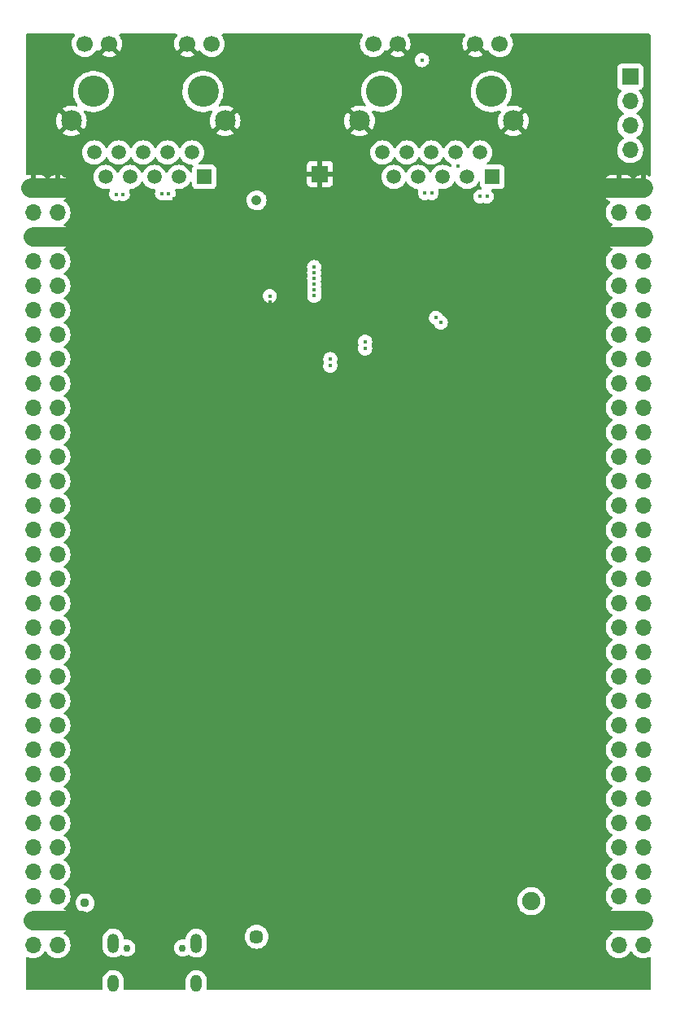
<source format=gbr>
%TF.GenerationSoftware,KiCad,Pcbnew,6.0.4-6f826c9f35~116~ubuntu20.04.1*%
%TF.CreationDate,2022-04-29T04:09:45+07:00*%
%TF.ProjectId,Colorlight2QMTech,436f6c6f-726c-4696-9768-7432514d5465,rev?*%
%TF.SameCoordinates,Original*%
%TF.FileFunction,Copper,L2,Inr*%
%TF.FilePolarity,Positive*%
%FSLAX46Y46*%
G04 Gerber Fmt 4.6, Leading zero omitted, Abs format (unit mm)*
G04 Created by KiCad (PCBNEW 6.0.4-6f826c9f35~116~ubuntu20.04.1) date 2022-04-29 04:09:45*
%MOMM*%
%LPD*%
G01*
G04 APERTURE LIST*
%TA.AperFunction,ComponentPad*%
%ADD10R,1.700000X1.700000*%
%TD*%
%TA.AperFunction,ComponentPad*%
%ADD11O,1.700000X1.700000*%
%TD*%
%TA.AperFunction,ComponentPad*%
%ADD12C,1.050000*%
%TD*%
%TA.AperFunction,ComponentPad*%
%ADD13C,1.450000*%
%TD*%
%TA.AperFunction,ComponentPad*%
%ADD14C,3.250000*%
%TD*%
%TA.AperFunction,ComponentPad*%
%ADD15C,1.700000*%
%TD*%
%TA.AperFunction,ComponentPad*%
%ADD16R,1.520000X1.520000*%
%TD*%
%TA.AperFunction,ComponentPad*%
%ADD17C,1.520000*%
%TD*%
%TA.AperFunction,ComponentPad*%
%ADD18C,2.160000*%
%TD*%
%TA.AperFunction,ComponentPad*%
%ADD19C,0.750000*%
%TD*%
%TA.AperFunction,ComponentPad*%
%ADD20O,1.200000X2.000000*%
%TD*%
%TA.AperFunction,ComponentPad*%
%ADD21O,1.200000X1.800000*%
%TD*%
%TA.AperFunction,ViaPad*%
%ADD22C,0.950000*%
%TD*%
%TA.AperFunction,ViaPad*%
%ADD23C,0.450000*%
%TD*%
%TA.AperFunction,ViaPad*%
%ADD24C,1.900000*%
%TD*%
%TA.AperFunction,Conductor*%
%ADD25C,2.000000*%
%TD*%
G04 APERTURE END LIST*
D10*
%TO.N,GND*%
%TO.C,J1*%
X95250000Y-42164000D03*
D11*
X97790000Y-42164000D03*
%TO.N,+3V3*%
X95250000Y-44704000D03*
X97790000Y-44704000D03*
%TO.N,GND*%
X95250000Y-47244000D03*
X97790000Y-47244000D03*
%TO.N,/U16*%
X95250000Y-49784000D03*
%TO.N,/R1*%
X97790000Y-49784000D03*
%TO.N,/C18*%
X95250000Y-52324000D03*
%TO.N,/K18*%
X97790000Y-52324000D03*
%TO.N,/R18*%
X95250000Y-54864000D03*
%TO.N,/T18*%
X97790000Y-54864000D03*
%TO.N,/P17*%
X95250000Y-57404000D03*
%TO.N,/R17*%
X97790000Y-57404000D03*
%TO.N,/T17*%
X95250000Y-59944000D03*
%TO.N,/M17*%
X97790000Y-59944000D03*
%TO.N,/U17*%
X95250000Y-62484000D03*
%TO.N,/U18*%
X97790000Y-62484000D03*
%TO.N,/N17*%
X95250000Y-65024000D03*
%TO.N,/P18*%
X97790000Y-65024000D03*
%TO.N,/M18*%
X95250000Y-67564000D03*
%TO.N,/N18*%
X97790000Y-67564000D03*
%TO.N,/L18*%
X95250000Y-70104000D03*
%TO.N,/L20*%
X97790000Y-70104000D03*
%TO.N,/K19*%
X95250000Y-72644000D03*
%TO.N,/K20*%
X97790000Y-72644000D03*
%TO.N,/J19*%
X95250000Y-75184000D03*
%TO.N,/J20*%
X97790000Y-75184000D03*
%TO.N,/G20*%
X95250000Y-77724000D03*
%TO.N,/H20*%
X97790000Y-77724000D03*
%TO.N,/F20*%
X95250000Y-80264000D03*
%TO.N,/G19*%
X97790000Y-80264000D03*
%TO.N,/E20*%
X95250000Y-82804000D03*
%TO.N,/F19*%
X97790000Y-82804000D03*
%TO.N,/D20*%
X95250000Y-85344000D03*
%TO.N,/E19*%
X97790000Y-85344000D03*
%TO.N,/C20*%
X95250000Y-87884000D03*
%TO.N,/D19*%
X97790000Y-87884000D03*
%TO.N,/B19*%
X95250000Y-90424000D03*
%TO.N,/B20*%
X97790000Y-90424000D03*
%TO.N,/A19*%
X95250000Y-92964000D03*
%TO.N,/B18*%
X97790000Y-92964000D03*
%TO.N,/A18*%
X95250000Y-95504000D03*
%TO.N,/C17*%
X97790000Y-95504000D03*
%TO.N,/C4*%
X95250000Y-98044000D03*
%TO.N,/D3*%
X97790000Y-98044000D03*
%TO.N,/C3*%
X95250000Y-100584000D03*
%TO.N,/B4*%
X97790000Y-100584000D03*
%TO.N,/A3*%
X95250000Y-103124000D03*
%TO.N,/E3*%
X97790000Y-103124000D03*
%TO.N,/B1*%
X95250000Y-105664000D03*
%TO.N,/C2*%
X97790000Y-105664000D03*
%TO.N,/D2*%
X95250000Y-108204000D03*
%TO.N,/C1*%
X97790000Y-108204000D03*
%TO.N,/E2*%
X95250000Y-110744000D03*
%TO.N,/D1*%
X97790000Y-110744000D03*
%TO.N,/F2*%
X95250000Y-113284000D03*
%TO.N,/E1*%
X97790000Y-113284000D03*
%TO.N,unconnected-(J1-Pad59)*%
X95250000Y-115824000D03*
%TO.N,unconnected-(J1-Pad60)*%
X97790000Y-115824000D03*
%TO.N,GND*%
X95250000Y-118364000D03*
X97790000Y-118364000D03*
%TO.N,+5V*%
X95250000Y-120904000D03*
X97790000Y-120904000D03*
%TD*%
D12*
%TO.N,*%
%TO.C,CN1*%
X118518400Y-43444800D03*
D13*
X118518400Y-120044800D03*
%TD*%
D14*
%TO.N,*%
%TO.C,RJ2*%
X142936200Y-32116800D03*
X131536200Y-32116800D03*
D15*
%TO.N,Net-(RJ2-Pad11)*%
X143836200Y-27166800D03*
%TO.N,GND*%
X141296200Y-27166800D03*
X133176200Y-27166800D03*
%TO.N,Net-(RJ2-Pad14)*%
X130636200Y-27166800D03*
D16*
%TO.N,Net-(RJ2-PadP1)*%
X143066200Y-41006800D03*
D17*
%TO.N,/eth2_1+*%
X141786200Y-38466800D03*
%TO.N,/eth2_1-*%
X140416200Y-41006800D03*
%TO.N,/eth2_2+*%
X139246200Y-38466800D03*
%TO.N,/eth2_3+*%
X137876200Y-41006800D03*
%TO.N,/eth2_3-*%
X136706200Y-38466800D03*
%TO.N,/eth2_2-*%
X135336200Y-41006800D03*
%TO.N,/eth2_4+*%
X134166200Y-38466800D03*
%TO.N,/eth2_4-*%
X132796200Y-41006800D03*
%TO.N,unconnected-(RJ2-PadP10)*%
X131626200Y-38466800D03*
D18*
%TO.N,GND*%
X129236200Y-35166800D03*
X145236200Y-35166800D03*
%TD*%
D10*
%TO.N,/LED_G_1*%
%TO.C,J4*%
X157403800Y-30581600D03*
D11*
%TO.N,/LED_Y_1*%
X157403800Y-33121600D03*
%TO.N,/LED_G_2*%
X157403800Y-35661600D03*
%TO.N,/LED_Y_2*%
X157403800Y-38201600D03*
%TD*%
D10*
%TO.N,GND*%
%TO.C,J2*%
X156210000Y-42164000D03*
D11*
X158750000Y-42164000D03*
%TO.N,+3V3*%
X156210000Y-44704000D03*
X158750000Y-44704000D03*
%TO.N,GND*%
X156210000Y-47244000D03*
X158750000Y-47244000D03*
%TO.N,/T1*%
X156210000Y-49784000D03*
%TO.N,/U1*%
X158750000Y-49784000D03*
%TO.N,/Y2*%
X156210000Y-52324000D03*
%TO.N,/W1*%
X158750000Y-52324000D03*
%TO.N,/V1*%
X156210000Y-54864000D03*
%TO.N,/M1*%
X158750000Y-54864000D03*
%TO.N,/N2*%
X156210000Y-57404000D03*
%TO.N,/N3*%
X158750000Y-57404000D03*
%TO.N,/T2*%
X156210000Y-59944000D03*
%TO.N,/M3*%
X158750000Y-59944000D03*
%TO.N,/T3*%
X156210000Y-62484000D03*
%TO.N,/R3*%
X158750000Y-62484000D03*
%TO.N,/N4*%
X156210000Y-65024000D03*
%TO.N,/M4*%
X158750000Y-65024000D03*
%TO.N,/L4*%
X156210000Y-67564000D03*
%TO.N,/L5*%
X158750000Y-67564000D03*
%TO.N,/P16*%
X156210000Y-70104000D03*
%TO.N,/J16*%
X158750000Y-70104000D03*
%TO.N,/J18*%
X156210000Y-72644000D03*
%TO.N,/J17*%
X158750000Y-72644000D03*
%TO.N,/H18*%
X156210000Y-75184000D03*
%TO.N,/H17*%
X158750000Y-75184000D03*
%TO.N,/G18*%
X156210000Y-77724000D03*
%TO.N,/H16*%
X158750000Y-77724000D03*
%TO.N,/F18*%
X156210000Y-80264000D03*
%TO.N,/G16*%
X158750000Y-80264000D03*
%TO.N,/E18*%
X156210000Y-82804000D03*
%TO.N,/F17*%
X158750000Y-82804000D03*
%TO.N,/F16*%
X156210000Y-85344000D03*
%TO.N,/E16*%
X158750000Y-85344000D03*
%TO.N,/E17*%
X156210000Y-87884000D03*
%TO.N,/D18*%
X158750000Y-87884000D03*
%TO.N,/D17*%
X156210000Y-90424000D03*
%TO.N,/G5*%
X158750000Y-90424000D03*
%TO.N,/D16*%
X156210000Y-92964000D03*
%TO.N,/F5*%
X158750000Y-92964000D03*
%TO.N,/E6*%
X156210000Y-95504000D03*
%TO.N,/E5*%
X158750000Y-95504000D03*
%TO.N,/F4*%
X156210000Y-98044000D03*
%TO.N,/E4*%
X158750000Y-98044000D03*
%TO.N,/F1*%
X156210000Y-100584000D03*
%TO.N,/F3*%
X158750000Y-100584000D03*
%TO.N,/G3*%
X156210000Y-103124000D03*
%TO.N,/H3*%
X158750000Y-103124000D03*
%TO.N,/H4*%
X156210000Y-105664000D03*
%TO.N,/H5*%
X158750000Y-105664000D03*
%TO.N,/J4*%
X156210000Y-108204000D03*
%TO.N,/J5*%
X158750000Y-108204000D03*
%TO.N,/K3*%
X156210000Y-110744000D03*
%TO.N,/K4*%
X158750000Y-110744000D03*
%TO.N,/K5*%
X156210000Y-113284000D03*
%TO.N,/B3*%
X158750000Y-113284000D03*
%TO.N,/A2*%
X156210000Y-115824000D03*
%TO.N,/B2*%
X158750000Y-115824000D03*
%TO.N,GND*%
X156210000Y-118364000D03*
X158750000Y-118364000D03*
%TO.N,+5V*%
X156210000Y-120904000D03*
X158750000Y-120904000D03*
%TD*%
D14*
%TO.N,*%
%TO.C,RJ1*%
X112938800Y-32116800D03*
X101538800Y-32116800D03*
D15*
%TO.N,Net-(RJ1-Pad11)*%
X113838800Y-27166800D03*
%TO.N,GND*%
X111298800Y-27166800D03*
X103178800Y-27166800D03*
%TO.N,Net-(RJ1-Pad14)*%
X100638800Y-27166800D03*
D16*
%TO.N,Net-(RJ1-PadP1)*%
X113068800Y-41006800D03*
D17*
%TO.N,/eth1_1+*%
X111788800Y-38466800D03*
%TO.N,/eth1_1-*%
X110418800Y-41006800D03*
%TO.N,/eth1_2+*%
X109248800Y-38466800D03*
%TO.N,/eth1_3+*%
X107878800Y-41006800D03*
%TO.N,/eth1_3-*%
X106708800Y-38466800D03*
%TO.N,/eth1_2-*%
X105338800Y-41006800D03*
%TO.N,/eth1_4+*%
X104168800Y-38466800D03*
%TO.N,/eth1_4-*%
X102798800Y-41006800D03*
%TO.N,unconnected-(RJ1-PadP10)*%
X101628800Y-38466800D03*
D18*
%TO.N,GND*%
X99238800Y-35166800D03*
X115238800Y-35166800D03*
%TD*%
D10*
%TO.N,GND*%
%TO.C,J4-GND1*%
X125120400Y-40690800D03*
%TD*%
D19*
%TO.N,*%
%TO.C,J3*%
X110819000Y-121200000D03*
X105019000Y-121200000D03*
D20*
%TO.N,Net-(J3-PadS1)*%
X112249000Y-120700000D03*
D21*
X112249000Y-124900000D03*
X103589000Y-124900000D03*
D20*
X103589000Y-120700000D03*
%TD*%
D22*
%TO.N,GND*%
X111961300Y-112903200D03*
D23*
X106426000Y-110312200D03*
X110998000Y-50088800D03*
X112877600Y-61163200D03*
X143357600Y-48895000D03*
X132892800Y-39395400D03*
X137287000Y-27127200D03*
X109524800Y-106299000D03*
X110109000Y-47980600D03*
X137795000Y-51968400D03*
X116967000Y-53670200D03*
X133324600Y-106172000D03*
X140233400Y-109804200D03*
X132689600Y-45897800D03*
X128016000Y-103378000D03*
X124739400Y-108254800D03*
X132435600Y-42468800D03*
X130683000Y-104825800D03*
X111074200Y-104267000D03*
X116967000Y-61468000D03*
X111252000Y-62331600D03*
X107924600Y-108331000D03*
X132613400Y-48564800D03*
X133400800Y-57683400D03*
X138480800Y-57937400D03*
X140436600Y-49530000D03*
X102793800Y-42570400D03*
X110185200Y-59639200D03*
X116967000Y-57277000D03*
D22*
X158262000Y-124948000D03*
D23*
X109956600Y-52552600D03*
X150342600Y-114833400D03*
X116992400Y-51358800D03*
D22*
X118668800Y-85394800D03*
D23*
X140512800Y-42621200D03*
X102946200Y-52857400D03*
D22*
X118470000Y-100478000D03*
D23*
X137617200Y-48793400D03*
X119888000Y-55778400D03*
X101574600Y-50342800D03*
X116967000Y-60858400D03*
X124764800Y-61341000D03*
X112522000Y-102184200D03*
X110490000Y-39446200D03*
X133553200Y-60452000D03*
X142798800Y-110947200D03*
X123875800Y-65125600D03*
X113334800Y-53365400D03*
X116967000Y-59080400D03*
X137693400Y-45466000D03*
D22*
X104343200Y-118389400D03*
D23*
X140360400Y-52933600D03*
X124739400Y-105054400D03*
X128574800Y-59588400D03*
X109956600Y-43281600D03*
D22*
X104343200Y-118389400D03*
D23*
X124739400Y-111836200D03*
X105486200Y-39370000D03*
X103428800Y-39700200D03*
X136753600Y-108077000D03*
X145364200Y-112268000D03*
X111887000Y-47955200D03*
X119888000Y-54000400D03*
X124739400Y-101828600D03*
X119888000Y-61188600D03*
X108000800Y-39420800D03*
X154584400Y-49631600D03*
X143459200Y-46583600D03*
X142824200Y-50673000D03*
X119888000Y-61798200D03*
X132638800Y-52019200D03*
X137820400Y-42722800D03*
X135407400Y-39420800D03*
X116967000Y-55473600D03*
X131978400Y-44119800D03*
X116967000Y-53060600D03*
X119888000Y-57581800D03*
X140462000Y-45415200D03*
X102997000Y-46253400D03*
X117271800Y-48895000D03*
X128600200Y-63042800D03*
X130937000Y-53771800D03*
X101650800Y-47879000D03*
X106146600Y-55880000D03*
X157353000Y-28676600D03*
X113360200Y-49733200D03*
D22*
X104343200Y-118389400D03*
X118719600Y-70053200D03*
D23*
X112750600Y-43332400D03*
X115036600Y-46913800D03*
X141478000Y-56311800D03*
X144322800Y-54305200D03*
X152196800Y-50825400D03*
X135509000Y-55778400D03*
X105714800Y-42570400D03*
X113639600Y-64668400D03*
X149275800Y-52146200D03*
X119888000Y-59385200D03*
D24*
%TO.N,+3V3*%
X147112000Y-116347000D03*
D23*
%TO.N,+5V*%
X124527000Y-52777000D03*
D22*
X100656000Y-116514000D03*
D23*
X119888000Y-53390800D03*
X124510000Y-50380000D03*
X124527000Y-52177000D03*
X124510000Y-50975000D03*
X124502000Y-51577000D03*
X124527000Y-53377000D03*
%TO.N,/eth2_1+*%
X141788400Y-43040600D03*
%TO.N,/eth2_1-*%
X142488400Y-43040600D03*
%TO.N,/eth1_2-*%
X109373800Y-42722800D03*
%TO.N,/eth2_2-*%
X137191912Y-55657912D03*
%TO.N,/eth1_2+*%
X108673800Y-42722800D03*
%TO.N,/eth2_2+*%
X137686888Y-56152888D03*
X139513056Y-39887772D03*
%TO.N,/eth2_3+*%
X136048000Y-42697400D03*
X129819400Y-58144800D03*
%TO.N,/eth2_3-*%
X136748000Y-42697400D03*
X129819400Y-58844800D03*
%TO.N,/eth1_4-*%
X104591600Y-42798729D03*
%TO.N,/eth2_4-*%
X126187113Y-59944800D03*
%TO.N,/eth1_4+*%
X103891600Y-42798729D03*
%TO.N,/eth2_4+*%
X126187113Y-60644800D03*
%TO.N,/LED_Y_2*%
X135737600Y-28854400D03*
%TD*%
D25*
%TO.N,GND*%
X158750000Y-47244000D02*
X153670000Y-47244000D01*
X100330000Y-47244000D02*
X95250000Y-47244000D01*
X100330000Y-118364000D02*
X95250000Y-118364000D01*
X158750000Y-118364000D02*
X153670000Y-118364000D01*
X100076000Y-42164000D02*
X94996000Y-42164000D01*
X158750000Y-42164000D02*
X153670000Y-42164000D01*
%TD*%
%TA.AperFunction,Conductor*%
%TO.N,GND*%
G36*
X99543651Y-26131702D02*
G01*
X99590144Y-26185358D01*
X99600248Y-26255632D01*
X99577564Y-26307666D01*
X99579429Y-26308938D01*
X99453543Y-26493480D01*
X99359488Y-26696105D01*
X99299789Y-26911370D01*
X99276051Y-27133495D01*
X99276348Y-27138648D01*
X99276348Y-27138651D01*
X99281811Y-27233390D01*
X99288910Y-27356515D01*
X99290047Y-27361561D01*
X99290048Y-27361567D01*
X99309919Y-27449739D01*
X99338022Y-27574439D01*
X99422066Y-27781416D01*
X99424765Y-27785820D01*
X99536088Y-27967483D01*
X99538787Y-27971888D01*
X99685050Y-28140738D01*
X99856926Y-28283432D01*
X100049800Y-28396138D01*
X100258492Y-28475830D01*
X100263560Y-28476861D01*
X100263563Y-28476862D01*
X100368404Y-28498192D01*
X100477397Y-28520367D01*
X100482572Y-28520557D01*
X100482574Y-28520557D01*
X100695473Y-28528364D01*
X100695477Y-28528364D01*
X100700637Y-28528553D01*
X100705757Y-28527897D01*
X100705759Y-28527897D01*
X100917088Y-28500825D01*
X100917089Y-28500825D01*
X100922216Y-28500168D01*
X100927166Y-28498683D01*
X101131229Y-28437461D01*
X101131234Y-28437459D01*
X101136184Y-28435974D01*
X101336794Y-28337696D01*
X101401344Y-28291653D01*
X102418777Y-28291653D01*
X102424058Y-28298707D01*
X102585556Y-28393079D01*
X102594842Y-28397529D01*
X102793801Y-28473503D01*
X102803699Y-28476379D01*
X103012395Y-28518838D01*
X103022623Y-28520057D01*
X103235450Y-28527862D01*
X103245736Y-28527395D01*
X103456985Y-28500334D01*
X103467062Y-28498192D01*
X103671055Y-28436991D01*
X103680642Y-28433233D01*
X103871898Y-28339538D01*
X103880744Y-28334265D01*
X103928047Y-28300523D01*
X103935011Y-28291653D01*
X110538777Y-28291653D01*
X110544058Y-28298707D01*
X110705556Y-28393079D01*
X110714842Y-28397529D01*
X110913801Y-28473503D01*
X110923699Y-28476379D01*
X111132395Y-28518838D01*
X111142623Y-28520057D01*
X111355450Y-28527862D01*
X111365736Y-28527395D01*
X111576985Y-28500334D01*
X111587062Y-28498192D01*
X111791055Y-28436991D01*
X111800642Y-28433233D01*
X111991898Y-28339538D01*
X112000744Y-28334265D01*
X112048047Y-28300523D01*
X112056448Y-28289823D01*
X112049460Y-28276670D01*
X111311612Y-27538822D01*
X111297668Y-27531208D01*
X111295835Y-27531339D01*
X111289220Y-27535590D01*
X110545537Y-28279273D01*
X110538777Y-28291653D01*
X103935011Y-28291653D01*
X103936448Y-28289823D01*
X103929460Y-28276670D01*
X103191612Y-27538822D01*
X103177668Y-27531208D01*
X103175835Y-27531339D01*
X103169220Y-27535590D01*
X102425537Y-28279273D01*
X102418777Y-28291653D01*
X101401344Y-28291653D01*
X101518660Y-28207973D01*
X101531940Y-28194740D01*
X101673235Y-28053937D01*
X101676896Y-28050289D01*
X101736394Y-27967489D01*
X101807253Y-27868877D01*
X101808440Y-27869730D01*
X101855760Y-27826162D01*
X101925697Y-27813945D01*
X101991138Y-27841478D01*
X102018966Y-27873312D01*
X102045259Y-27916219D01*
X102055716Y-27925680D01*
X102064494Y-27921896D01*
X103089705Y-26896685D01*
X103152017Y-26862659D01*
X103222832Y-26867724D01*
X103267895Y-26896685D01*
X104289274Y-27918064D01*
X104301284Y-27924623D01*
X104313023Y-27915655D01*
X104343804Y-27872819D01*
X104349115Y-27863980D01*
X104443470Y-27673067D01*
X104447269Y-27663472D01*
X104509176Y-27459715D01*
X104511355Y-27449634D01*
X104539390Y-27236687D01*
X104539909Y-27230012D01*
X104541372Y-27170164D01*
X104541178Y-27163446D01*
X104523581Y-26949404D01*
X104521896Y-26939224D01*
X104470014Y-26732675D01*
X104466694Y-26722924D01*
X104381772Y-26527614D01*
X104376905Y-26518539D01*
X104261226Y-26339726D01*
X104254936Y-26331557D01*
X104246695Y-26322501D01*
X104215642Y-26258656D01*
X104224036Y-26188157D01*
X104269212Y-26133388D01*
X104339887Y-26111700D01*
X110136176Y-26111700D01*
X110204297Y-26131702D01*
X110250790Y-26185358D01*
X110260894Y-26255632D01*
X110238025Y-26308030D01*
X110239819Y-26309254D01*
X110116898Y-26489449D01*
X110111800Y-26498423D01*
X110022138Y-26691583D01*
X110018575Y-26701270D01*
X109961664Y-26906481D01*
X109959733Y-26916600D01*
X109937102Y-27128374D01*
X109936850Y-27138663D01*
X109949109Y-27351277D01*
X109950545Y-27361497D01*
X109997365Y-27569246D01*
X110000445Y-27579075D01*
X110080570Y-27776403D01*
X110085213Y-27785594D01*
X110165260Y-27916220D01*
X110175716Y-27925680D01*
X110184494Y-27921896D01*
X111209705Y-26896685D01*
X111272017Y-26862659D01*
X111342832Y-26867724D01*
X111387895Y-26896685D01*
X112409274Y-27918064D01*
X112421284Y-27924623D01*
X112433023Y-27915655D01*
X112466822Y-27868619D01*
X112468077Y-27869521D01*
X112515191Y-27826155D01*
X112585130Y-27813948D01*
X112650567Y-27841491D01*
X112678380Y-27873313D01*
X112736087Y-27967483D01*
X112736091Y-27967488D01*
X112738787Y-27971888D01*
X112885050Y-28140738D01*
X113056926Y-28283432D01*
X113249800Y-28396138D01*
X113458492Y-28475830D01*
X113463560Y-28476861D01*
X113463563Y-28476862D01*
X113568404Y-28498192D01*
X113677397Y-28520367D01*
X113682572Y-28520557D01*
X113682574Y-28520557D01*
X113895473Y-28528364D01*
X113895477Y-28528364D01*
X113900637Y-28528553D01*
X113905757Y-28527897D01*
X113905759Y-28527897D01*
X114117088Y-28500825D01*
X114117089Y-28500825D01*
X114122216Y-28500168D01*
X114127166Y-28498683D01*
X114331229Y-28437461D01*
X114331234Y-28437459D01*
X114336184Y-28435974D01*
X114536794Y-28337696D01*
X114718660Y-28207973D01*
X114731940Y-28194740D01*
X114873235Y-28053937D01*
X114876896Y-28050289D01*
X114936394Y-27967489D01*
X115004235Y-27873077D01*
X115007253Y-27868877D01*
X115009674Y-27863980D01*
X115103936Y-27673253D01*
X115103937Y-27673251D01*
X115106230Y-27668611D01*
X115171170Y-27454869D01*
X115200329Y-27233390D01*
X115201956Y-27166800D01*
X115183652Y-26944161D01*
X115129231Y-26727502D01*
X115040154Y-26522640D01*
X114918814Y-26335077D01*
X114915340Y-26331259D01*
X114915333Y-26331250D01*
X114907370Y-26322499D01*
X114876318Y-26258653D01*
X114884714Y-26188154D01*
X114929891Y-26133386D01*
X115000564Y-26111700D01*
X129472930Y-26111700D01*
X129541051Y-26131702D01*
X129587544Y-26185358D01*
X129597648Y-26255632D01*
X129574964Y-26307666D01*
X129576829Y-26308938D01*
X129450943Y-26493480D01*
X129356888Y-26696105D01*
X129297189Y-26911370D01*
X129273451Y-27133495D01*
X129273748Y-27138648D01*
X129273748Y-27138651D01*
X129279211Y-27233390D01*
X129286310Y-27356515D01*
X129287447Y-27361561D01*
X129287448Y-27361567D01*
X129307319Y-27449739D01*
X129335422Y-27574439D01*
X129419466Y-27781416D01*
X129422165Y-27785820D01*
X129533488Y-27967483D01*
X129536187Y-27971888D01*
X129682450Y-28140738D01*
X129854326Y-28283432D01*
X130047200Y-28396138D01*
X130255892Y-28475830D01*
X130260960Y-28476861D01*
X130260963Y-28476862D01*
X130365804Y-28498192D01*
X130474797Y-28520367D01*
X130479972Y-28520557D01*
X130479974Y-28520557D01*
X130692873Y-28528364D01*
X130692877Y-28528364D01*
X130698037Y-28528553D01*
X130703157Y-28527897D01*
X130703159Y-28527897D01*
X130914488Y-28500825D01*
X130914489Y-28500825D01*
X130919616Y-28500168D01*
X130924566Y-28498683D01*
X131128629Y-28437461D01*
X131128634Y-28437459D01*
X131133584Y-28435974D01*
X131334194Y-28337696D01*
X131398744Y-28291653D01*
X132416177Y-28291653D01*
X132421458Y-28298707D01*
X132582956Y-28393079D01*
X132592242Y-28397529D01*
X132791201Y-28473503D01*
X132801099Y-28476379D01*
X133009795Y-28518838D01*
X133020023Y-28520057D01*
X133232850Y-28527862D01*
X133243136Y-28527395D01*
X133454385Y-28500334D01*
X133464462Y-28498192D01*
X133668455Y-28436991D01*
X133678042Y-28433233D01*
X133869298Y-28339538D01*
X133878144Y-28334265D01*
X133925447Y-28300523D01*
X133933848Y-28289823D01*
X133926860Y-28276670D01*
X133189012Y-27538822D01*
X133175068Y-27531208D01*
X133173235Y-27531339D01*
X133166620Y-27535590D01*
X132422937Y-28279273D01*
X132416177Y-28291653D01*
X131398744Y-28291653D01*
X131516060Y-28207973D01*
X131529340Y-28194740D01*
X131670635Y-28053937D01*
X131674296Y-28050289D01*
X131733794Y-27967489D01*
X131804653Y-27868877D01*
X131805840Y-27869730D01*
X131853160Y-27826162D01*
X131923097Y-27813945D01*
X131988538Y-27841478D01*
X132016366Y-27873312D01*
X132042659Y-27916219D01*
X132053116Y-27925680D01*
X132061894Y-27921896D01*
X133087105Y-26896685D01*
X133149417Y-26862659D01*
X133220232Y-26867724D01*
X133265295Y-26896685D01*
X134286674Y-27918064D01*
X134298684Y-27924623D01*
X134310423Y-27915655D01*
X134341204Y-27872819D01*
X134346515Y-27863980D01*
X134440870Y-27673067D01*
X134444669Y-27663472D01*
X134506576Y-27459715D01*
X134508755Y-27449634D01*
X134536790Y-27236687D01*
X134537309Y-27230012D01*
X134538772Y-27170164D01*
X134538578Y-27163446D01*
X134520981Y-26949404D01*
X134519296Y-26939224D01*
X134467414Y-26732675D01*
X134464094Y-26722924D01*
X134379172Y-26527614D01*
X134374305Y-26518539D01*
X134258626Y-26339726D01*
X134252336Y-26331557D01*
X134244095Y-26322501D01*
X134213042Y-26258656D01*
X134221436Y-26188157D01*
X134266612Y-26133388D01*
X134337287Y-26111700D01*
X140133576Y-26111700D01*
X140201697Y-26131702D01*
X140248190Y-26185358D01*
X140258294Y-26255632D01*
X140235425Y-26308030D01*
X140237219Y-26309254D01*
X140114298Y-26489449D01*
X140109200Y-26498423D01*
X140019538Y-26691583D01*
X140015975Y-26701270D01*
X139959064Y-26906481D01*
X139957133Y-26916600D01*
X139934502Y-27128374D01*
X139934250Y-27138663D01*
X139946509Y-27351277D01*
X139947945Y-27361497D01*
X139994765Y-27569246D01*
X139997845Y-27579075D01*
X140077970Y-27776403D01*
X140082613Y-27785594D01*
X140162660Y-27916220D01*
X140173116Y-27925680D01*
X140181894Y-27921896D01*
X141207105Y-26896685D01*
X141269417Y-26862659D01*
X141340232Y-26867724D01*
X141385295Y-26896685D01*
X142406674Y-27918064D01*
X142418684Y-27924623D01*
X142430423Y-27915655D01*
X142464222Y-27868619D01*
X142465477Y-27869521D01*
X142512591Y-27826155D01*
X142582530Y-27813948D01*
X142647967Y-27841491D01*
X142675780Y-27873313D01*
X142733487Y-27967483D01*
X142733491Y-27967488D01*
X142736187Y-27971888D01*
X142882450Y-28140738D01*
X143054326Y-28283432D01*
X143247200Y-28396138D01*
X143455892Y-28475830D01*
X143460960Y-28476861D01*
X143460963Y-28476862D01*
X143565804Y-28498192D01*
X143674797Y-28520367D01*
X143679972Y-28520557D01*
X143679974Y-28520557D01*
X143892873Y-28528364D01*
X143892877Y-28528364D01*
X143898037Y-28528553D01*
X143903157Y-28527897D01*
X143903159Y-28527897D01*
X144114488Y-28500825D01*
X144114489Y-28500825D01*
X144119616Y-28500168D01*
X144124566Y-28498683D01*
X144328629Y-28437461D01*
X144328634Y-28437459D01*
X144333584Y-28435974D01*
X144534194Y-28337696D01*
X144716060Y-28207973D01*
X144729340Y-28194740D01*
X144870635Y-28053937D01*
X144874296Y-28050289D01*
X144933794Y-27967489D01*
X145001635Y-27873077D01*
X145004653Y-27868877D01*
X145007074Y-27863980D01*
X145101336Y-27673253D01*
X145101337Y-27673251D01*
X145103630Y-27668611D01*
X145168570Y-27454869D01*
X145197729Y-27233390D01*
X145199356Y-27166800D01*
X145181052Y-26944161D01*
X145126631Y-26727502D01*
X145037554Y-26522640D01*
X144916214Y-26335077D01*
X144912740Y-26331259D01*
X144912733Y-26331250D01*
X144904770Y-26322499D01*
X144873718Y-26258653D01*
X144882114Y-26188154D01*
X144927291Y-26133386D01*
X144997964Y-26111700D01*
X159385500Y-26111700D01*
X159453621Y-26131702D01*
X159500114Y-26185358D01*
X159511500Y-26237700D01*
X159511500Y-40819633D01*
X159491498Y-40887754D01*
X159437842Y-40934247D01*
X159367568Y-40944351D01*
X159324607Y-40929942D01*
X159313113Y-40923597D01*
X159303705Y-40919369D01*
X159102959Y-40848280D01*
X159092988Y-40845646D01*
X159021837Y-40832972D01*
X159008540Y-40834432D01*
X159004000Y-40848989D01*
X159004000Y-42292000D01*
X158983998Y-42360121D01*
X158930342Y-42406614D01*
X158878000Y-42418000D01*
X154870116Y-42418000D01*
X154854877Y-42422475D01*
X154853672Y-42423865D01*
X154852001Y-42431548D01*
X154852001Y-43058669D01*
X154852371Y-43065490D01*
X154857895Y-43116352D01*
X154861521Y-43131604D01*
X154906676Y-43252054D01*
X154915214Y-43267649D01*
X154991715Y-43369724D01*
X155004276Y-43382285D01*
X155106351Y-43458786D01*
X155121946Y-43467324D01*
X155230827Y-43508142D01*
X155287591Y-43550784D01*
X155312291Y-43617345D01*
X155297083Y-43686694D01*
X155277691Y-43713175D01*
X155215190Y-43778579D01*
X155150629Y-43846138D01*
X155024743Y-44030680D01*
X155009003Y-44064590D01*
X154961836Y-44166203D01*
X154930688Y-44233305D01*
X154870989Y-44448570D01*
X154847251Y-44670695D01*
X154847548Y-44675848D01*
X154847548Y-44675851D01*
X154853011Y-44770590D01*
X154860110Y-44893715D01*
X154861247Y-44898761D01*
X154861248Y-44898767D01*
X154881119Y-44986939D01*
X154909222Y-45111639D01*
X154993266Y-45318616D01*
X155044019Y-45401438D01*
X155107291Y-45504688D01*
X155109987Y-45509088D01*
X155256250Y-45677938D01*
X155428126Y-45820632D01*
X155443470Y-45829598D01*
X155501955Y-45863774D01*
X155550679Y-45915412D01*
X155563750Y-45985195D01*
X155537019Y-46050967D01*
X155496562Y-46084327D01*
X155488457Y-46088546D01*
X155479738Y-46094036D01*
X155309433Y-46221905D01*
X155301726Y-46228748D01*
X155154590Y-46382717D01*
X155148104Y-46390727D01*
X155028098Y-46566649D01*
X155023000Y-46575623D01*
X154933338Y-46768783D01*
X154929775Y-46778470D01*
X154874389Y-46978183D01*
X154875912Y-46986607D01*
X154888292Y-46990000D01*
X158878000Y-46990000D01*
X158946121Y-47010002D01*
X158992614Y-47063658D01*
X159004000Y-47116000D01*
X159004000Y-47372000D01*
X158983998Y-47440121D01*
X158930342Y-47486614D01*
X158878000Y-47498000D01*
X154893225Y-47498000D01*
X154879694Y-47501973D01*
X154878257Y-47511966D01*
X154908565Y-47646446D01*
X154911645Y-47656275D01*
X154991770Y-47853603D01*
X154996413Y-47862794D01*
X155107694Y-48044388D01*
X155113777Y-48052699D01*
X155253213Y-48213667D01*
X155260580Y-48220883D01*
X155424434Y-48356916D01*
X155432881Y-48362831D01*
X155501969Y-48403203D01*
X155550693Y-48454842D01*
X155563764Y-48524625D01*
X155537033Y-48590396D01*
X155496584Y-48623752D01*
X155483607Y-48630507D01*
X155479474Y-48633610D01*
X155479471Y-48633612D01*
X155455247Y-48651800D01*
X155304965Y-48764635D01*
X155150629Y-48926138D01*
X155024743Y-49110680D01*
X154930688Y-49313305D01*
X154870989Y-49528570D01*
X154847251Y-49750695D01*
X154847548Y-49755848D01*
X154847548Y-49755851D01*
X154856811Y-49916507D01*
X154860110Y-49973715D01*
X154861247Y-49978761D01*
X154861248Y-49978767D01*
X154882275Y-50072069D01*
X154909222Y-50191639D01*
X154947461Y-50285811D01*
X154987316Y-50383962D01*
X154993266Y-50398616D01*
X155044019Y-50481438D01*
X155107291Y-50584688D01*
X155109987Y-50589088D01*
X155256250Y-50757938D01*
X155428126Y-50900632D01*
X155443470Y-50909598D01*
X155501445Y-50943476D01*
X155550169Y-50995114D01*
X155563240Y-51064897D01*
X155536509Y-51130669D01*
X155496055Y-51164027D01*
X155483607Y-51170507D01*
X155479474Y-51173610D01*
X155479471Y-51173612D01*
X155315773Y-51296520D01*
X155304965Y-51304635D01*
X155150629Y-51466138D01*
X155024743Y-51650680D01*
X154930688Y-51853305D01*
X154870989Y-52068570D01*
X154847251Y-52290695D01*
X154847548Y-52295848D01*
X154847548Y-52295851D01*
X154853011Y-52390590D01*
X154860110Y-52513715D01*
X154861247Y-52518761D01*
X154861248Y-52518767D01*
X154878836Y-52596809D01*
X154909222Y-52731639D01*
X154993266Y-52938616D01*
X155044019Y-53021438D01*
X155107291Y-53124688D01*
X155109987Y-53129088D01*
X155256250Y-53297938D01*
X155428126Y-53440632D01*
X155443470Y-53449598D01*
X155501445Y-53483476D01*
X155550169Y-53535114D01*
X155563240Y-53604897D01*
X155536509Y-53670669D01*
X155496055Y-53704027D01*
X155483607Y-53710507D01*
X155479474Y-53713610D01*
X155479471Y-53713612D01*
X155309100Y-53841530D01*
X155304965Y-53844635D01*
X155301393Y-53848373D01*
X155173357Y-53982355D01*
X155150629Y-54006138D01*
X155147720Y-54010403D01*
X155147714Y-54010411D01*
X155110346Y-54065190D01*
X155024743Y-54190680D01*
X154930688Y-54393305D01*
X154870989Y-54608570D01*
X154847251Y-54830695D01*
X154847548Y-54835848D01*
X154847548Y-54835851D01*
X154856558Y-54992110D01*
X154860110Y-55053715D01*
X154861247Y-55058761D01*
X154861248Y-55058767D01*
X154866299Y-55081178D01*
X154909222Y-55271639D01*
X154947461Y-55365811D01*
X154989305Y-55468860D01*
X154993266Y-55478616D01*
X155044019Y-55561438D01*
X155107291Y-55664688D01*
X155109987Y-55669088D01*
X155256250Y-55837938D01*
X155428126Y-55980632D01*
X155498595Y-56021811D01*
X155501445Y-56023476D01*
X155550169Y-56075114D01*
X155563240Y-56144897D01*
X155536509Y-56210669D01*
X155496055Y-56244027D01*
X155483607Y-56250507D01*
X155479474Y-56253610D01*
X155479471Y-56253612D01*
X155333611Y-56363127D01*
X155304965Y-56384635D01*
X155150629Y-56546138D01*
X155147720Y-56550403D01*
X155147714Y-56550411D01*
X155099231Y-56621485D01*
X155024743Y-56730680D01*
X154930688Y-56933305D01*
X154870989Y-57148570D01*
X154847251Y-57370695D01*
X154847548Y-57375848D01*
X154847548Y-57375851D01*
X154853588Y-57480601D01*
X154860110Y-57593715D01*
X154861247Y-57598761D01*
X154861248Y-57598767D01*
X154878056Y-57673346D01*
X154909222Y-57811639D01*
X154947461Y-57905811D01*
X154974026Y-57971232D01*
X154993266Y-58018616D01*
X155044019Y-58101438D01*
X155107291Y-58204688D01*
X155109987Y-58209088D01*
X155256250Y-58377938D01*
X155428126Y-58520632D01*
X155498595Y-58561811D01*
X155501445Y-58563476D01*
X155550169Y-58615114D01*
X155563240Y-58684897D01*
X155536509Y-58750669D01*
X155496055Y-58784027D01*
X155483607Y-58790507D01*
X155479474Y-58793610D01*
X155479471Y-58793612D01*
X155383845Y-58865410D01*
X155304965Y-58924635D01*
X155150629Y-59086138D01*
X155024743Y-59270680D01*
X155011022Y-59300239D01*
X154947840Y-59436355D01*
X154930688Y-59473305D01*
X154870989Y-59688570D01*
X154847251Y-59910695D01*
X154847548Y-59915848D01*
X154847548Y-59915851D01*
X154853011Y-60010590D01*
X154860110Y-60133715D01*
X154861247Y-60138761D01*
X154861248Y-60138767D01*
X154881119Y-60226939D01*
X154909222Y-60351639D01*
X154993266Y-60558616D01*
X155044942Y-60642944D01*
X155107291Y-60744688D01*
X155109987Y-60749088D01*
X155256250Y-60917938D01*
X155428126Y-61060632D01*
X155443470Y-61069598D01*
X155501445Y-61103476D01*
X155550169Y-61155114D01*
X155563240Y-61224897D01*
X155536509Y-61290669D01*
X155496055Y-61324027D01*
X155483607Y-61330507D01*
X155479474Y-61333610D01*
X155479471Y-61333612D01*
X155413987Y-61382779D01*
X155304965Y-61464635D01*
X155150629Y-61626138D01*
X155024743Y-61810680D01*
X154930688Y-62013305D01*
X154870989Y-62228570D01*
X154847251Y-62450695D01*
X154847548Y-62455848D01*
X154847548Y-62455851D01*
X154853011Y-62550590D01*
X154860110Y-62673715D01*
X154861247Y-62678761D01*
X154861248Y-62678767D01*
X154881119Y-62766939D01*
X154909222Y-62891639D01*
X154993266Y-63098616D01*
X155044019Y-63181438D01*
X155107291Y-63284688D01*
X155109987Y-63289088D01*
X155256250Y-63457938D01*
X155428126Y-63600632D01*
X155443470Y-63609598D01*
X155501445Y-63643476D01*
X155550169Y-63695114D01*
X155563240Y-63764897D01*
X155536509Y-63830669D01*
X155496055Y-63864027D01*
X155483607Y-63870507D01*
X155479474Y-63873610D01*
X155479471Y-63873612D01*
X155455247Y-63891800D01*
X155304965Y-64004635D01*
X155150629Y-64166138D01*
X155024743Y-64350680D01*
X154930688Y-64553305D01*
X154870989Y-64768570D01*
X154847251Y-64990695D01*
X154847548Y-64995848D01*
X154847548Y-64995851D01*
X154853011Y-65090590D01*
X154860110Y-65213715D01*
X154861247Y-65218761D01*
X154861248Y-65218767D01*
X154881119Y-65306939D01*
X154909222Y-65431639D01*
X154993266Y-65638616D01*
X155044019Y-65721438D01*
X155107291Y-65824688D01*
X155109987Y-65829088D01*
X155256250Y-65997938D01*
X155428126Y-66140632D01*
X155443470Y-66149598D01*
X155501445Y-66183476D01*
X155550169Y-66235114D01*
X155563240Y-66304897D01*
X155536509Y-66370669D01*
X155496055Y-66404027D01*
X155483607Y-66410507D01*
X155479474Y-66413610D01*
X155479471Y-66413612D01*
X155455247Y-66431800D01*
X155304965Y-66544635D01*
X155150629Y-66706138D01*
X155024743Y-66890680D01*
X154930688Y-67093305D01*
X154870989Y-67308570D01*
X154847251Y-67530695D01*
X154847548Y-67535848D01*
X154847548Y-67535851D01*
X154853011Y-67630590D01*
X154860110Y-67753715D01*
X154861247Y-67758761D01*
X154861248Y-67758767D01*
X154881119Y-67846939D01*
X154909222Y-67971639D01*
X154993266Y-68178616D01*
X155044019Y-68261438D01*
X155107291Y-68364688D01*
X155109987Y-68369088D01*
X155256250Y-68537938D01*
X155428126Y-68680632D01*
X155443470Y-68689598D01*
X155501445Y-68723476D01*
X155550169Y-68775114D01*
X155563240Y-68844897D01*
X155536509Y-68910669D01*
X155496055Y-68944027D01*
X155483607Y-68950507D01*
X155479474Y-68953610D01*
X155479471Y-68953612D01*
X155455247Y-68971800D01*
X155304965Y-69084635D01*
X155150629Y-69246138D01*
X155024743Y-69430680D01*
X154930688Y-69633305D01*
X154870989Y-69848570D01*
X154847251Y-70070695D01*
X154847548Y-70075848D01*
X154847548Y-70075851D01*
X154853011Y-70170590D01*
X154860110Y-70293715D01*
X154861247Y-70298761D01*
X154861248Y-70298767D01*
X154881119Y-70386939D01*
X154909222Y-70511639D01*
X154993266Y-70718616D01*
X155044019Y-70801438D01*
X155107291Y-70904688D01*
X155109987Y-70909088D01*
X155256250Y-71077938D01*
X155428126Y-71220632D01*
X155443470Y-71229598D01*
X155501445Y-71263476D01*
X155550169Y-71315114D01*
X155563240Y-71384897D01*
X155536509Y-71450669D01*
X155496055Y-71484027D01*
X155483607Y-71490507D01*
X155479474Y-71493610D01*
X155479471Y-71493612D01*
X155455247Y-71511800D01*
X155304965Y-71624635D01*
X155150629Y-71786138D01*
X155024743Y-71970680D01*
X154930688Y-72173305D01*
X154870989Y-72388570D01*
X154847251Y-72610695D01*
X154847548Y-72615848D01*
X154847548Y-72615851D01*
X154853011Y-72710590D01*
X154860110Y-72833715D01*
X154861247Y-72838761D01*
X154861248Y-72838767D01*
X154881119Y-72926939D01*
X154909222Y-73051639D01*
X154993266Y-73258616D01*
X155044019Y-73341438D01*
X155107291Y-73444688D01*
X155109987Y-73449088D01*
X155256250Y-73617938D01*
X155428126Y-73760632D01*
X155443470Y-73769598D01*
X155501445Y-73803476D01*
X155550169Y-73855114D01*
X155563240Y-73924897D01*
X155536509Y-73990669D01*
X155496055Y-74024027D01*
X155483607Y-74030507D01*
X155479474Y-74033610D01*
X155479471Y-74033612D01*
X155455247Y-74051800D01*
X155304965Y-74164635D01*
X155150629Y-74326138D01*
X155024743Y-74510680D01*
X154930688Y-74713305D01*
X154870989Y-74928570D01*
X154847251Y-75150695D01*
X154847548Y-75155848D01*
X154847548Y-75155851D01*
X154853011Y-75250590D01*
X154860110Y-75373715D01*
X154861247Y-75378761D01*
X154861248Y-75378767D01*
X154881119Y-75466939D01*
X154909222Y-75591639D01*
X154993266Y-75798616D01*
X155044019Y-75881438D01*
X155107291Y-75984688D01*
X155109987Y-75989088D01*
X155256250Y-76157938D01*
X155428126Y-76300632D01*
X155443470Y-76309598D01*
X155501445Y-76343476D01*
X155550169Y-76395114D01*
X155563240Y-76464897D01*
X155536509Y-76530669D01*
X155496055Y-76564027D01*
X155483607Y-76570507D01*
X155479474Y-76573610D01*
X155479471Y-76573612D01*
X155455247Y-76591800D01*
X155304965Y-76704635D01*
X155150629Y-76866138D01*
X155024743Y-77050680D01*
X154930688Y-77253305D01*
X154870989Y-77468570D01*
X154847251Y-77690695D01*
X154847548Y-77695848D01*
X154847548Y-77695851D01*
X154853011Y-77790590D01*
X154860110Y-77913715D01*
X154861247Y-77918761D01*
X154861248Y-77918767D01*
X154881119Y-78006939D01*
X154909222Y-78131639D01*
X154993266Y-78338616D01*
X155044019Y-78421438D01*
X155107291Y-78524688D01*
X155109987Y-78529088D01*
X155256250Y-78697938D01*
X155428126Y-78840632D01*
X155443470Y-78849598D01*
X155501445Y-78883476D01*
X155550169Y-78935114D01*
X155563240Y-79004897D01*
X155536509Y-79070669D01*
X155496055Y-79104027D01*
X155483607Y-79110507D01*
X155479474Y-79113610D01*
X155479471Y-79113612D01*
X155455247Y-79131800D01*
X155304965Y-79244635D01*
X155150629Y-79406138D01*
X155024743Y-79590680D01*
X154930688Y-79793305D01*
X154870989Y-80008570D01*
X154847251Y-80230695D01*
X154847548Y-80235848D01*
X154847548Y-80235851D01*
X154853011Y-80330590D01*
X154860110Y-80453715D01*
X154861247Y-80458761D01*
X154861248Y-80458767D01*
X154881119Y-80546939D01*
X154909222Y-80671639D01*
X154993266Y-80878616D01*
X155044019Y-80961438D01*
X155107291Y-81064688D01*
X155109987Y-81069088D01*
X155256250Y-81237938D01*
X155428126Y-81380632D01*
X155443470Y-81389598D01*
X155501445Y-81423476D01*
X155550169Y-81475114D01*
X155563240Y-81544897D01*
X155536509Y-81610669D01*
X155496055Y-81644027D01*
X155483607Y-81650507D01*
X155479474Y-81653610D01*
X155479471Y-81653612D01*
X155455247Y-81671800D01*
X155304965Y-81784635D01*
X155150629Y-81946138D01*
X155024743Y-82130680D01*
X154930688Y-82333305D01*
X154870989Y-82548570D01*
X154847251Y-82770695D01*
X154847548Y-82775848D01*
X154847548Y-82775851D01*
X154853011Y-82870590D01*
X154860110Y-82993715D01*
X154861247Y-82998761D01*
X154861248Y-82998767D01*
X154881119Y-83086939D01*
X154909222Y-83211639D01*
X154993266Y-83418616D01*
X155044019Y-83501438D01*
X155107291Y-83604688D01*
X155109987Y-83609088D01*
X155256250Y-83777938D01*
X155428126Y-83920632D01*
X155443470Y-83929598D01*
X155501445Y-83963476D01*
X155550169Y-84015114D01*
X155563240Y-84084897D01*
X155536509Y-84150669D01*
X155496055Y-84184027D01*
X155483607Y-84190507D01*
X155479474Y-84193610D01*
X155479471Y-84193612D01*
X155455247Y-84211800D01*
X155304965Y-84324635D01*
X155150629Y-84486138D01*
X155024743Y-84670680D01*
X154930688Y-84873305D01*
X154870989Y-85088570D01*
X154847251Y-85310695D01*
X154847548Y-85315848D01*
X154847548Y-85315851D01*
X154853011Y-85410590D01*
X154860110Y-85533715D01*
X154861247Y-85538761D01*
X154861248Y-85538767D01*
X154881119Y-85626939D01*
X154909222Y-85751639D01*
X154993266Y-85958616D01*
X155044019Y-86041438D01*
X155107291Y-86144688D01*
X155109987Y-86149088D01*
X155256250Y-86317938D01*
X155428126Y-86460632D01*
X155443470Y-86469598D01*
X155501445Y-86503476D01*
X155550169Y-86555114D01*
X155563240Y-86624897D01*
X155536509Y-86690669D01*
X155496055Y-86724027D01*
X155483607Y-86730507D01*
X155479474Y-86733610D01*
X155479471Y-86733612D01*
X155455247Y-86751800D01*
X155304965Y-86864635D01*
X155150629Y-87026138D01*
X155024743Y-87210680D01*
X154930688Y-87413305D01*
X154870989Y-87628570D01*
X154847251Y-87850695D01*
X154847548Y-87855848D01*
X154847548Y-87855851D01*
X154853011Y-87950590D01*
X154860110Y-88073715D01*
X154861247Y-88078761D01*
X154861248Y-88078767D01*
X154881119Y-88166939D01*
X154909222Y-88291639D01*
X154993266Y-88498616D01*
X155044019Y-88581438D01*
X155107291Y-88684688D01*
X155109987Y-88689088D01*
X155256250Y-88857938D01*
X155428126Y-89000632D01*
X155443470Y-89009598D01*
X155501445Y-89043476D01*
X155550169Y-89095114D01*
X155563240Y-89164897D01*
X155536509Y-89230669D01*
X155496055Y-89264027D01*
X155483607Y-89270507D01*
X155479474Y-89273610D01*
X155479471Y-89273612D01*
X155455247Y-89291800D01*
X155304965Y-89404635D01*
X155150629Y-89566138D01*
X155024743Y-89750680D01*
X154930688Y-89953305D01*
X154870989Y-90168570D01*
X154847251Y-90390695D01*
X154847548Y-90395848D01*
X154847548Y-90395851D01*
X154853011Y-90490590D01*
X154860110Y-90613715D01*
X154861247Y-90618761D01*
X154861248Y-90618767D01*
X154881119Y-90706939D01*
X154909222Y-90831639D01*
X154993266Y-91038616D01*
X155044019Y-91121438D01*
X155107291Y-91224688D01*
X155109987Y-91229088D01*
X155256250Y-91397938D01*
X155428126Y-91540632D01*
X155443470Y-91549598D01*
X155501445Y-91583476D01*
X155550169Y-91635114D01*
X155563240Y-91704897D01*
X155536509Y-91770669D01*
X155496055Y-91804027D01*
X155483607Y-91810507D01*
X155479474Y-91813610D01*
X155479471Y-91813612D01*
X155455247Y-91831800D01*
X155304965Y-91944635D01*
X155150629Y-92106138D01*
X155024743Y-92290680D01*
X154930688Y-92493305D01*
X154870989Y-92708570D01*
X154847251Y-92930695D01*
X154847548Y-92935848D01*
X154847548Y-92935851D01*
X154853011Y-93030590D01*
X154860110Y-93153715D01*
X154861247Y-93158761D01*
X154861248Y-93158767D01*
X154881119Y-93246939D01*
X154909222Y-93371639D01*
X154993266Y-93578616D01*
X155044019Y-93661438D01*
X155107291Y-93764688D01*
X155109987Y-93769088D01*
X155256250Y-93937938D01*
X155428126Y-94080632D01*
X155443470Y-94089598D01*
X155501445Y-94123476D01*
X155550169Y-94175114D01*
X155563240Y-94244897D01*
X155536509Y-94310669D01*
X155496055Y-94344027D01*
X155483607Y-94350507D01*
X155479474Y-94353610D01*
X155479471Y-94353612D01*
X155455247Y-94371800D01*
X155304965Y-94484635D01*
X155150629Y-94646138D01*
X155024743Y-94830680D01*
X154930688Y-95033305D01*
X154870989Y-95248570D01*
X154847251Y-95470695D01*
X154847548Y-95475848D01*
X154847548Y-95475851D01*
X154853011Y-95570590D01*
X154860110Y-95693715D01*
X154861247Y-95698761D01*
X154861248Y-95698767D01*
X154881119Y-95786939D01*
X154909222Y-95911639D01*
X154993266Y-96118616D01*
X155044019Y-96201438D01*
X155107291Y-96304688D01*
X155109987Y-96309088D01*
X155256250Y-96477938D01*
X155428126Y-96620632D01*
X155443470Y-96629598D01*
X155501445Y-96663476D01*
X155550169Y-96715114D01*
X155563240Y-96784897D01*
X155536509Y-96850669D01*
X155496055Y-96884027D01*
X155483607Y-96890507D01*
X155479474Y-96893610D01*
X155479471Y-96893612D01*
X155455247Y-96911800D01*
X155304965Y-97024635D01*
X155150629Y-97186138D01*
X155024743Y-97370680D01*
X154930688Y-97573305D01*
X154870989Y-97788570D01*
X154847251Y-98010695D01*
X154847548Y-98015848D01*
X154847548Y-98015851D01*
X154853011Y-98110590D01*
X154860110Y-98233715D01*
X154861247Y-98238761D01*
X154861248Y-98238767D01*
X154881119Y-98326939D01*
X154909222Y-98451639D01*
X154993266Y-98658616D01*
X155044019Y-98741438D01*
X155107291Y-98844688D01*
X155109987Y-98849088D01*
X155256250Y-99017938D01*
X155428126Y-99160632D01*
X155443470Y-99169598D01*
X155501445Y-99203476D01*
X155550169Y-99255114D01*
X155563240Y-99324897D01*
X155536509Y-99390669D01*
X155496055Y-99424027D01*
X155483607Y-99430507D01*
X155479474Y-99433610D01*
X155479471Y-99433612D01*
X155455247Y-99451800D01*
X155304965Y-99564635D01*
X155150629Y-99726138D01*
X155024743Y-99910680D01*
X154930688Y-100113305D01*
X154870989Y-100328570D01*
X154847251Y-100550695D01*
X154847548Y-100555848D01*
X154847548Y-100555851D01*
X154853011Y-100650590D01*
X154860110Y-100773715D01*
X154861247Y-100778761D01*
X154861248Y-100778767D01*
X154881119Y-100866939D01*
X154909222Y-100991639D01*
X154993266Y-101198616D01*
X155044019Y-101281438D01*
X155107291Y-101384688D01*
X155109987Y-101389088D01*
X155256250Y-101557938D01*
X155428126Y-101700632D01*
X155443470Y-101709598D01*
X155501445Y-101743476D01*
X155550169Y-101795114D01*
X155563240Y-101864897D01*
X155536509Y-101930669D01*
X155496055Y-101964027D01*
X155483607Y-101970507D01*
X155479474Y-101973610D01*
X155479471Y-101973612D01*
X155455247Y-101991800D01*
X155304965Y-102104635D01*
X155150629Y-102266138D01*
X155024743Y-102450680D01*
X154930688Y-102653305D01*
X154870989Y-102868570D01*
X154847251Y-103090695D01*
X154847548Y-103095848D01*
X154847548Y-103095851D01*
X154853011Y-103190590D01*
X154860110Y-103313715D01*
X154861247Y-103318761D01*
X154861248Y-103318767D01*
X154881119Y-103406939D01*
X154909222Y-103531639D01*
X154993266Y-103738616D01*
X155044019Y-103821438D01*
X155107291Y-103924688D01*
X155109987Y-103929088D01*
X155256250Y-104097938D01*
X155428126Y-104240632D01*
X155443470Y-104249598D01*
X155501445Y-104283476D01*
X155550169Y-104335114D01*
X155563240Y-104404897D01*
X155536509Y-104470669D01*
X155496055Y-104504027D01*
X155483607Y-104510507D01*
X155479474Y-104513610D01*
X155479471Y-104513612D01*
X155455247Y-104531800D01*
X155304965Y-104644635D01*
X155150629Y-104806138D01*
X155024743Y-104990680D01*
X154930688Y-105193305D01*
X154870989Y-105408570D01*
X154847251Y-105630695D01*
X154847548Y-105635848D01*
X154847548Y-105635851D01*
X154853011Y-105730590D01*
X154860110Y-105853715D01*
X154861247Y-105858761D01*
X154861248Y-105858767D01*
X154881119Y-105946939D01*
X154909222Y-106071639D01*
X154993266Y-106278616D01*
X155044019Y-106361438D01*
X155107291Y-106464688D01*
X155109987Y-106469088D01*
X155256250Y-106637938D01*
X155428126Y-106780632D01*
X155443470Y-106789598D01*
X155501445Y-106823476D01*
X155550169Y-106875114D01*
X155563240Y-106944897D01*
X155536509Y-107010669D01*
X155496055Y-107044027D01*
X155483607Y-107050507D01*
X155479474Y-107053610D01*
X155479471Y-107053612D01*
X155455247Y-107071800D01*
X155304965Y-107184635D01*
X155150629Y-107346138D01*
X155024743Y-107530680D01*
X154930688Y-107733305D01*
X154870989Y-107948570D01*
X154847251Y-108170695D01*
X154847548Y-108175848D01*
X154847548Y-108175851D01*
X154853011Y-108270590D01*
X154860110Y-108393715D01*
X154861247Y-108398761D01*
X154861248Y-108398767D01*
X154881119Y-108486939D01*
X154909222Y-108611639D01*
X154993266Y-108818616D01*
X155044019Y-108901438D01*
X155107291Y-109004688D01*
X155109987Y-109009088D01*
X155256250Y-109177938D01*
X155428126Y-109320632D01*
X155443470Y-109329598D01*
X155501445Y-109363476D01*
X155550169Y-109415114D01*
X155563240Y-109484897D01*
X155536509Y-109550669D01*
X155496055Y-109584027D01*
X155483607Y-109590507D01*
X155479474Y-109593610D01*
X155479471Y-109593612D01*
X155455247Y-109611800D01*
X155304965Y-109724635D01*
X155150629Y-109886138D01*
X155024743Y-110070680D01*
X154930688Y-110273305D01*
X154870989Y-110488570D01*
X154847251Y-110710695D01*
X154847548Y-110715848D01*
X154847548Y-110715851D01*
X154853011Y-110810590D01*
X154860110Y-110933715D01*
X154861247Y-110938761D01*
X154861248Y-110938767D01*
X154881119Y-111026939D01*
X154909222Y-111151639D01*
X154993266Y-111358616D01*
X155044019Y-111441438D01*
X155107291Y-111544688D01*
X155109987Y-111549088D01*
X155256250Y-111717938D01*
X155428126Y-111860632D01*
X155443470Y-111869598D01*
X155501445Y-111903476D01*
X155550169Y-111955114D01*
X155563240Y-112024897D01*
X155536509Y-112090669D01*
X155496055Y-112124027D01*
X155483607Y-112130507D01*
X155479474Y-112133610D01*
X155479471Y-112133612D01*
X155455247Y-112151800D01*
X155304965Y-112264635D01*
X155150629Y-112426138D01*
X155024743Y-112610680D01*
X154930688Y-112813305D01*
X154870989Y-113028570D01*
X154847251Y-113250695D01*
X154847548Y-113255848D01*
X154847548Y-113255851D01*
X154853011Y-113350590D01*
X154860110Y-113473715D01*
X154861247Y-113478761D01*
X154861248Y-113478767D01*
X154881119Y-113566939D01*
X154909222Y-113691639D01*
X154993266Y-113898616D01*
X155044019Y-113981438D01*
X155107291Y-114084688D01*
X155109987Y-114089088D01*
X155256250Y-114257938D01*
X155428126Y-114400632D01*
X155443470Y-114409598D01*
X155501445Y-114443476D01*
X155550169Y-114495114D01*
X155563240Y-114564897D01*
X155536509Y-114630669D01*
X155496055Y-114664027D01*
X155483607Y-114670507D01*
X155479474Y-114673610D01*
X155479471Y-114673612D01*
X155455247Y-114691800D01*
X155304965Y-114804635D01*
X155301393Y-114808373D01*
X155183200Y-114932055D01*
X155150629Y-114966138D01*
X155147720Y-114970403D01*
X155147714Y-114970411D01*
X155062556Y-115095249D01*
X155024743Y-115150680D01*
X154930688Y-115353305D01*
X154870989Y-115568570D01*
X154847251Y-115790695D01*
X154847548Y-115795848D01*
X154847548Y-115795851D01*
X154853011Y-115890590D01*
X154860110Y-116013715D01*
X154861247Y-116018761D01*
X154861248Y-116018767D01*
X154873418Y-116072768D01*
X154909222Y-116231639D01*
X154945932Y-116322046D01*
X154985095Y-116418492D01*
X154993266Y-116438616D01*
X155031006Y-116500202D01*
X155107291Y-116624688D01*
X155109987Y-116629088D01*
X155256250Y-116797938D01*
X155428126Y-116940632D01*
X155443470Y-116949598D01*
X155501955Y-116983774D01*
X155550679Y-117035412D01*
X155563750Y-117105195D01*
X155537019Y-117170967D01*
X155496562Y-117204327D01*
X155488457Y-117208546D01*
X155479738Y-117214036D01*
X155309433Y-117341905D01*
X155301726Y-117348748D01*
X155154590Y-117502717D01*
X155148104Y-117510727D01*
X155028098Y-117686649D01*
X155023000Y-117695623D01*
X154933338Y-117888783D01*
X154929775Y-117898470D01*
X154874389Y-118098183D01*
X154875912Y-118106607D01*
X154888292Y-118110000D01*
X158878000Y-118110000D01*
X158946121Y-118130002D01*
X158992614Y-118183658D01*
X159004000Y-118236000D01*
X159004000Y-118492000D01*
X158983998Y-118560121D01*
X158930342Y-118606614D01*
X158878000Y-118618000D01*
X154893225Y-118618000D01*
X154879694Y-118621973D01*
X154878257Y-118631966D01*
X154908565Y-118766446D01*
X154911645Y-118776275D01*
X154991770Y-118973603D01*
X154996413Y-118982794D01*
X155107694Y-119164388D01*
X155113777Y-119172699D01*
X155253213Y-119333667D01*
X155260580Y-119340883D01*
X155424434Y-119476916D01*
X155432881Y-119482831D01*
X155501969Y-119523203D01*
X155550693Y-119574842D01*
X155563764Y-119644625D01*
X155537033Y-119710396D01*
X155496584Y-119743752D01*
X155483607Y-119750507D01*
X155479474Y-119753610D01*
X155479471Y-119753612D01*
X155309100Y-119881530D01*
X155304965Y-119884635D01*
X155150629Y-120046138D01*
X155024743Y-120230680D01*
X154999455Y-120285159D01*
X154933166Y-120427967D01*
X154930688Y-120433305D01*
X154870989Y-120648570D01*
X154847251Y-120870695D01*
X154847548Y-120875848D01*
X154847548Y-120875851D01*
X154855967Y-121021862D01*
X154860110Y-121093715D01*
X154861247Y-121098761D01*
X154861248Y-121098767D01*
X154865385Y-121117123D01*
X154909222Y-121311639D01*
X154993266Y-121518616D01*
X155044019Y-121601438D01*
X155107291Y-121704688D01*
X155109987Y-121709088D01*
X155256250Y-121877938D01*
X155361683Y-121965470D01*
X155411167Y-122006552D01*
X155428126Y-122020632D01*
X155621000Y-122133338D01*
X155829692Y-122213030D01*
X155834760Y-122214061D01*
X155834763Y-122214062D01*
X155942017Y-122235883D01*
X156048597Y-122257567D01*
X156053772Y-122257757D01*
X156053774Y-122257757D01*
X156266673Y-122265564D01*
X156266677Y-122265564D01*
X156271837Y-122265753D01*
X156276957Y-122265097D01*
X156276959Y-122265097D01*
X156488288Y-122238025D01*
X156488289Y-122238025D01*
X156493416Y-122237368D01*
X156498366Y-122235883D01*
X156702429Y-122174661D01*
X156702434Y-122174659D01*
X156707384Y-122173174D01*
X156907994Y-122074896D01*
X157089860Y-121945173D01*
X157107753Y-121927343D01*
X157190665Y-121844720D01*
X157248096Y-121787489D01*
X157306440Y-121706295D01*
X157378453Y-121606077D01*
X157379776Y-121607028D01*
X157426645Y-121563857D01*
X157496580Y-121551625D01*
X157562026Y-121579144D01*
X157589875Y-121610994D01*
X157593855Y-121617489D01*
X157649987Y-121709088D01*
X157796250Y-121877938D01*
X157901683Y-121965470D01*
X157951167Y-122006552D01*
X157968126Y-122020632D01*
X158161000Y-122133338D01*
X158369692Y-122213030D01*
X158374760Y-122214061D01*
X158374763Y-122214062D01*
X158482017Y-122235883D01*
X158588597Y-122257567D01*
X158593772Y-122257757D01*
X158593774Y-122257757D01*
X158806673Y-122265564D01*
X158806677Y-122265564D01*
X158811837Y-122265753D01*
X158816957Y-122265097D01*
X158816959Y-122265097D01*
X159028288Y-122238025D01*
X159028289Y-122238025D01*
X159033416Y-122237368D01*
X159038366Y-122235883D01*
X159242429Y-122174661D01*
X159242434Y-122174659D01*
X159247384Y-122173174D01*
X159330070Y-122132666D01*
X159400041Y-122120660D01*
X159465398Y-122148390D01*
X159505388Y-122207052D01*
X159511500Y-122245818D01*
X159511500Y-125451100D01*
X159491498Y-125519221D01*
X159437842Y-125565714D01*
X159385500Y-125577100D01*
X113457792Y-125577100D01*
X113389671Y-125557098D01*
X113343178Y-125503442D01*
X113334128Y-125426950D01*
X113356357Y-125313121D01*
X113357228Y-125308663D01*
X113357500Y-125303101D01*
X113357500Y-124547154D01*
X113342452Y-124389434D01*
X113282908Y-124186466D01*
X113186058Y-123998420D01*
X113055396Y-123832080D01*
X113050865Y-123828148D01*
X113050862Y-123828145D01*
X112900167Y-123697379D01*
X112895637Y-123693448D01*
X112890451Y-123690448D01*
X112890447Y-123690445D01*
X112717742Y-123590533D01*
X112712546Y-123587527D01*
X112512729Y-123518139D01*
X112506794Y-123517278D01*
X112506792Y-123517278D01*
X112309336Y-123488648D01*
X112309333Y-123488648D01*
X112303396Y-123487787D01*
X112092101Y-123497567D01*
X111960923Y-123529181D01*
X111892299Y-123545719D01*
X111892297Y-123545720D01*
X111886466Y-123547125D01*
X111881008Y-123549607D01*
X111881004Y-123549608D01*
X111765959Y-123601916D01*
X111693913Y-123634674D01*
X111521389Y-123757054D01*
X111375119Y-123909850D01*
X111260380Y-124087548D01*
X111181314Y-124283737D01*
X111140772Y-124491337D01*
X111140500Y-124496899D01*
X111140500Y-125252846D01*
X111155548Y-125410566D01*
X111157237Y-125416325D01*
X111158371Y-125422213D01*
X111157031Y-125422471D01*
X111157017Y-125486625D01*
X111118620Y-125546343D01*
X111054033Y-125575821D01*
X111036129Y-125577100D01*
X104797792Y-125577100D01*
X104729671Y-125557098D01*
X104683178Y-125503442D01*
X104674128Y-125426950D01*
X104696357Y-125313121D01*
X104697228Y-125308663D01*
X104697500Y-125303101D01*
X104697500Y-124547154D01*
X104682452Y-124389434D01*
X104622908Y-124186466D01*
X104526058Y-123998420D01*
X104395396Y-123832080D01*
X104390865Y-123828148D01*
X104390862Y-123828145D01*
X104240167Y-123697379D01*
X104235637Y-123693448D01*
X104230451Y-123690448D01*
X104230447Y-123690445D01*
X104057742Y-123590533D01*
X104052546Y-123587527D01*
X103852729Y-123518139D01*
X103846794Y-123517278D01*
X103846792Y-123517278D01*
X103649336Y-123488648D01*
X103649333Y-123488648D01*
X103643396Y-123487787D01*
X103432101Y-123497567D01*
X103300923Y-123529181D01*
X103232299Y-123545719D01*
X103232297Y-123545720D01*
X103226466Y-123547125D01*
X103221008Y-123549607D01*
X103221004Y-123549608D01*
X103105959Y-123601916D01*
X103033913Y-123634674D01*
X102861389Y-123757054D01*
X102715119Y-123909850D01*
X102600380Y-124087548D01*
X102521314Y-124283737D01*
X102480772Y-124491337D01*
X102480500Y-124496899D01*
X102480500Y-125252846D01*
X102495548Y-125410566D01*
X102497237Y-125416325D01*
X102498371Y-125422213D01*
X102497031Y-125422471D01*
X102497017Y-125486625D01*
X102458620Y-125546343D01*
X102394033Y-125575821D01*
X102376129Y-125577100D01*
X94614500Y-125577100D01*
X94546379Y-125557098D01*
X94499886Y-125503442D01*
X94488500Y-125451100D01*
X94488500Y-122250305D01*
X94508502Y-122182184D01*
X94562158Y-122135691D01*
X94632432Y-122125587D01*
X94660684Y-122134165D01*
X94661000Y-122133338D01*
X94869692Y-122213030D01*
X94874760Y-122214061D01*
X94874763Y-122214062D01*
X94982017Y-122235883D01*
X95088597Y-122257567D01*
X95093772Y-122257757D01*
X95093774Y-122257757D01*
X95306673Y-122265564D01*
X95306677Y-122265564D01*
X95311837Y-122265753D01*
X95316957Y-122265097D01*
X95316959Y-122265097D01*
X95528288Y-122238025D01*
X95528289Y-122238025D01*
X95533416Y-122237368D01*
X95538366Y-122235883D01*
X95742429Y-122174661D01*
X95742434Y-122174659D01*
X95747384Y-122173174D01*
X95947994Y-122074896D01*
X96129860Y-121945173D01*
X96147753Y-121927343D01*
X96230665Y-121844720D01*
X96288096Y-121787489D01*
X96346440Y-121706295D01*
X96418453Y-121606077D01*
X96419776Y-121607028D01*
X96466645Y-121563857D01*
X96536580Y-121551625D01*
X96602026Y-121579144D01*
X96629875Y-121610994D01*
X96633855Y-121617489D01*
X96689987Y-121709088D01*
X96836250Y-121877938D01*
X96941683Y-121965470D01*
X96991167Y-122006552D01*
X97008126Y-122020632D01*
X97201000Y-122133338D01*
X97409692Y-122213030D01*
X97414760Y-122214061D01*
X97414763Y-122214062D01*
X97522017Y-122235883D01*
X97628597Y-122257567D01*
X97633772Y-122257757D01*
X97633774Y-122257757D01*
X97846673Y-122265564D01*
X97846677Y-122265564D01*
X97851837Y-122265753D01*
X97856957Y-122265097D01*
X97856959Y-122265097D01*
X98068288Y-122238025D01*
X98068289Y-122238025D01*
X98073416Y-122237368D01*
X98078366Y-122235883D01*
X98282429Y-122174661D01*
X98282434Y-122174659D01*
X98287384Y-122173174D01*
X98487994Y-122074896D01*
X98669860Y-121945173D01*
X98687753Y-121927343D01*
X98770665Y-121844720D01*
X98828096Y-121787489D01*
X98886440Y-121706295D01*
X98955435Y-121610277D01*
X98958453Y-121606077D01*
X98977740Y-121567054D01*
X99055136Y-121410453D01*
X99055137Y-121410451D01*
X99057430Y-121405811D01*
X99115974Y-121213121D01*
X99120865Y-121197023D01*
X99120865Y-121197021D01*
X99122370Y-121192069D01*
X99127534Y-121152846D01*
X102480500Y-121152846D01*
X102495548Y-121310566D01*
X102555092Y-121513534D01*
X102557836Y-121518861D01*
X102557836Y-121518862D01*
X102603245Y-121607028D01*
X102651942Y-121701580D01*
X102782604Y-121867920D01*
X102787135Y-121871852D01*
X102787138Y-121871855D01*
X102871630Y-121945173D01*
X102942363Y-122006552D01*
X102947549Y-122009552D01*
X102947553Y-122009555D01*
X103043957Y-122065326D01*
X103125454Y-122112473D01*
X103325271Y-122181861D01*
X103331206Y-122182722D01*
X103331208Y-122182722D01*
X103528664Y-122211352D01*
X103528667Y-122211352D01*
X103534604Y-122212213D01*
X103745899Y-122202433D01*
X103877077Y-122170819D01*
X103945701Y-122154281D01*
X103945703Y-122154280D01*
X103951534Y-122152875D01*
X103956992Y-122150393D01*
X103956996Y-122150392D01*
X104072041Y-122098084D01*
X104144087Y-122065326D01*
X104316611Y-121942946D01*
X104331548Y-121927342D01*
X104393102Y-121891968D01*
X104464012Y-121895487D01*
X104496625Y-121912539D01*
X104532516Y-121938615D01*
X104574816Y-121969348D01*
X104580844Y-121972032D01*
X104580846Y-121972033D01*
X104738448Y-122042202D01*
X104744479Y-122044887D01*
X104835309Y-122064193D01*
X104919683Y-122082128D01*
X104919687Y-122082128D01*
X104926140Y-122083500D01*
X105111860Y-122083500D01*
X105118313Y-122082128D01*
X105118317Y-122082128D01*
X105202691Y-122064193D01*
X105293521Y-122044887D01*
X105299552Y-122042202D01*
X105457154Y-121972033D01*
X105457156Y-121972032D01*
X105463184Y-121969348D01*
X105496458Y-121945173D01*
X105608090Y-121864068D01*
X105608092Y-121864066D01*
X105613434Y-121860185D01*
X105737704Y-121722169D01*
X105830564Y-121561331D01*
X105887954Y-121384702D01*
X105907367Y-121200000D01*
X109930633Y-121200000D01*
X109950046Y-121384702D01*
X110007436Y-121561331D01*
X110100296Y-121722169D01*
X110224566Y-121860185D01*
X110229908Y-121864066D01*
X110229910Y-121864068D01*
X110341542Y-121945173D01*
X110374816Y-121969348D01*
X110380844Y-121972032D01*
X110380846Y-121972033D01*
X110538448Y-122042202D01*
X110544479Y-122044887D01*
X110635309Y-122064193D01*
X110719683Y-122082128D01*
X110719687Y-122082128D01*
X110726140Y-122083500D01*
X110911860Y-122083500D01*
X110918313Y-122082128D01*
X110918317Y-122082128D01*
X111002691Y-122064193D01*
X111093521Y-122044887D01*
X111099552Y-122042202D01*
X111257154Y-121972033D01*
X111257156Y-121972032D01*
X111263184Y-121969348D01*
X111343451Y-121911031D01*
X111410315Y-121887174D01*
X111479467Y-121903254D01*
X111500089Y-121917803D01*
X111602363Y-122006552D01*
X111607549Y-122009552D01*
X111607553Y-122009555D01*
X111703957Y-122065326D01*
X111785454Y-122112473D01*
X111985271Y-122181861D01*
X111991206Y-122182722D01*
X111991208Y-122182722D01*
X112188664Y-122211352D01*
X112188667Y-122211352D01*
X112194604Y-122212213D01*
X112405899Y-122202433D01*
X112537077Y-122170819D01*
X112605701Y-122154281D01*
X112605703Y-122154280D01*
X112611534Y-122152875D01*
X112616992Y-122150393D01*
X112616996Y-122150392D01*
X112732041Y-122098084D01*
X112804087Y-122065326D01*
X112976611Y-121942946D01*
X113122881Y-121790150D01*
X113237620Y-121612452D01*
X113316686Y-121416263D01*
X113357228Y-121208663D01*
X113357500Y-121203101D01*
X113357500Y-120247154D01*
X113342452Y-120089434D01*
X113329358Y-120044800D01*
X117280188Y-120044800D01*
X117298999Y-120259813D01*
X117300423Y-120265126D01*
X117300423Y-120265128D01*
X117352627Y-120459954D01*
X117354861Y-120468293D01*
X117357183Y-120473274D01*
X117357184Y-120473275D01*
X117443751Y-120658919D01*
X117443754Y-120658924D01*
X117446077Y-120663906D01*
X117461913Y-120686522D01*
X117564441Y-120832946D01*
X117569875Y-120840707D01*
X117722493Y-120993325D01*
X117727001Y-120996482D01*
X117727004Y-120996484D01*
X117763248Y-121021862D01*
X117899294Y-121117123D01*
X117904276Y-121119446D01*
X117904281Y-121119449D01*
X118083674Y-121203101D01*
X118094907Y-121208339D01*
X118100215Y-121209761D01*
X118100217Y-121209762D01*
X118298072Y-121262777D01*
X118298074Y-121262777D01*
X118303387Y-121264201D01*
X118518400Y-121283012D01*
X118733413Y-121264201D01*
X118738726Y-121262777D01*
X118738728Y-121262777D01*
X118936583Y-121209762D01*
X118936585Y-121209761D01*
X118941893Y-121208339D01*
X118953126Y-121203101D01*
X119132519Y-121119449D01*
X119132524Y-121119446D01*
X119137506Y-121117123D01*
X119273552Y-121021862D01*
X119309796Y-120996484D01*
X119309799Y-120996482D01*
X119314307Y-120993325D01*
X119466925Y-120840707D01*
X119472360Y-120832946D01*
X119574887Y-120686522D01*
X119590723Y-120663906D01*
X119593046Y-120658924D01*
X119593049Y-120658919D01*
X119679616Y-120473275D01*
X119679617Y-120473274D01*
X119681939Y-120468293D01*
X119684174Y-120459954D01*
X119736377Y-120265128D01*
X119736377Y-120265126D01*
X119737801Y-120259813D01*
X119756612Y-120044800D01*
X119737801Y-119829787D01*
X119726483Y-119787548D01*
X119683362Y-119626617D01*
X119683361Y-119626615D01*
X119681939Y-119621307D01*
X119679616Y-119616325D01*
X119593049Y-119430681D01*
X119593046Y-119430676D01*
X119590723Y-119425694D01*
X119466925Y-119248893D01*
X119314307Y-119096275D01*
X119271966Y-119066627D01*
X119152240Y-118982794D01*
X119137506Y-118972477D01*
X119132524Y-118970154D01*
X119132519Y-118970151D01*
X118946875Y-118883584D01*
X118946874Y-118883583D01*
X118941893Y-118881261D01*
X118936585Y-118879839D01*
X118936583Y-118879838D01*
X118738728Y-118826823D01*
X118738726Y-118826823D01*
X118733413Y-118825399D01*
X118518400Y-118806588D01*
X118303387Y-118825399D01*
X118298074Y-118826823D01*
X118298072Y-118826823D01*
X118100217Y-118879838D01*
X118100215Y-118879839D01*
X118094907Y-118881261D01*
X118089926Y-118883583D01*
X118089925Y-118883584D01*
X117904281Y-118970151D01*
X117904276Y-118970154D01*
X117899294Y-118972477D01*
X117884560Y-118982794D01*
X117764835Y-119066627D01*
X117722493Y-119096275D01*
X117569875Y-119248893D01*
X117446077Y-119425694D01*
X117443754Y-119430676D01*
X117443751Y-119430681D01*
X117357184Y-119616325D01*
X117354861Y-119621307D01*
X117353439Y-119626615D01*
X117353438Y-119626617D01*
X117310317Y-119787548D01*
X117298999Y-119829787D01*
X117280188Y-120044800D01*
X113329358Y-120044800D01*
X113282908Y-119886466D01*
X113256539Y-119835267D01*
X113188804Y-119703751D01*
X113188802Y-119703748D01*
X113186058Y-119698420D01*
X113055396Y-119532080D01*
X113050865Y-119528148D01*
X113050862Y-119528145D01*
X112900167Y-119397379D01*
X112895637Y-119393448D01*
X112890451Y-119390448D01*
X112890447Y-119390445D01*
X112717742Y-119290533D01*
X112712546Y-119287527D01*
X112512729Y-119218139D01*
X112506794Y-119217278D01*
X112506792Y-119217278D01*
X112309336Y-119188648D01*
X112309333Y-119188648D01*
X112303396Y-119187787D01*
X112092101Y-119197567D01*
X111960923Y-119229181D01*
X111892299Y-119245719D01*
X111892297Y-119245720D01*
X111886466Y-119247125D01*
X111881008Y-119249607D01*
X111881004Y-119249608D01*
X111765959Y-119301916D01*
X111693913Y-119334674D01*
X111521389Y-119457054D01*
X111375119Y-119609850D01*
X111260380Y-119787548D01*
X111258137Y-119793114D01*
X111219747Y-119888373D01*
X111181314Y-119983737D01*
X111140772Y-120191337D01*
X111140500Y-120196899D01*
X111140500Y-120209501D01*
X111120498Y-120277622D01*
X111066842Y-120324115D01*
X110996568Y-120334219D01*
X110988304Y-120332748D01*
X110918319Y-120317873D01*
X110918320Y-120317873D01*
X110911860Y-120316500D01*
X110726140Y-120316500D01*
X110719687Y-120317872D01*
X110719683Y-120317872D01*
X110642778Y-120334219D01*
X110544479Y-120355113D01*
X110538450Y-120357797D01*
X110538448Y-120357798D01*
X110380847Y-120427967D01*
X110380845Y-120427968D01*
X110374817Y-120430652D01*
X110369476Y-120434532D01*
X110369475Y-120434533D01*
X110229910Y-120535932D01*
X110229908Y-120535934D01*
X110224566Y-120539815D01*
X110100296Y-120677831D01*
X110007436Y-120838669D01*
X109950046Y-121015298D01*
X109930633Y-121200000D01*
X105907367Y-121200000D01*
X105887954Y-121015298D01*
X105830564Y-120838669D01*
X105737704Y-120677831D01*
X105613434Y-120539815D01*
X105516957Y-120469720D01*
X105468526Y-120434533D01*
X105468525Y-120434532D01*
X105463184Y-120430652D01*
X105457156Y-120427968D01*
X105457154Y-120427967D01*
X105299552Y-120357798D01*
X105299551Y-120357798D01*
X105293521Y-120355113D01*
X105195222Y-120334219D01*
X105118317Y-120317872D01*
X105118313Y-120317872D01*
X105111860Y-120316500D01*
X104926140Y-120316500D01*
X104919687Y-120317872D01*
X104919683Y-120317872D01*
X104872910Y-120327814D01*
X104846735Y-120333378D01*
X104775945Y-120327976D01*
X104719313Y-120285159D01*
X104695109Y-120222098D01*
X104693908Y-120209501D01*
X104682452Y-120089434D01*
X104622908Y-119886466D01*
X104596539Y-119835267D01*
X104528804Y-119703751D01*
X104528802Y-119703748D01*
X104526058Y-119698420D01*
X104395396Y-119532080D01*
X104390865Y-119528148D01*
X104390862Y-119528145D01*
X104240167Y-119397379D01*
X104235637Y-119393448D01*
X104230451Y-119390448D01*
X104230447Y-119390445D01*
X104057742Y-119290533D01*
X104052546Y-119287527D01*
X103852729Y-119218139D01*
X103846794Y-119217278D01*
X103846792Y-119217278D01*
X103649336Y-119188648D01*
X103649333Y-119188648D01*
X103643396Y-119187787D01*
X103432101Y-119197567D01*
X103300923Y-119229181D01*
X103232299Y-119245719D01*
X103232297Y-119245720D01*
X103226466Y-119247125D01*
X103221008Y-119249607D01*
X103221004Y-119249608D01*
X103105959Y-119301916D01*
X103033913Y-119334674D01*
X102861389Y-119457054D01*
X102715119Y-119609850D01*
X102600380Y-119787548D01*
X102598137Y-119793114D01*
X102559747Y-119888373D01*
X102521314Y-119983737D01*
X102480772Y-120191337D01*
X102480500Y-120196899D01*
X102480500Y-121152846D01*
X99127534Y-121152846D01*
X99151529Y-120970590D01*
X99153156Y-120904000D01*
X99134852Y-120681361D01*
X99080431Y-120464702D01*
X98991354Y-120259840D01*
X98884980Y-120095411D01*
X98872822Y-120076617D01*
X98872820Y-120076614D01*
X98870014Y-120072277D01*
X98719670Y-119907051D01*
X98715619Y-119903852D01*
X98715615Y-119903848D01*
X98548414Y-119771800D01*
X98548410Y-119771798D01*
X98544359Y-119768598D01*
X98502569Y-119745529D01*
X98452598Y-119695097D01*
X98437826Y-119625654D01*
X98462942Y-119559248D01*
X98490294Y-119532641D01*
X98665328Y-119407792D01*
X98673200Y-119401139D01*
X98824052Y-119250812D01*
X98830730Y-119242965D01*
X98955003Y-119070020D01*
X98960313Y-119061183D01*
X99054670Y-118870267D01*
X99058469Y-118860672D01*
X99120377Y-118656910D01*
X99122555Y-118646837D01*
X99123986Y-118635962D01*
X99121775Y-118621778D01*
X99108617Y-118618000D01*
X95122000Y-118618000D01*
X95053879Y-118597998D01*
X95007386Y-118544342D01*
X94996000Y-118492000D01*
X94996000Y-118236000D01*
X95016002Y-118167879D01*
X95069658Y-118121386D01*
X95122000Y-118110000D01*
X99108344Y-118110000D01*
X99121875Y-118106027D01*
X99123180Y-118096947D01*
X99081214Y-117929875D01*
X99077894Y-117920124D01*
X98992972Y-117724814D01*
X98988105Y-117715739D01*
X98872426Y-117536926D01*
X98866136Y-117528757D01*
X98722806Y-117371240D01*
X98715273Y-117364215D01*
X98548139Y-117232222D01*
X98539556Y-117226520D01*
X98502602Y-117206120D01*
X98452631Y-117155687D01*
X98437859Y-117086245D01*
X98462975Y-117019839D01*
X98490327Y-116993232D01*
X98551500Y-116949598D01*
X98669860Y-116865173D01*
X98828096Y-116707489D01*
X98838939Y-116692400D01*
X98955435Y-116530277D01*
X98958453Y-116526077D01*
X98971242Y-116500202D01*
X99667837Y-116500202D01*
X99668353Y-116506345D01*
X99681359Y-116661220D01*
X99683977Y-116692400D01*
X99685676Y-116698325D01*
X99733519Y-116865173D01*
X99737140Y-116877802D01*
X99739955Y-116883279D01*
X99739956Y-116883282D01*
X99818140Y-117035412D01*
X99825302Y-117049348D01*
X99829125Y-117054172D01*
X99829128Y-117054176D01*
X99860038Y-117093174D01*
X99945106Y-117200502D01*
X100091987Y-117325508D01*
X100260351Y-117419604D01*
X100443786Y-117479205D01*
X100635303Y-117502042D01*
X100641438Y-117501570D01*
X100641440Y-117501570D01*
X100821467Y-117487718D01*
X100821471Y-117487717D01*
X100827609Y-117487245D01*
X101013379Y-117435377D01*
X101154257Y-117364215D01*
X101180035Y-117351194D01*
X101180037Y-117351193D01*
X101185536Y-117348415D01*
X101337523Y-117229669D01*
X101341549Y-117225005D01*
X101341552Y-117225002D01*
X101459522Y-117088332D01*
X101459523Y-117088330D01*
X101463551Y-117083664D01*
X101511185Y-116999813D01*
X101555775Y-116921322D01*
X101555777Y-116921318D01*
X101558820Y-116915961D01*
X101602502Y-116784646D01*
X101617755Y-116738795D01*
X101617756Y-116738792D01*
X101619700Y-116732947D01*
X101625598Y-116686258D01*
X101643432Y-116545097D01*
X101643433Y-116545087D01*
X101643874Y-116541594D01*
X101644259Y-116514000D01*
X101625438Y-116322046D01*
X101622177Y-116311244D01*
X145648938Y-116311244D01*
X145649235Y-116316396D01*
X145649235Y-116316400D01*
X145650806Y-116343646D01*
X145662744Y-116550680D01*
X145663879Y-116555717D01*
X145663880Y-116555723D01*
X145696017Y-116698325D01*
X145715470Y-116784646D01*
X145722208Y-116801240D01*
X145800169Y-116993232D01*
X145805702Y-117006859D01*
X145931014Y-117211351D01*
X145934398Y-117215257D01*
X145934399Y-117215259D01*
X145949093Y-117232222D01*
X146088043Y-117392630D01*
X146272571Y-117545828D01*
X146479643Y-117666831D01*
X146703697Y-117752389D01*
X146708763Y-117753420D01*
X146708764Y-117753420D01*
X146765039Y-117764869D01*
X146938716Y-117800204D01*
X147074264Y-117805174D01*
X147173225Y-117808803D01*
X147173229Y-117808803D01*
X147178389Y-117808992D01*
X147183509Y-117808336D01*
X147183511Y-117808336D01*
X147411151Y-117779175D01*
X147411152Y-117779175D01*
X147416279Y-117778518D01*
X147499935Y-117753420D01*
X147641042Y-117711086D01*
X147641047Y-117711084D01*
X147645997Y-117709599D01*
X147861374Y-117604087D01*
X147865579Y-117601087D01*
X147865585Y-117601084D01*
X148005458Y-117501313D01*
X148056627Y-117464815D01*
X148226511Y-117295523D01*
X148291920Y-117204497D01*
X148363445Y-117104958D01*
X148366463Y-117100758D01*
X148370212Y-117093174D01*
X148470433Y-116890392D01*
X148470434Y-116890390D01*
X148472727Y-116885750D01*
X148542447Y-116656274D01*
X148573752Y-116418492D01*
X148575499Y-116347000D01*
X148566408Y-116236425D01*
X148556271Y-116113124D01*
X148556270Y-116113118D01*
X148555847Y-116107973D01*
X148502078Y-115893908D01*
X148498679Y-115880375D01*
X148498678Y-115880371D01*
X148497420Y-115875364D01*
X148495364Y-115870634D01*
X148495361Y-115870627D01*
X148403847Y-115660159D01*
X148403845Y-115660156D01*
X148401787Y-115655422D01*
X148384574Y-115628814D01*
X148274325Y-115458396D01*
X148274323Y-115458393D01*
X148271515Y-115454053D01*
X148242580Y-115422253D01*
X148113582Y-115280487D01*
X148113580Y-115280486D01*
X148110104Y-115276665D01*
X148106053Y-115273466D01*
X148106049Y-115273462D01*
X147925946Y-115131226D01*
X147921888Y-115128021D01*
X147711922Y-115012113D01*
X147571540Y-114962401D01*
X147490720Y-114933781D01*
X147490716Y-114933780D01*
X147485845Y-114932055D01*
X147480752Y-114931148D01*
X147480749Y-114931147D01*
X147254816Y-114890902D01*
X147254810Y-114890901D01*
X147249727Y-114889996D01*
X147162460Y-114888930D01*
X147015081Y-114887129D01*
X147015079Y-114887129D01*
X147009911Y-114887066D01*
X146772837Y-114923343D01*
X146544871Y-114997854D01*
X146332136Y-115108597D01*
X146328003Y-115111700D01*
X146328000Y-115111702D01*
X146237249Y-115179840D01*
X146140345Y-115252598D01*
X145974648Y-115425990D01*
X145839495Y-115624117D01*
X145810278Y-115687060D01*
X145748269Y-115820646D01*
X145738516Y-115841656D01*
X145674424Y-116072768D01*
X145648938Y-116311244D01*
X101622177Y-116311244D01*
X101569691Y-116137404D01*
X101506611Y-116018767D01*
X101482036Y-115972548D01*
X101482034Y-115972545D01*
X101479142Y-115967106D01*
X101475252Y-115962336D01*
X101475249Y-115962332D01*
X101361135Y-115822414D01*
X101361132Y-115822411D01*
X101357240Y-115817639D01*
X101352491Y-115813710D01*
X101213377Y-115698625D01*
X101213374Y-115698623D01*
X101208627Y-115694696D01*
X101038966Y-115602960D01*
X100927869Y-115568570D01*
X100860604Y-115547748D01*
X100860601Y-115547747D01*
X100854717Y-115545926D01*
X100848592Y-115545282D01*
X100848591Y-115545282D01*
X100669027Y-115526409D01*
X100669026Y-115526409D01*
X100662899Y-115525765D01*
X100583188Y-115533019D01*
X100476958Y-115542687D01*
X100476955Y-115542688D01*
X100470819Y-115543246D01*
X100464913Y-115544984D01*
X100464909Y-115544985D01*
X100326795Y-115585634D01*
X100285792Y-115597702D01*
X100114866Y-115687060D01*
X99964551Y-115807916D01*
X99960593Y-115812633D01*
X99960591Y-115812635D01*
X99951055Y-115824000D01*
X99840574Y-115955666D01*
X99837610Y-115961058D01*
X99837607Y-115961062D01*
X99773375Y-116077900D01*
X99747656Y-116124683D01*
X99689337Y-116308529D01*
X99688651Y-116314646D01*
X99688650Y-116314650D01*
X99684644Y-116350365D01*
X99667837Y-116500202D01*
X98971242Y-116500202D01*
X98974269Y-116494077D01*
X99055136Y-116330453D01*
X99055137Y-116330451D01*
X99057430Y-116325811D01*
X99122370Y-116112069D01*
X99151529Y-115890590D01*
X99153156Y-115824000D01*
X99134852Y-115601361D01*
X99080431Y-115384702D01*
X98991354Y-115179840D01*
X98884466Y-115014616D01*
X98872822Y-114996617D01*
X98872820Y-114996614D01*
X98870014Y-114992277D01*
X98719670Y-114827051D01*
X98715619Y-114823852D01*
X98715615Y-114823848D01*
X98548414Y-114691800D01*
X98548410Y-114691798D01*
X98544359Y-114688598D01*
X98503053Y-114665796D01*
X98453084Y-114615364D01*
X98438312Y-114545921D01*
X98463428Y-114479516D01*
X98490780Y-114452909D01*
X98551500Y-114409598D01*
X98669860Y-114325173D01*
X98828096Y-114167489D01*
X98887594Y-114084689D01*
X98955435Y-113990277D01*
X98958453Y-113986077D01*
X98979320Y-113943857D01*
X99055136Y-113790453D01*
X99055137Y-113790451D01*
X99057430Y-113785811D01*
X99122370Y-113572069D01*
X99151529Y-113350590D01*
X99153156Y-113284000D01*
X99134852Y-113061361D01*
X99080431Y-112844702D01*
X98991354Y-112639840D01*
X98870014Y-112452277D01*
X98719670Y-112287051D01*
X98715619Y-112283852D01*
X98715615Y-112283848D01*
X98548414Y-112151800D01*
X98548410Y-112151798D01*
X98544359Y-112148598D01*
X98503053Y-112125796D01*
X98453084Y-112075364D01*
X98438312Y-112005921D01*
X98463428Y-111939516D01*
X98490780Y-111912909D01*
X98551500Y-111869598D01*
X98669860Y-111785173D01*
X98828096Y-111627489D01*
X98887594Y-111544689D01*
X98955435Y-111450277D01*
X98958453Y-111446077D01*
X98979320Y-111403857D01*
X99055136Y-111250453D01*
X99055137Y-111250451D01*
X99057430Y-111245811D01*
X99122370Y-111032069D01*
X99151529Y-110810590D01*
X99153156Y-110744000D01*
X99134852Y-110521361D01*
X99080431Y-110304702D01*
X98991354Y-110099840D01*
X98870014Y-109912277D01*
X98719670Y-109747051D01*
X98715619Y-109743852D01*
X98715615Y-109743848D01*
X98548414Y-109611800D01*
X98548410Y-109611798D01*
X98544359Y-109608598D01*
X98503053Y-109585796D01*
X98453084Y-109535364D01*
X98438312Y-109465921D01*
X98463428Y-109399516D01*
X98490780Y-109372909D01*
X98551500Y-109329598D01*
X98669860Y-109245173D01*
X98828096Y-109087489D01*
X98887594Y-109004689D01*
X98955435Y-108910277D01*
X98958453Y-108906077D01*
X98979320Y-108863857D01*
X99055136Y-108710453D01*
X99055137Y-108710451D01*
X99057430Y-108705811D01*
X99122370Y-108492069D01*
X99151529Y-108270590D01*
X99153156Y-108204000D01*
X99134852Y-107981361D01*
X99080431Y-107764702D01*
X98991354Y-107559840D01*
X98870014Y-107372277D01*
X98719670Y-107207051D01*
X98715619Y-107203852D01*
X98715615Y-107203848D01*
X98548414Y-107071800D01*
X98548410Y-107071798D01*
X98544359Y-107068598D01*
X98503053Y-107045796D01*
X98453084Y-106995364D01*
X98438312Y-106925921D01*
X98463428Y-106859516D01*
X98490780Y-106832909D01*
X98551500Y-106789598D01*
X98669860Y-106705173D01*
X98828096Y-106547489D01*
X98887594Y-106464689D01*
X98955435Y-106370277D01*
X98958453Y-106366077D01*
X98979320Y-106323857D01*
X99055136Y-106170453D01*
X99055137Y-106170451D01*
X99057430Y-106165811D01*
X99122370Y-105952069D01*
X99151529Y-105730590D01*
X99153156Y-105664000D01*
X99134852Y-105441361D01*
X99080431Y-105224702D01*
X98991354Y-105019840D01*
X98870014Y-104832277D01*
X98719670Y-104667051D01*
X98715619Y-104663852D01*
X98715615Y-104663848D01*
X98548414Y-104531800D01*
X98548410Y-104531798D01*
X98544359Y-104528598D01*
X98503053Y-104505796D01*
X98453084Y-104455364D01*
X98438312Y-104385921D01*
X98463428Y-104319516D01*
X98490780Y-104292909D01*
X98551500Y-104249598D01*
X98669860Y-104165173D01*
X98828096Y-104007489D01*
X98887594Y-103924689D01*
X98955435Y-103830277D01*
X98958453Y-103826077D01*
X98979320Y-103783857D01*
X99055136Y-103630453D01*
X99055137Y-103630451D01*
X99057430Y-103625811D01*
X99122370Y-103412069D01*
X99151529Y-103190590D01*
X99153156Y-103124000D01*
X99134852Y-102901361D01*
X99080431Y-102684702D01*
X98991354Y-102479840D01*
X98870014Y-102292277D01*
X98719670Y-102127051D01*
X98715619Y-102123852D01*
X98715615Y-102123848D01*
X98548414Y-101991800D01*
X98548410Y-101991798D01*
X98544359Y-101988598D01*
X98503053Y-101965796D01*
X98453084Y-101915364D01*
X98438312Y-101845921D01*
X98463428Y-101779516D01*
X98490780Y-101752909D01*
X98551500Y-101709598D01*
X98669860Y-101625173D01*
X98828096Y-101467489D01*
X98887594Y-101384689D01*
X98955435Y-101290277D01*
X98958453Y-101286077D01*
X98979320Y-101243857D01*
X99055136Y-101090453D01*
X99055137Y-101090451D01*
X99057430Y-101085811D01*
X99122370Y-100872069D01*
X99151529Y-100650590D01*
X99153156Y-100584000D01*
X99134852Y-100361361D01*
X99080431Y-100144702D01*
X98991354Y-99939840D01*
X98870014Y-99752277D01*
X98719670Y-99587051D01*
X98715619Y-99583852D01*
X98715615Y-99583848D01*
X98548414Y-99451800D01*
X98548410Y-99451798D01*
X98544359Y-99448598D01*
X98503053Y-99425796D01*
X98453084Y-99375364D01*
X98438312Y-99305921D01*
X98463428Y-99239516D01*
X98490780Y-99212909D01*
X98551500Y-99169598D01*
X98669860Y-99085173D01*
X98828096Y-98927489D01*
X98887594Y-98844689D01*
X98955435Y-98750277D01*
X98958453Y-98746077D01*
X98979320Y-98703857D01*
X99055136Y-98550453D01*
X99055137Y-98550451D01*
X99057430Y-98545811D01*
X99122370Y-98332069D01*
X99151529Y-98110590D01*
X99153156Y-98044000D01*
X99134852Y-97821361D01*
X99080431Y-97604702D01*
X98991354Y-97399840D01*
X98870014Y-97212277D01*
X98719670Y-97047051D01*
X98715619Y-97043852D01*
X98715615Y-97043848D01*
X98548414Y-96911800D01*
X98548410Y-96911798D01*
X98544359Y-96908598D01*
X98503053Y-96885796D01*
X98453084Y-96835364D01*
X98438312Y-96765921D01*
X98463428Y-96699516D01*
X98490780Y-96672909D01*
X98551500Y-96629598D01*
X98669860Y-96545173D01*
X98828096Y-96387489D01*
X98887594Y-96304689D01*
X98955435Y-96210277D01*
X98958453Y-96206077D01*
X98979320Y-96163857D01*
X99055136Y-96010453D01*
X99055137Y-96010451D01*
X99057430Y-96005811D01*
X99122370Y-95792069D01*
X99151529Y-95570590D01*
X99153156Y-95504000D01*
X99134852Y-95281361D01*
X99080431Y-95064702D01*
X98991354Y-94859840D01*
X98870014Y-94672277D01*
X98719670Y-94507051D01*
X98715619Y-94503852D01*
X98715615Y-94503848D01*
X98548414Y-94371800D01*
X98548410Y-94371798D01*
X98544359Y-94368598D01*
X98503053Y-94345796D01*
X98453084Y-94295364D01*
X98438312Y-94225921D01*
X98463428Y-94159516D01*
X98490780Y-94132909D01*
X98551500Y-94089598D01*
X98669860Y-94005173D01*
X98828096Y-93847489D01*
X98887594Y-93764689D01*
X98955435Y-93670277D01*
X98958453Y-93666077D01*
X98979320Y-93623857D01*
X99055136Y-93470453D01*
X99055137Y-93470451D01*
X99057430Y-93465811D01*
X99122370Y-93252069D01*
X99151529Y-93030590D01*
X99153156Y-92964000D01*
X99134852Y-92741361D01*
X99080431Y-92524702D01*
X98991354Y-92319840D01*
X98870014Y-92132277D01*
X98719670Y-91967051D01*
X98715619Y-91963852D01*
X98715615Y-91963848D01*
X98548414Y-91831800D01*
X98548410Y-91831798D01*
X98544359Y-91828598D01*
X98503053Y-91805796D01*
X98453084Y-91755364D01*
X98438312Y-91685921D01*
X98463428Y-91619516D01*
X98490780Y-91592909D01*
X98551500Y-91549598D01*
X98669860Y-91465173D01*
X98828096Y-91307489D01*
X98887594Y-91224689D01*
X98955435Y-91130277D01*
X98958453Y-91126077D01*
X98979320Y-91083857D01*
X99055136Y-90930453D01*
X99055137Y-90930451D01*
X99057430Y-90925811D01*
X99122370Y-90712069D01*
X99151529Y-90490590D01*
X99153156Y-90424000D01*
X99134852Y-90201361D01*
X99080431Y-89984702D01*
X98991354Y-89779840D01*
X98870014Y-89592277D01*
X98719670Y-89427051D01*
X98715619Y-89423852D01*
X98715615Y-89423848D01*
X98548414Y-89291800D01*
X98548410Y-89291798D01*
X98544359Y-89288598D01*
X98503053Y-89265796D01*
X98453084Y-89215364D01*
X98438312Y-89145921D01*
X98463428Y-89079516D01*
X98490780Y-89052909D01*
X98551500Y-89009598D01*
X98669860Y-88925173D01*
X98828096Y-88767489D01*
X98887594Y-88684689D01*
X98955435Y-88590277D01*
X98958453Y-88586077D01*
X98979320Y-88543857D01*
X99055136Y-88390453D01*
X99055137Y-88390451D01*
X99057430Y-88385811D01*
X99122370Y-88172069D01*
X99151529Y-87950590D01*
X99153156Y-87884000D01*
X99134852Y-87661361D01*
X99080431Y-87444702D01*
X98991354Y-87239840D01*
X98870014Y-87052277D01*
X98719670Y-86887051D01*
X98715619Y-86883852D01*
X98715615Y-86883848D01*
X98548414Y-86751800D01*
X98548410Y-86751798D01*
X98544359Y-86748598D01*
X98503053Y-86725796D01*
X98453084Y-86675364D01*
X98438312Y-86605921D01*
X98463428Y-86539516D01*
X98490780Y-86512909D01*
X98551500Y-86469598D01*
X98669860Y-86385173D01*
X98828096Y-86227489D01*
X98887594Y-86144689D01*
X98955435Y-86050277D01*
X98958453Y-86046077D01*
X98979320Y-86003857D01*
X99055136Y-85850453D01*
X99055137Y-85850451D01*
X99057430Y-85845811D01*
X99122370Y-85632069D01*
X99151529Y-85410590D01*
X99153156Y-85344000D01*
X99134852Y-85121361D01*
X99080431Y-84904702D01*
X98991354Y-84699840D01*
X98870014Y-84512277D01*
X98719670Y-84347051D01*
X98715619Y-84343852D01*
X98715615Y-84343848D01*
X98548414Y-84211800D01*
X98548410Y-84211798D01*
X98544359Y-84208598D01*
X98503053Y-84185796D01*
X98453084Y-84135364D01*
X98438312Y-84065921D01*
X98463428Y-83999516D01*
X98490780Y-83972909D01*
X98551500Y-83929598D01*
X98669860Y-83845173D01*
X98828096Y-83687489D01*
X98887594Y-83604689D01*
X98955435Y-83510277D01*
X98958453Y-83506077D01*
X98979320Y-83463857D01*
X99055136Y-83310453D01*
X99055137Y-83310451D01*
X99057430Y-83305811D01*
X99122370Y-83092069D01*
X99151529Y-82870590D01*
X99153156Y-82804000D01*
X99134852Y-82581361D01*
X99080431Y-82364702D01*
X98991354Y-82159840D01*
X98870014Y-81972277D01*
X98719670Y-81807051D01*
X98715619Y-81803852D01*
X98715615Y-81803848D01*
X98548414Y-81671800D01*
X98548410Y-81671798D01*
X98544359Y-81668598D01*
X98503053Y-81645796D01*
X98453084Y-81595364D01*
X98438312Y-81525921D01*
X98463428Y-81459516D01*
X98490780Y-81432909D01*
X98551500Y-81389598D01*
X98669860Y-81305173D01*
X98828096Y-81147489D01*
X98887594Y-81064689D01*
X98955435Y-80970277D01*
X98958453Y-80966077D01*
X98979320Y-80923857D01*
X99055136Y-80770453D01*
X99055137Y-80770451D01*
X99057430Y-80765811D01*
X99122370Y-80552069D01*
X99151529Y-80330590D01*
X99153156Y-80264000D01*
X99134852Y-80041361D01*
X99080431Y-79824702D01*
X98991354Y-79619840D01*
X98870014Y-79432277D01*
X98719670Y-79267051D01*
X98715619Y-79263852D01*
X98715615Y-79263848D01*
X98548414Y-79131800D01*
X98548410Y-79131798D01*
X98544359Y-79128598D01*
X98503053Y-79105796D01*
X98453084Y-79055364D01*
X98438312Y-78985921D01*
X98463428Y-78919516D01*
X98490780Y-78892909D01*
X98551500Y-78849598D01*
X98669860Y-78765173D01*
X98828096Y-78607489D01*
X98887594Y-78524689D01*
X98955435Y-78430277D01*
X98958453Y-78426077D01*
X98979320Y-78383857D01*
X99055136Y-78230453D01*
X99055137Y-78230451D01*
X99057430Y-78225811D01*
X99122370Y-78012069D01*
X99151529Y-77790590D01*
X99153156Y-77724000D01*
X99134852Y-77501361D01*
X99080431Y-77284702D01*
X98991354Y-77079840D01*
X98870014Y-76892277D01*
X98719670Y-76727051D01*
X98715619Y-76723852D01*
X98715615Y-76723848D01*
X98548414Y-76591800D01*
X98548410Y-76591798D01*
X98544359Y-76588598D01*
X98503053Y-76565796D01*
X98453084Y-76515364D01*
X98438312Y-76445921D01*
X98463428Y-76379516D01*
X98490780Y-76352909D01*
X98551500Y-76309598D01*
X98669860Y-76225173D01*
X98828096Y-76067489D01*
X98887594Y-75984689D01*
X98955435Y-75890277D01*
X98958453Y-75886077D01*
X98979320Y-75843857D01*
X99055136Y-75690453D01*
X99055137Y-75690451D01*
X99057430Y-75685811D01*
X99122370Y-75472069D01*
X99151529Y-75250590D01*
X99153156Y-75184000D01*
X99134852Y-74961361D01*
X99080431Y-74744702D01*
X98991354Y-74539840D01*
X98870014Y-74352277D01*
X98719670Y-74187051D01*
X98715619Y-74183852D01*
X98715615Y-74183848D01*
X98548414Y-74051800D01*
X98548410Y-74051798D01*
X98544359Y-74048598D01*
X98503053Y-74025796D01*
X98453084Y-73975364D01*
X98438312Y-73905921D01*
X98463428Y-73839516D01*
X98490780Y-73812909D01*
X98551500Y-73769598D01*
X98669860Y-73685173D01*
X98828096Y-73527489D01*
X98887594Y-73444689D01*
X98955435Y-73350277D01*
X98958453Y-73346077D01*
X98979320Y-73303857D01*
X99055136Y-73150453D01*
X99055137Y-73150451D01*
X99057430Y-73145811D01*
X99122370Y-72932069D01*
X99151529Y-72710590D01*
X99153156Y-72644000D01*
X99134852Y-72421361D01*
X99080431Y-72204702D01*
X98991354Y-71999840D01*
X98870014Y-71812277D01*
X98719670Y-71647051D01*
X98715619Y-71643852D01*
X98715615Y-71643848D01*
X98548414Y-71511800D01*
X98548410Y-71511798D01*
X98544359Y-71508598D01*
X98503053Y-71485796D01*
X98453084Y-71435364D01*
X98438312Y-71365921D01*
X98463428Y-71299516D01*
X98490780Y-71272909D01*
X98551500Y-71229598D01*
X98669860Y-71145173D01*
X98828096Y-70987489D01*
X98887594Y-70904689D01*
X98955435Y-70810277D01*
X98958453Y-70806077D01*
X98979320Y-70763857D01*
X99055136Y-70610453D01*
X99055137Y-70610451D01*
X99057430Y-70605811D01*
X99122370Y-70392069D01*
X99151529Y-70170590D01*
X99153156Y-70104000D01*
X99134852Y-69881361D01*
X99080431Y-69664702D01*
X98991354Y-69459840D01*
X98870014Y-69272277D01*
X98719670Y-69107051D01*
X98715619Y-69103852D01*
X98715615Y-69103848D01*
X98548414Y-68971800D01*
X98548410Y-68971798D01*
X98544359Y-68968598D01*
X98503053Y-68945796D01*
X98453084Y-68895364D01*
X98438312Y-68825921D01*
X98463428Y-68759516D01*
X98490780Y-68732909D01*
X98551500Y-68689598D01*
X98669860Y-68605173D01*
X98828096Y-68447489D01*
X98887594Y-68364689D01*
X98955435Y-68270277D01*
X98958453Y-68266077D01*
X98979320Y-68223857D01*
X99055136Y-68070453D01*
X99055137Y-68070451D01*
X99057430Y-68065811D01*
X99122370Y-67852069D01*
X99151529Y-67630590D01*
X99153156Y-67564000D01*
X99134852Y-67341361D01*
X99080431Y-67124702D01*
X98991354Y-66919840D01*
X98870014Y-66732277D01*
X98719670Y-66567051D01*
X98715619Y-66563852D01*
X98715615Y-66563848D01*
X98548414Y-66431800D01*
X98548410Y-66431798D01*
X98544359Y-66428598D01*
X98503053Y-66405796D01*
X98453084Y-66355364D01*
X98438312Y-66285921D01*
X98463428Y-66219516D01*
X98490780Y-66192909D01*
X98551500Y-66149598D01*
X98669860Y-66065173D01*
X98828096Y-65907489D01*
X98887594Y-65824689D01*
X98955435Y-65730277D01*
X98958453Y-65726077D01*
X98979320Y-65683857D01*
X99055136Y-65530453D01*
X99055137Y-65530451D01*
X99057430Y-65525811D01*
X99122370Y-65312069D01*
X99151529Y-65090590D01*
X99153156Y-65024000D01*
X99134852Y-64801361D01*
X99080431Y-64584702D01*
X98991354Y-64379840D01*
X98870014Y-64192277D01*
X98719670Y-64027051D01*
X98715619Y-64023852D01*
X98715615Y-64023848D01*
X98548414Y-63891800D01*
X98548410Y-63891798D01*
X98544359Y-63888598D01*
X98503053Y-63865796D01*
X98453084Y-63815364D01*
X98438312Y-63745921D01*
X98463428Y-63679516D01*
X98490780Y-63652909D01*
X98551500Y-63609598D01*
X98669860Y-63525173D01*
X98828096Y-63367489D01*
X98887594Y-63284689D01*
X98955435Y-63190277D01*
X98958453Y-63186077D01*
X98979320Y-63143857D01*
X99055136Y-62990453D01*
X99055137Y-62990451D01*
X99057430Y-62985811D01*
X99122370Y-62772069D01*
X99151529Y-62550590D01*
X99153156Y-62484000D01*
X99134852Y-62261361D01*
X99080431Y-62044702D01*
X98991354Y-61839840D01*
X98870014Y-61652277D01*
X98719670Y-61487051D01*
X98715619Y-61483852D01*
X98715615Y-61483848D01*
X98548414Y-61351800D01*
X98548410Y-61351798D01*
X98544359Y-61348598D01*
X98503053Y-61325796D01*
X98453084Y-61275364D01*
X98438312Y-61205921D01*
X98463428Y-61139516D01*
X98490780Y-61112909D01*
X98551500Y-61069598D01*
X98669860Y-60985173D01*
X98679454Y-60975613D01*
X98824435Y-60831137D01*
X98828096Y-60827489D01*
X98832477Y-60821393D01*
X98955435Y-60650277D01*
X98958453Y-60646077D01*
X98961031Y-60640862D01*
X98964178Y-60634494D01*
X125449044Y-60634494D01*
X125465102Y-60798268D01*
X125517045Y-60954415D01*
X125520694Y-60960440D01*
X125588584Y-61072538D01*
X125602292Y-61095173D01*
X125716604Y-61213547D01*
X125854302Y-61303654D01*
X126008541Y-61361015D01*
X126015522Y-61361946D01*
X126015524Y-61361947D01*
X126164674Y-61381848D01*
X126164678Y-61381848D01*
X126171655Y-61382779D01*
X126178666Y-61382141D01*
X126178670Y-61382141D01*
X126328516Y-61368504D01*
X126328517Y-61368504D01*
X126335537Y-61367865D01*
X126384980Y-61351800D01*
X126485343Y-61319190D01*
X126485346Y-61319189D01*
X126492042Y-61317013D01*
X126633392Y-61232751D01*
X126752562Y-61119268D01*
X126756787Y-61112909D01*
X126839727Y-60988075D01*
X126839728Y-60988073D01*
X126843628Y-60982203D01*
X126902064Y-60828368D01*
X126924966Y-60665410D01*
X126925108Y-60655230D01*
X126925199Y-60648762D01*
X126925199Y-60648756D01*
X126925254Y-60644800D01*
X126906911Y-60481266D01*
X126855559Y-60333803D01*
X126852046Y-60262895D01*
X126856763Y-60247625D01*
X126899562Y-60134954D01*
X126902064Y-60128368D01*
X126918150Y-60013908D01*
X126924415Y-59969334D01*
X126924416Y-59969327D01*
X126924966Y-59965410D01*
X126925254Y-59944800D01*
X126906911Y-59781266D01*
X126901111Y-59764609D01*
X126855111Y-59632517D01*
X126852793Y-59625860D01*
X126765589Y-59486305D01*
X126688304Y-59408479D01*
X126654599Y-59374537D01*
X126654595Y-59374534D01*
X126649635Y-59369539D01*
X126510693Y-59281363D01*
X126404693Y-59243618D01*
X126362302Y-59228523D01*
X126362300Y-59228522D01*
X126355668Y-59226161D01*
X126348682Y-59225328D01*
X126348678Y-59225327D01*
X126234184Y-59211675D01*
X126192266Y-59206677D01*
X126185263Y-59207413D01*
X126185262Y-59207413D01*
X126142048Y-59211955D01*
X126028608Y-59223878D01*
X126021940Y-59226148D01*
X125879495Y-59274640D01*
X125879492Y-59274641D01*
X125872828Y-59276910D01*
X125732668Y-59363137D01*
X125721027Y-59374537D01*
X125624963Y-59468610D01*
X125615095Y-59478273D01*
X125525951Y-59616597D01*
X125523540Y-59623220D01*
X125523539Y-59623223D01*
X125472079Y-59764609D01*
X125472078Y-59764614D01*
X125469669Y-59771232D01*
X125449044Y-59934494D01*
X125465102Y-60098268D01*
X125476894Y-60133715D01*
X125517045Y-60254415D01*
X125514877Y-60255136D01*
X125523701Y-60314636D01*
X125517307Y-60340347D01*
X125513197Y-60351639D01*
X125472079Y-60464609D01*
X125472078Y-60464614D01*
X125469669Y-60471232D01*
X125449044Y-60634494D01*
X98964178Y-60634494D01*
X99055136Y-60450453D01*
X99055137Y-60450451D01*
X99057430Y-60445811D01*
X99122370Y-60232069D01*
X99151529Y-60010590D01*
X99153156Y-59944000D01*
X99134852Y-59721361D01*
X99080431Y-59504702D01*
X98991354Y-59299840D01*
X98943689Y-59226161D01*
X98872822Y-59116617D01*
X98872820Y-59116614D01*
X98870014Y-59112277D01*
X98719670Y-58947051D01*
X98715619Y-58943852D01*
X98715615Y-58943848D01*
X98577149Y-58834494D01*
X129081331Y-58834494D01*
X129097389Y-58998268D01*
X129149332Y-59154415D01*
X129152981Y-59160440D01*
X129228503Y-59285140D01*
X129234579Y-59295173D01*
X129239470Y-59300238D01*
X129239471Y-59300239D01*
X129300211Y-59363137D01*
X129348891Y-59413547D01*
X129486589Y-59503654D01*
X129640828Y-59561015D01*
X129647809Y-59561946D01*
X129647811Y-59561947D01*
X129796961Y-59581848D01*
X129796965Y-59581848D01*
X129803942Y-59582779D01*
X129810953Y-59582141D01*
X129810957Y-59582141D01*
X129960803Y-59568504D01*
X129960804Y-59568504D01*
X129967824Y-59567865D01*
X129996462Y-59558560D01*
X130117630Y-59519190D01*
X130117633Y-59519189D01*
X130124329Y-59517013D01*
X130265679Y-59432751D01*
X130384849Y-59319268D01*
X130400858Y-59295173D01*
X130472014Y-59188075D01*
X130472015Y-59188073D01*
X130475915Y-59182203D01*
X130534351Y-59028368D01*
X130557253Y-58865410D01*
X130557541Y-58844800D01*
X130539198Y-58681266D01*
X130487846Y-58533803D01*
X130484333Y-58462895D01*
X130489050Y-58447625D01*
X130531849Y-58334954D01*
X130534351Y-58328368D01*
X130557253Y-58165410D01*
X130557541Y-58144800D01*
X130539198Y-57981266D01*
X130533398Y-57964609D01*
X130487398Y-57832517D01*
X130485080Y-57825860D01*
X130479185Y-57816425D01*
X130401609Y-57692279D01*
X130397876Y-57686305D01*
X130300798Y-57588547D01*
X130286886Y-57574537D01*
X130286882Y-57574534D01*
X130281922Y-57569539D01*
X130142980Y-57481363D01*
X130093847Y-57463868D01*
X129994589Y-57428523D01*
X129994587Y-57428522D01*
X129987955Y-57426161D01*
X129980969Y-57425328D01*
X129980965Y-57425327D01*
X129866471Y-57411675D01*
X129824553Y-57406677D01*
X129817550Y-57407413D01*
X129817549Y-57407413D01*
X129774335Y-57411955D01*
X129660895Y-57423878D01*
X129654227Y-57426148D01*
X129511782Y-57474640D01*
X129511779Y-57474641D01*
X129505115Y-57476910D01*
X129364955Y-57563137D01*
X129247382Y-57678273D01*
X129158238Y-57816597D01*
X129155827Y-57823220D01*
X129155826Y-57823223D01*
X129104366Y-57964609D01*
X129104365Y-57964614D01*
X129101956Y-57971232D01*
X129081331Y-58134494D01*
X129097389Y-58298268D01*
X129099613Y-58304953D01*
X129149332Y-58454415D01*
X129147164Y-58455136D01*
X129155988Y-58514636D01*
X129149593Y-58540350D01*
X129104366Y-58664609D01*
X129104365Y-58664614D01*
X129101956Y-58671232D01*
X129081331Y-58834494D01*
X98577149Y-58834494D01*
X98548414Y-58811800D01*
X98548410Y-58811798D01*
X98544359Y-58808598D01*
X98503053Y-58785796D01*
X98453084Y-58735364D01*
X98438312Y-58665921D01*
X98463428Y-58599516D01*
X98490780Y-58572909D01*
X98556740Y-58525860D01*
X98669860Y-58445173D01*
X98828096Y-58287489D01*
X98887594Y-58204689D01*
X98955435Y-58110277D01*
X98958453Y-58106077D01*
X98979320Y-58063857D01*
X99055136Y-57910453D01*
X99055137Y-57910451D01*
X99057430Y-57905811D01*
X99122370Y-57692069D01*
X99151529Y-57470590D01*
X99153156Y-57404000D01*
X99134852Y-57181361D01*
X99080431Y-56964702D01*
X98991354Y-56759840D01*
X98893336Y-56608327D01*
X98872822Y-56576617D01*
X98872820Y-56576614D01*
X98870014Y-56572277D01*
X98719670Y-56407051D01*
X98715619Y-56403852D01*
X98715615Y-56403848D01*
X98548414Y-56271800D01*
X98548410Y-56271798D01*
X98544359Y-56268598D01*
X98503053Y-56245796D01*
X98453084Y-56195364D01*
X98438312Y-56125921D01*
X98463428Y-56059516D01*
X98490780Y-56032909D01*
X98551842Y-55989354D01*
X98669860Y-55905173D01*
X98828096Y-55747489D01*
X98861957Y-55700367D01*
X98899869Y-55647606D01*
X136453843Y-55647606D01*
X136469901Y-55811380D01*
X136521844Y-55967527D01*
X136535063Y-55989354D01*
X136598039Y-56093338D01*
X136607091Y-56108285D01*
X136611982Y-56113350D01*
X136611983Y-56113351D01*
X136666241Y-56169537D01*
X136721403Y-56226659D01*
X136859101Y-56316766D01*
X136927181Y-56342085D01*
X136984056Y-56384577D01*
X137002816Y-56420405D01*
X137016820Y-56462503D01*
X137020469Y-56468528D01*
X137085931Y-56576617D01*
X137102067Y-56603261D01*
X137216379Y-56721635D01*
X137354077Y-56811742D01*
X137508316Y-56869103D01*
X137515297Y-56870034D01*
X137515299Y-56870035D01*
X137664449Y-56889936D01*
X137664453Y-56889936D01*
X137671430Y-56890867D01*
X137678441Y-56890229D01*
X137678445Y-56890229D01*
X137828291Y-56876592D01*
X137828292Y-56876592D01*
X137835312Y-56875953D01*
X137863950Y-56866648D01*
X137985118Y-56827278D01*
X137985121Y-56827277D01*
X137991817Y-56825101D01*
X138133167Y-56740839D01*
X138252337Y-56627356D01*
X138268346Y-56603261D01*
X138339502Y-56496163D01*
X138339503Y-56496161D01*
X138343403Y-56490291D01*
X138401839Y-56336456D01*
X138424741Y-56173498D01*
X138425029Y-56152888D01*
X138406686Y-55989354D01*
X138352568Y-55833948D01*
X138265364Y-55694393D01*
X138207387Y-55636010D01*
X138154374Y-55582625D01*
X138154370Y-55582622D01*
X138149410Y-55577627D01*
X138010468Y-55489451D01*
X137952641Y-55468860D01*
X137895179Y-55427165D01*
X137875919Y-55391599D01*
X137862017Y-55351680D01*
X137857592Y-55338972D01*
X137770388Y-55199417D01*
X137712411Y-55141034D01*
X137659398Y-55087649D01*
X137659394Y-55087646D01*
X137654434Y-55082651D01*
X137515492Y-54994475D01*
X137466359Y-54976980D01*
X137367101Y-54941635D01*
X137367099Y-54941634D01*
X137360467Y-54939273D01*
X137353481Y-54938440D01*
X137353477Y-54938439D01*
X137238983Y-54924787D01*
X137197065Y-54919789D01*
X137190062Y-54920525D01*
X137190061Y-54920525D01*
X137146847Y-54925067D01*
X137033407Y-54936990D01*
X137026739Y-54939260D01*
X136884294Y-54987752D01*
X136884291Y-54987753D01*
X136877627Y-54990022D01*
X136782496Y-55048547D01*
X136765884Y-55058767D01*
X136737467Y-55076249D01*
X136619894Y-55191385D01*
X136530750Y-55329709D01*
X136528339Y-55336332D01*
X136528338Y-55336335D01*
X136476878Y-55477721D01*
X136476877Y-55477726D01*
X136474468Y-55484344D01*
X136453843Y-55647606D01*
X98899869Y-55647606D01*
X98955435Y-55570277D01*
X98958453Y-55566077D01*
X98979320Y-55523857D01*
X99055136Y-55370453D01*
X99055137Y-55370451D01*
X99057430Y-55365811D01*
X99089900Y-55258940D01*
X99120865Y-55157023D01*
X99120865Y-55157021D01*
X99122370Y-55152069D01*
X99151529Y-54930590D01*
X99153156Y-54864000D01*
X99134852Y-54641361D01*
X99080431Y-54424702D01*
X98991354Y-54219840D01*
X98916776Y-54104560D01*
X98872822Y-54036617D01*
X98872820Y-54036614D01*
X98870014Y-54032277D01*
X98719670Y-53867051D01*
X98715619Y-53863852D01*
X98715615Y-53863848D01*
X98548414Y-53731800D01*
X98548410Y-53731798D01*
X98544359Y-53728598D01*
X98503053Y-53705796D01*
X98453084Y-53655364D01*
X98438312Y-53585921D01*
X98463428Y-53519516D01*
X98490780Y-53492909D01*
X98551500Y-53449598D01*
X98648381Y-53380494D01*
X119149931Y-53380494D01*
X119165989Y-53544268D01*
X119217932Y-53700415D01*
X119226404Y-53714403D01*
X119291174Y-53821350D01*
X119303179Y-53841173D01*
X119417491Y-53959547D01*
X119555189Y-54049654D01*
X119709428Y-54107015D01*
X119716409Y-54107946D01*
X119716411Y-54107947D01*
X119865561Y-54127848D01*
X119865565Y-54127848D01*
X119872542Y-54128779D01*
X119879553Y-54128141D01*
X119879557Y-54128141D01*
X120029403Y-54114504D01*
X120029404Y-54114504D01*
X120036424Y-54113865D01*
X120085599Y-54097887D01*
X120186230Y-54065190D01*
X120186233Y-54065189D01*
X120192929Y-54063013D01*
X120334279Y-53978751D01*
X120453449Y-53865268D01*
X120457350Y-53859397D01*
X120540614Y-53734075D01*
X120540615Y-53734073D01*
X120544515Y-53728203D01*
X120602951Y-53574368D01*
X120620486Y-53449598D01*
X120625302Y-53415334D01*
X120625303Y-53415327D01*
X120625853Y-53411410D01*
X120626141Y-53390800D01*
X120607798Y-53227266D01*
X120601998Y-53210609D01*
X120566599Y-53108958D01*
X120553680Y-53071860D01*
X120525072Y-53026077D01*
X120470209Y-52938279D01*
X120466476Y-52932305D01*
X120408499Y-52873922D01*
X120355486Y-52820537D01*
X120355482Y-52820534D01*
X120350522Y-52815539D01*
X120211580Y-52727363D01*
X120162447Y-52709868D01*
X120063189Y-52674523D01*
X120063187Y-52674522D01*
X120056555Y-52672161D01*
X120049569Y-52671328D01*
X120049565Y-52671327D01*
X119935071Y-52657675D01*
X119893153Y-52652677D01*
X119886150Y-52653413D01*
X119886149Y-52653413D01*
X119842935Y-52657955D01*
X119729495Y-52669878D01*
X119722827Y-52672148D01*
X119580382Y-52720640D01*
X119580379Y-52720641D01*
X119573715Y-52722910D01*
X119551747Y-52736425D01*
X119445914Y-52801534D01*
X119433555Y-52809137D01*
X119315982Y-52924273D01*
X119226838Y-53062597D01*
X119224427Y-53069220D01*
X119224426Y-53069223D01*
X119172966Y-53210609D01*
X119172965Y-53210614D01*
X119170556Y-53217232D01*
X119149931Y-53380494D01*
X98648381Y-53380494D01*
X98669860Y-53365173D01*
X98828096Y-53207489D01*
X98887594Y-53124689D01*
X98955435Y-53030277D01*
X98958453Y-53026077D01*
X98979320Y-52983857D01*
X99055136Y-52830453D01*
X99055137Y-52830451D01*
X99057430Y-52825811D01*
X99122370Y-52612069D01*
X99151529Y-52390590D01*
X99153156Y-52324000D01*
X99134852Y-52101361D01*
X99080431Y-51884702D01*
X98991354Y-51679840D01*
X98924824Y-51577000D01*
X98918157Y-51566694D01*
X123763931Y-51566694D01*
X123779989Y-51730468D01*
X123782212Y-51737149D01*
X123782213Y-51737156D01*
X123827700Y-51873895D01*
X123830223Y-51944846D01*
X123826543Y-51956760D01*
X123811966Y-51996809D01*
X123811965Y-51996814D01*
X123809556Y-52003432D01*
X123788931Y-52166694D01*
X123804989Y-52330468D01*
X123824989Y-52390590D01*
X123840762Y-52438006D01*
X123843285Y-52508958D01*
X123839605Y-52520872D01*
X123811966Y-52596809D01*
X123811965Y-52596814D01*
X123809556Y-52603432D01*
X123788931Y-52766694D01*
X123804989Y-52930468D01*
X123812682Y-52953593D01*
X123840762Y-53038006D01*
X123843285Y-53108958D01*
X123839605Y-53120872D01*
X123811966Y-53196809D01*
X123811965Y-53196814D01*
X123809556Y-53203432D01*
X123788931Y-53366694D01*
X123804989Y-53530468D01*
X123856932Y-53686615D01*
X123942179Y-53827373D01*
X123947070Y-53832438D01*
X123947071Y-53832439D01*
X123962458Y-53848373D01*
X124056491Y-53945747D01*
X124194189Y-54035854D01*
X124348428Y-54093215D01*
X124355409Y-54094146D01*
X124355411Y-54094147D01*
X124504561Y-54114048D01*
X124504565Y-54114048D01*
X124511542Y-54114979D01*
X124518553Y-54114341D01*
X124518557Y-54114341D01*
X124668403Y-54100704D01*
X124668404Y-54100704D01*
X124675424Y-54100065D01*
X124704062Y-54090760D01*
X124825230Y-54051390D01*
X124825233Y-54051389D01*
X124831929Y-54049213D01*
X124973279Y-53964951D01*
X125092449Y-53851468D01*
X125108458Y-53827373D01*
X125179614Y-53720275D01*
X125179615Y-53720273D01*
X125183515Y-53714403D01*
X125241951Y-53560568D01*
X125250507Y-53499689D01*
X125264302Y-53401534D01*
X125264303Y-53401527D01*
X125264853Y-53397610D01*
X125265141Y-53377000D01*
X125246798Y-53213466D01*
X125243255Y-53203292D01*
X125213615Y-53118177D01*
X125210101Y-53047267D01*
X125214818Y-53031997D01*
X125218829Y-53021438D01*
X125241951Y-52960568D01*
X125250507Y-52899689D01*
X125264302Y-52801534D01*
X125264303Y-52801527D01*
X125264853Y-52797610D01*
X125265141Y-52777000D01*
X125246798Y-52613466D01*
X125243304Y-52603432D01*
X125213615Y-52518177D01*
X125210101Y-52447267D01*
X125214818Y-52431997D01*
X125239449Y-52367154D01*
X125241951Y-52360568D01*
X125264853Y-52197610D01*
X125265141Y-52177000D01*
X125246798Y-52013466D01*
X125240998Y-51996809D01*
X125201658Y-51883841D01*
X125198144Y-51812931D01*
X125202861Y-51797661D01*
X125214449Y-51767155D01*
X125214449Y-51767154D01*
X125216951Y-51760568D01*
X125227629Y-51684590D01*
X125239302Y-51601534D01*
X125239303Y-51601527D01*
X125239853Y-51597610D01*
X125240141Y-51577000D01*
X125221798Y-51413466D01*
X125192077Y-51328118D01*
X125188564Y-51257211D01*
X125193281Y-51241941D01*
X125211401Y-51194238D01*
X125224951Y-51158568D01*
X125237770Y-51067357D01*
X125247302Y-50999534D01*
X125247303Y-50999527D01*
X125247853Y-50995610D01*
X125248141Y-50975000D01*
X125229798Y-50811466D01*
X125197523Y-50718785D01*
X125194009Y-50647877D01*
X125198726Y-50632605D01*
X125222451Y-50570150D01*
X125222452Y-50570148D01*
X125224951Y-50563568D01*
X125230166Y-50526459D01*
X125247302Y-50404534D01*
X125247303Y-50404527D01*
X125247853Y-50400610D01*
X125248141Y-50380000D01*
X125229798Y-50216466D01*
X125223998Y-50199809D01*
X125177998Y-50067717D01*
X125175680Y-50061060D01*
X125124258Y-49978767D01*
X125092209Y-49927479D01*
X125088476Y-49921505D01*
X125018054Y-49850590D01*
X124977486Y-49809737D01*
X124977482Y-49809734D01*
X124972522Y-49804739D01*
X124833580Y-49716563D01*
X124784447Y-49699068D01*
X124685189Y-49663723D01*
X124685187Y-49663722D01*
X124678555Y-49661361D01*
X124671569Y-49660528D01*
X124671565Y-49660527D01*
X124557071Y-49646875D01*
X124515153Y-49641877D01*
X124508150Y-49642613D01*
X124508149Y-49642613D01*
X124464935Y-49647155D01*
X124351495Y-49659078D01*
X124344827Y-49661348D01*
X124202382Y-49709840D01*
X124202379Y-49709841D01*
X124195715Y-49712110D01*
X124055555Y-49798337D01*
X123937982Y-49913473D01*
X123848838Y-50051797D01*
X123846427Y-50058420D01*
X123846426Y-50058423D01*
X123794966Y-50199809D01*
X123794965Y-50199814D01*
X123792556Y-50206432D01*
X123771931Y-50369694D01*
X123787989Y-50533468D01*
X123805028Y-50584688D01*
X123822893Y-50638394D01*
X123825416Y-50709346D01*
X123821736Y-50721260D01*
X123794966Y-50794809D01*
X123794965Y-50794814D01*
X123792556Y-50801432D01*
X123771931Y-50964694D01*
X123787989Y-51128468D01*
X123790212Y-51135150D01*
X123790213Y-51135156D01*
X123820289Y-51225568D01*
X123822812Y-51296520D01*
X123819132Y-51308434D01*
X123786966Y-51396809D01*
X123786965Y-51396813D01*
X123784556Y-51403432D01*
X123763931Y-51566694D01*
X98918157Y-51566694D01*
X98872822Y-51496617D01*
X98872820Y-51496614D01*
X98870014Y-51492277D01*
X98719670Y-51327051D01*
X98715619Y-51323852D01*
X98715615Y-51323848D01*
X98548414Y-51191800D01*
X98548410Y-51191798D01*
X98544359Y-51188598D01*
X98503053Y-51165796D01*
X98453084Y-51115364D01*
X98438312Y-51045921D01*
X98463428Y-50979516D01*
X98490780Y-50952909D01*
X98551500Y-50909598D01*
X98669860Y-50825173D01*
X98676592Y-50818465D01*
X98824435Y-50671137D01*
X98828096Y-50667489D01*
X98887594Y-50584689D01*
X98955435Y-50490277D01*
X98958453Y-50486077D01*
X98979320Y-50443857D01*
X99055136Y-50290453D01*
X99055137Y-50290451D01*
X99057430Y-50285811D01*
X99122370Y-50072069D01*
X99151529Y-49850590D01*
X99152685Y-49803266D01*
X99153074Y-49787365D01*
X99153074Y-49787361D01*
X99153156Y-49784000D01*
X99134852Y-49561361D01*
X99080431Y-49344702D01*
X98991354Y-49139840D01*
X98870014Y-48952277D01*
X98719670Y-48787051D01*
X98715619Y-48783852D01*
X98715615Y-48783848D01*
X98548414Y-48651800D01*
X98548410Y-48651798D01*
X98544359Y-48648598D01*
X98502569Y-48625529D01*
X98452598Y-48575097D01*
X98437826Y-48505654D01*
X98462942Y-48439248D01*
X98490294Y-48412641D01*
X98665328Y-48287792D01*
X98673200Y-48281139D01*
X98824052Y-48130812D01*
X98830730Y-48122965D01*
X98955003Y-47950020D01*
X98960313Y-47941183D01*
X99054670Y-47750267D01*
X99058469Y-47740672D01*
X99120377Y-47536910D01*
X99122555Y-47526837D01*
X99123986Y-47515962D01*
X99121775Y-47501778D01*
X99108617Y-47498000D01*
X95122000Y-47498000D01*
X95053879Y-47477998D01*
X95007386Y-47424342D01*
X94996000Y-47372000D01*
X94996000Y-47116000D01*
X95016002Y-47047879D01*
X95069658Y-47001386D01*
X95122000Y-46990000D01*
X99108344Y-46990000D01*
X99121875Y-46986027D01*
X99123180Y-46976947D01*
X99081214Y-46809875D01*
X99077894Y-46800124D01*
X98992972Y-46604814D01*
X98988105Y-46595739D01*
X98872426Y-46416926D01*
X98866136Y-46408757D01*
X98722806Y-46251240D01*
X98715273Y-46244215D01*
X98548139Y-46112222D01*
X98539556Y-46106520D01*
X98502602Y-46086120D01*
X98452631Y-46035687D01*
X98437859Y-45966245D01*
X98462975Y-45899839D01*
X98490327Y-45873232D01*
X98551500Y-45829598D01*
X98669860Y-45745173D01*
X98828096Y-45587489D01*
X98887594Y-45504689D01*
X98955435Y-45410277D01*
X98958453Y-45406077D01*
X98979320Y-45363857D01*
X99055136Y-45210453D01*
X99055137Y-45210451D01*
X99057430Y-45205811D01*
X99122370Y-44992069D01*
X99151529Y-44770590D01*
X99153156Y-44704000D01*
X99134852Y-44481361D01*
X99080431Y-44264702D01*
X98991354Y-44059840D01*
X98870014Y-43872277D01*
X98719670Y-43707051D01*
X98715619Y-43703852D01*
X98715615Y-43703848D01*
X98548414Y-43571800D01*
X98548410Y-43571798D01*
X98544359Y-43568598D01*
X98502569Y-43545529D01*
X98452598Y-43495097D01*
X98437826Y-43425654D01*
X98462942Y-43359248D01*
X98490294Y-43332641D01*
X98665328Y-43207792D01*
X98673200Y-43201139D01*
X98824052Y-43050812D01*
X98830730Y-43042965D01*
X98955003Y-42870020D01*
X98960313Y-42861183D01*
X99054670Y-42670267D01*
X99058469Y-42660672D01*
X99120377Y-42456910D01*
X99122555Y-42446837D01*
X99123986Y-42435962D01*
X99121775Y-42421778D01*
X99108617Y-42418000D01*
X95122000Y-42418000D01*
X95053879Y-42397998D01*
X95007386Y-42344342D01*
X94996000Y-42292000D01*
X94996000Y-41891885D01*
X95504000Y-41891885D01*
X95508475Y-41907124D01*
X95509865Y-41908329D01*
X95517548Y-41910000D01*
X97517885Y-41910000D01*
X97533124Y-41905525D01*
X97534329Y-41904135D01*
X97536000Y-41896452D01*
X97536000Y-41891885D01*
X98044000Y-41891885D01*
X98048475Y-41907124D01*
X98049865Y-41908329D01*
X98057548Y-41910000D01*
X99108344Y-41910000D01*
X99121875Y-41906027D01*
X99123180Y-41896947D01*
X99081214Y-41729875D01*
X99077894Y-41720124D01*
X98992972Y-41524814D01*
X98988105Y-41515739D01*
X98872426Y-41336926D01*
X98866136Y-41328757D01*
X98722806Y-41171240D01*
X98715273Y-41164215D01*
X98548139Y-41032222D01*
X98539552Y-41026517D01*
X98353117Y-40923599D01*
X98343705Y-40919369D01*
X98142959Y-40848280D01*
X98132988Y-40845646D01*
X98061837Y-40832972D01*
X98048540Y-40834432D01*
X98044000Y-40848989D01*
X98044000Y-41891885D01*
X97536000Y-41891885D01*
X97536000Y-40847102D01*
X97532082Y-40833758D01*
X97517806Y-40831771D01*
X97479324Y-40837660D01*
X97469288Y-40840051D01*
X97266868Y-40906212D01*
X97257359Y-40910209D01*
X97068463Y-41008542D01*
X97059738Y-41014036D01*
X96889433Y-41141905D01*
X96881726Y-41148748D01*
X96804094Y-41229985D01*
X96742570Y-41265415D01*
X96671657Y-41261958D01*
X96613871Y-41220712D01*
X96595018Y-41187164D01*
X96553324Y-41075946D01*
X96544786Y-41060351D01*
X96468285Y-40958276D01*
X96455724Y-40945715D01*
X96353649Y-40869214D01*
X96338054Y-40860676D01*
X96217606Y-40815522D01*
X96202351Y-40811895D01*
X96151486Y-40806369D01*
X96144672Y-40806000D01*
X95522115Y-40806000D01*
X95506876Y-40810475D01*
X95505671Y-40811865D01*
X95504000Y-40819548D01*
X95504000Y-41891885D01*
X94996000Y-41891885D01*
X94996000Y-40824116D01*
X94991525Y-40808877D01*
X94990135Y-40807672D01*
X94982452Y-40806001D01*
X94614500Y-40806001D01*
X94546379Y-40785999D01*
X94499886Y-40732343D01*
X94488500Y-40680001D01*
X94488500Y-38466800D01*
X100355455Y-38466800D01*
X100374800Y-38687914D01*
X100376224Y-38693227D01*
X100376224Y-38693229D01*
X100407896Y-38811429D01*
X100432247Y-38902310D01*
X100434569Y-38907290D01*
X100434570Y-38907292D01*
X100523725Y-39098485D01*
X100523728Y-39098490D01*
X100526051Y-39103472D01*
X100529207Y-39107979D01*
X100529208Y-39107981D01*
X100625690Y-39245771D01*
X100653361Y-39285290D01*
X100810310Y-39442239D01*
X100814818Y-39445396D01*
X100814821Y-39445398D01*
X100853548Y-39472515D01*
X100992127Y-39569549D01*
X100997109Y-39571872D01*
X100997114Y-39571875D01*
X101101846Y-39620712D01*
X101193290Y-39663353D01*
X101198598Y-39664775D01*
X101198600Y-39664776D01*
X101402371Y-39719376D01*
X101402373Y-39719376D01*
X101407686Y-39720800D01*
X101628800Y-39740145D01*
X101849914Y-39720800D01*
X101855227Y-39719376D01*
X101855229Y-39719376D01*
X102059000Y-39664776D01*
X102059002Y-39664775D01*
X102064310Y-39663353D01*
X102155754Y-39620712D01*
X102260486Y-39571875D01*
X102260491Y-39571872D01*
X102265473Y-39569549D01*
X102404052Y-39472515D01*
X102442779Y-39445398D01*
X102442782Y-39445396D01*
X102447290Y-39442239D01*
X102604239Y-39285290D01*
X102631911Y-39245771D01*
X102728392Y-39107981D01*
X102728393Y-39107979D01*
X102731549Y-39103472D01*
X102733872Y-39098490D01*
X102733875Y-39098485D01*
X102784605Y-38989694D01*
X102831523Y-38936409D01*
X102899800Y-38916948D01*
X102967760Y-38937490D01*
X103012995Y-38989694D01*
X103063725Y-39098485D01*
X103063728Y-39098490D01*
X103066051Y-39103472D01*
X103069207Y-39107979D01*
X103069208Y-39107981D01*
X103165690Y-39245771D01*
X103193361Y-39285290D01*
X103350310Y-39442239D01*
X103354818Y-39445396D01*
X103354821Y-39445398D01*
X103393548Y-39472515D01*
X103532127Y-39569549D01*
X103537109Y-39571872D01*
X103537114Y-39571875D01*
X103641846Y-39620712D01*
X103733290Y-39663353D01*
X103738598Y-39664775D01*
X103738600Y-39664776D01*
X103942371Y-39719376D01*
X103942373Y-39719376D01*
X103947686Y-39720800D01*
X104168800Y-39740145D01*
X104389914Y-39720800D01*
X104395227Y-39719376D01*
X104395229Y-39719376D01*
X104599000Y-39664776D01*
X104599002Y-39664775D01*
X104604310Y-39663353D01*
X104695754Y-39620712D01*
X104800486Y-39571875D01*
X104800491Y-39571872D01*
X104805473Y-39569549D01*
X104944052Y-39472515D01*
X104982779Y-39445398D01*
X104982782Y-39445396D01*
X104987290Y-39442239D01*
X105144239Y-39285290D01*
X105171911Y-39245771D01*
X105268392Y-39107981D01*
X105268393Y-39107979D01*
X105271549Y-39103472D01*
X105273872Y-39098490D01*
X105273875Y-39098485D01*
X105324605Y-38989694D01*
X105371523Y-38936409D01*
X105439800Y-38916948D01*
X105507760Y-38937490D01*
X105552995Y-38989694D01*
X105603725Y-39098485D01*
X105603728Y-39098490D01*
X105606051Y-39103472D01*
X105609207Y-39107979D01*
X105609208Y-39107981D01*
X105705690Y-39245771D01*
X105733361Y-39285290D01*
X105890310Y-39442239D01*
X105894818Y-39445396D01*
X105894821Y-39445398D01*
X105933548Y-39472515D01*
X106072127Y-39569549D01*
X106077109Y-39571872D01*
X106077114Y-39571875D01*
X106181846Y-39620712D01*
X106273290Y-39663353D01*
X106278598Y-39664775D01*
X106278600Y-39664776D01*
X106482371Y-39719376D01*
X106482373Y-39719376D01*
X106487686Y-39720800D01*
X106708800Y-39740145D01*
X106929914Y-39720800D01*
X106935227Y-39719376D01*
X106935229Y-39719376D01*
X107139000Y-39664776D01*
X107139002Y-39664775D01*
X107144310Y-39663353D01*
X107235754Y-39620712D01*
X107340486Y-39571875D01*
X107340491Y-39571872D01*
X107345473Y-39569549D01*
X107484052Y-39472515D01*
X107522779Y-39445398D01*
X107522782Y-39445396D01*
X107527290Y-39442239D01*
X107684239Y-39285290D01*
X107711911Y-39245771D01*
X107808392Y-39107981D01*
X107808393Y-39107979D01*
X107811549Y-39103472D01*
X107813872Y-39098490D01*
X107813875Y-39098485D01*
X107864605Y-38989694D01*
X107911523Y-38936409D01*
X107979800Y-38916948D01*
X108047760Y-38937490D01*
X108092995Y-38989694D01*
X108143725Y-39098485D01*
X108143728Y-39098490D01*
X108146051Y-39103472D01*
X108149207Y-39107979D01*
X108149208Y-39107981D01*
X108245690Y-39245771D01*
X108273361Y-39285290D01*
X108430310Y-39442239D01*
X108434818Y-39445396D01*
X108434821Y-39445398D01*
X108473548Y-39472515D01*
X108612127Y-39569549D01*
X108617109Y-39571872D01*
X108617114Y-39571875D01*
X108721846Y-39620712D01*
X108813290Y-39663353D01*
X108818598Y-39664775D01*
X108818600Y-39664776D01*
X109022371Y-39719376D01*
X109022373Y-39719376D01*
X109027686Y-39720800D01*
X109248800Y-39740145D01*
X109469914Y-39720800D01*
X109475227Y-39719376D01*
X109475229Y-39719376D01*
X109679000Y-39664776D01*
X109679002Y-39664775D01*
X109684310Y-39663353D01*
X109775754Y-39620712D01*
X109880486Y-39571875D01*
X109880491Y-39571872D01*
X109885473Y-39569549D01*
X110024052Y-39472515D01*
X110062779Y-39445398D01*
X110062782Y-39445396D01*
X110067290Y-39442239D01*
X110224239Y-39285290D01*
X110251911Y-39245771D01*
X110348392Y-39107981D01*
X110348393Y-39107979D01*
X110351549Y-39103472D01*
X110353872Y-39098490D01*
X110353875Y-39098485D01*
X110404605Y-38989694D01*
X110451523Y-38936409D01*
X110519800Y-38916948D01*
X110587760Y-38937490D01*
X110632995Y-38989694D01*
X110683725Y-39098485D01*
X110683728Y-39098490D01*
X110686051Y-39103472D01*
X110689207Y-39107979D01*
X110689208Y-39107981D01*
X110785690Y-39245771D01*
X110813361Y-39285290D01*
X110970310Y-39442239D01*
X110974818Y-39445396D01*
X110974821Y-39445398D01*
X111013548Y-39472515D01*
X111152127Y-39569549D01*
X111157109Y-39571872D01*
X111157114Y-39571875D01*
X111261846Y-39620712D01*
X111353290Y-39663353D01*
X111358598Y-39664775D01*
X111358600Y-39664776D01*
X111562371Y-39719376D01*
X111562373Y-39719376D01*
X111567686Y-39720800D01*
X111782744Y-39739615D01*
X111783325Y-39739666D01*
X111788800Y-39740145D01*
X111794275Y-39739666D01*
X111799782Y-39739666D01*
X111799782Y-39741836D01*
X111860188Y-39753960D01*
X111911194Y-39803346D01*
X111927402Y-39872468D01*
X111902420Y-39941072D01*
X111863571Y-39992908D01*
X111863570Y-39992910D01*
X111858185Y-40000095D01*
X111807055Y-40136484D01*
X111800300Y-40198666D01*
X111800300Y-40399561D01*
X111780298Y-40467682D01*
X111726642Y-40514175D01*
X111656368Y-40524279D01*
X111591788Y-40494785D01*
X111560105Y-40452811D01*
X111523875Y-40375115D01*
X111523872Y-40375110D01*
X111521549Y-40370128D01*
X111403883Y-40202083D01*
X111397398Y-40192821D01*
X111397396Y-40192818D01*
X111394239Y-40188310D01*
X111237290Y-40031361D01*
X111232782Y-40028204D01*
X111232779Y-40028202D01*
X111157113Y-39975220D01*
X111055473Y-39904051D01*
X111050491Y-39901728D01*
X111050486Y-39901725D01*
X110859292Y-39812570D01*
X110859291Y-39812569D01*
X110854310Y-39810247D01*
X110849002Y-39808825D01*
X110849000Y-39808824D01*
X110645229Y-39754224D01*
X110645227Y-39754224D01*
X110639914Y-39752800D01*
X110418800Y-39733455D01*
X110197686Y-39752800D01*
X110192373Y-39754224D01*
X110192371Y-39754224D01*
X109988600Y-39808824D01*
X109988598Y-39808825D01*
X109983290Y-39810247D01*
X109978310Y-39812569D01*
X109978308Y-39812570D01*
X109787115Y-39901725D01*
X109787110Y-39901728D01*
X109782128Y-39904051D01*
X109777621Y-39907207D01*
X109777619Y-39907208D01*
X109604821Y-40028202D01*
X109604818Y-40028204D01*
X109600310Y-40031361D01*
X109443361Y-40188310D01*
X109440204Y-40192818D01*
X109440202Y-40192821D01*
X109433717Y-40202083D01*
X109316051Y-40370128D01*
X109313728Y-40375110D01*
X109313725Y-40375115D01*
X109262995Y-40483906D01*
X109216077Y-40537191D01*
X109147800Y-40556652D01*
X109079840Y-40536110D01*
X109034605Y-40483906D01*
X108983875Y-40375115D01*
X108983872Y-40375110D01*
X108981549Y-40370128D01*
X108863883Y-40202083D01*
X108857398Y-40192821D01*
X108857396Y-40192818D01*
X108854239Y-40188310D01*
X108697290Y-40031361D01*
X108692782Y-40028204D01*
X108692779Y-40028202D01*
X108617113Y-39975220D01*
X108515473Y-39904051D01*
X108510491Y-39901728D01*
X108510486Y-39901725D01*
X108319292Y-39812570D01*
X108319291Y-39812569D01*
X108314310Y-39810247D01*
X108309002Y-39808825D01*
X108309000Y-39808824D01*
X108105229Y-39754224D01*
X108105227Y-39754224D01*
X108099914Y-39752800D01*
X107878800Y-39733455D01*
X107657686Y-39752800D01*
X107652373Y-39754224D01*
X107652371Y-39754224D01*
X107448600Y-39808824D01*
X107448598Y-39808825D01*
X107443290Y-39810247D01*
X107438310Y-39812569D01*
X107438308Y-39812570D01*
X107247115Y-39901725D01*
X107247110Y-39901728D01*
X107242128Y-39904051D01*
X107237621Y-39907207D01*
X107237619Y-39907208D01*
X107064821Y-40028202D01*
X107064818Y-40028204D01*
X107060310Y-40031361D01*
X106903361Y-40188310D01*
X106900204Y-40192818D01*
X106900202Y-40192821D01*
X106893717Y-40202083D01*
X106776051Y-40370128D01*
X106773728Y-40375110D01*
X106773725Y-40375115D01*
X106722995Y-40483906D01*
X106676077Y-40537191D01*
X106607800Y-40556652D01*
X106539840Y-40536110D01*
X106494605Y-40483906D01*
X106443875Y-40375115D01*
X106443872Y-40375110D01*
X106441549Y-40370128D01*
X106323883Y-40202083D01*
X106317398Y-40192821D01*
X106317396Y-40192818D01*
X106314239Y-40188310D01*
X106157290Y-40031361D01*
X106152782Y-40028204D01*
X106152779Y-40028202D01*
X106077113Y-39975220D01*
X105975473Y-39904051D01*
X105970491Y-39901728D01*
X105970486Y-39901725D01*
X105779292Y-39812570D01*
X105779291Y-39812569D01*
X105774310Y-39810247D01*
X105769002Y-39808825D01*
X105769000Y-39808824D01*
X105565229Y-39754224D01*
X105565227Y-39754224D01*
X105559914Y-39752800D01*
X105338800Y-39733455D01*
X105117686Y-39752800D01*
X105112373Y-39754224D01*
X105112371Y-39754224D01*
X104908600Y-39808824D01*
X104908598Y-39808825D01*
X104903290Y-39810247D01*
X104898310Y-39812569D01*
X104898308Y-39812570D01*
X104707115Y-39901725D01*
X104707110Y-39901728D01*
X104702128Y-39904051D01*
X104697621Y-39907207D01*
X104697619Y-39907208D01*
X104524821Y-40028202D01*
X104524818Y-40028204D01*
X104520310Y-40031361D01*
X104363361Y-40188310D01*
X104360204Y-40192818D01*
X104360202Y-40192821D01*
X104353717Y-40202083D01*
X104236051Y-40370128D01*
X104233728Y-40375110D01*
X104233725Y-40375115D01*
X104182995Y-40483906D01*
X104136077Y-40537191D01*
X104067800Y-40556652D01*
X103999840Y-40536110D01*
X103954605Y-40483906D01*
X103903875Y-40375115D01*
X103903872Y-40375110D01*
X103901549Y-40370128D01*
X103783883Y-40202083D01*
X103777398Y-40192821D01*
X103777396Y-40192818D01*
X103774239Y-40188310D01*
X103617290Y-40031361D01*
X103612782Y-40028204D01*
X103612779Y-40028202D01*
X103537113Y-39975220D01*
X103435473Y-39904051D01*
X103430491Y-39901728D01*
X103430486Y-39901725D01*
X103239292Y-39812570D01*
X103239291Y-39812569D01*
X103234310Y-39810247D01*
X103229002Y-39808825D01*
X103229000Y-39808824D01*
X103025229Y-39754224D01*
X103025227Y-39754224D01*
X103019914Y-39752800D01*
X102798800Y-39733455D01*
X102577686Y-39752800D01*
X102572373Y-39754224D01*
X102572371Y-39754224D01*
X102368600Y-39808824D01*
X102368598Y-39808825D01*
X102363290Y-39810247D01*
X102358310Y-39812569D01*
X102358308Y-39812570D01*
X102167115Y-39901725D01*
X102167110Y-39901728D01*
X102162128Y-39904051D01*
X102157621Y-39907207D01*
X102157619Y-39907208D01*
X101984821Y-40028202D01*
X101984818Y-40028204D01*
X101980310Y-40031361D01*
X101823361Y-40188310D01*
X101820204Y-40192818D01*
X101820202Y-40192821D01*
X101813717Y-40202083D01*
X101696051Y-40370128D01*
X101693728Y-40375110D01*
X101693725Y-40375115D01*
X101618652Y-40536110D01*
X101602247Y-40571290D01*
X101544800Y-40785686D01*
X101525455Y-41006800D01*
X101544800Y-41227914D01*
X101546224Y-41233227D01*
X101546224Y-41233229D01*
X101574010Y-41336926D01*
X101602247Y-41442310D01*
X101604569Y-41447290D01*
X101604570Y-41447292D01*
X101693725Y-41638485D01*
X101693728Y-41638490D01*
X101696051Y-41643472D01*
X101699207Y-41647979D01*
X101699208Y-41647981D01*
X101816110Y-41814934D01*
X101823361Y-41825290D01*
X101980310Y-41982239D01*
X101984818Y-41985396D01*
X101984821Y-41985398D01*
X102024962Y-42013505D01*
X102162127Y-42109549D01*
X102167109Y-42111872D01*
X102167114Y-42111875D01*
X102358308Y-42201030D01*
X102363290Y-42203353D01*
X102368598Y-42204775D01*
X102368600Y-42204776D01*
X102572371Y-42259376D01*
X102572373Y-42259376D01*
X102577686Y-42260800D01*
X102798800Y-42280145D01*
X103019914Y-42260800D01*
X103025227Y-42259376D01*
X103025229Y-42259376D01*
X103100090Y-42239317D01*
X103122341Y-42233355D01*
X103193316Y-42235045D01*
X103252112Y-42274839D01*
X103280060Y-42340103D01*
X103268287Y-42410117D01*
X103260868Y-42423307D01*
X103230438Y-42470526D01*
X103228027Y-42477149D01*
X103228026Y-42477152D01*
X103176566Y-42618538D01*
X103176565Y-42618543D01*
X103174156Y-42625161D01*
X103153531Y-42788423D01*
X103169589Y-42952197D01*
X103221532Y-43108344D01*
X103225181Y-43114369D01*
X103299562Y-43237185D01*
X103306779Y-43249102D01*
X103311670Y-43254167D01*
X103311671Y-43254168D01*
X103369793Y-43314355D01*
X103421091Y-43367476D01*
X103558789Y-43457583D01*
X103713028Y-43514944D01*
X103720009Y-43515875D01*
X103720011Y-43515876D01*
X103869161Y-43535777D01*
X103869165Y-43535777D01*
X103876142Y-43536708D01*
X103883153Y-43536070D01*
X103883157Y-43536070D01*
X104033003Y-43522433D01*
X104033004Y-43522433D01*
X104040024Y-43521794D01*
X104196529Y-43470942D01*
X104196660Y-43471344D01*
X104262723Y-43462019D01*
X104288392Y-43468592D01*
X104413028Y-43514944D01*
X104420009Y-43515875D01*
X104420011Y-43515876D01*
X104569161Y-43535777D01*
X104569165Y-43535777D01*
X104576142Y-43536708D01*
X104583153Y-43536070D01*
X104583157Y-43536070D01*
X104733003Y-43522433D01*
X104733004Y-43522433D01*
X104740024Y-43521794D01*
X104784610Y-43507307D01*
X104889830Y-43473119D01*
X104889833Y-43473118D01*
X104896529Y-43470942D01*
X105037879Y-43386680D01*
X105157049Y-43273197D01*
X105161733Y-43266147D01*
X105244214Y-43142004D01*
X105244215Y-43142002D01*
X105248115Y-43136132D01*
X105306551Y-42982297D01*
X105319866Y-42887554D01*
X105328902Y-42823263D01*
X105328903Y-42823256D01*
X105329453Y-42819339D01*
X105329741Y-42798729D01*
X105311398Y-42635195D01*
X105305598Y-42618538D01*
X105278549Y-42540865D01*
X105257280Y-42479789D01*
X105252179Y-42471625D01*
X105251732Y-42470027D01*
X105250502Y-42467460D01*
X105250953Y-42467244D01*
X105233044Y-42403256D01*
X105253910Y-42335395D01*
X105308153Y-42289587D01*
X105348052Y-42279336D01*
X105459055Y-42269624D01*
X105559914Y-42260800D01*
X105565227Y-42259376D01*
X105565229Y-42259376D01*
X105769000Y-42204776D01*
X105769002Y-42204775D01*
X105774310Y-42203353D01*
X105779292Y-42201030D01*
X105970486Y-42111875D01*
X105970491Y-42111872D01*
X105975473Y-42109549D01*
X106112638Y-42013505D01*
X106152779Y-41985398D01*
X106152782Y-41985396D01*
X106157290Y-41982239D01*
X106314239Y-41825290D01*
X106321491Y-41814934D01*
X106438392Y-41647981D01*
X106438393Y-41647979D01*
X106441549Y-41643472D01*
X106443872Y-41638490D01*
X106443875Y-41638485D01*
X106494605Y-41529694D01*
X106541523Y-41476409D01*
X106609800Y-41456948D01*
X106677760Y-41477490D01*
X106722995Y-41529694D01*
X106773725Y-41638485D01*
X106773728Y-41638490D01*
X106776051Y-41643472D01*
X106779207Y-41647979D01*
X106779208Y-41647981D01*
X106896110Y-41814934D01*
X106903361Y-41825290D01*
X107060310Y-41982239D01*
X107064818Y-41985396D01*
X107064821Y-41985398D01*
X107104962Y-42013505D01*
X107242127Y-42109549D01*
X107247109Y-42111872D01*
X107247114Y-42111875D01*
X107438308Y-42201030D01*
X107443290Y-42203353D01*
X107448598Y-42204775D01*
X107448600Y-42204776D01*
X107652371Y-42259376D01*
X107652373Y-42259376D01*
X107657686Y-42260800D01*
X107869553Y-42279336D01*
X107873325Y-42279666D01*
X107878800Y-42280145D01*
X107878734Y-42280902D01*
X107942644Y-42299668D01*
X107989137Y-42353324D01*
X107999241Y-42423598D01*
X107992926Y-42448755D01*
X107956356Y-42549232D01*
X107935731Y-42712494D01*
X107951789Y-42876268D01*
X108003732Y-43032415D01*
X108014874Y-43050812D01*
X108063804Y-43131604D01*
X108088979Y-43173173D01*
X108093870Y-43178238D01*
X108093871Y-43178239D01*
X108115985Y-43201139D01*
X108203291Y-43291547D01*
X108340989Y-43381654D01*
X108495228Y-43439015D01*
X108502209Y-43439946D01*
X108502211Y-43439947D01*
X108651361Y-43459848D01*
X108651365Y-43459848D01*
X108658342Y-43460779D01*
X108665353Y-43460141D01*
X108665357Y-43460141D01*
X108815203Y-43446504D01*
X108815204Y-43446504D01*
X108822224Y-43445865D01*
X108978729Y-43395013D01*
X108978860Y-43395415D01*
X109044923Y-43386090D01*
X109070592Y-43392663D01*
X109195228Y-43439015D01*
X109202209Y-43439946D01*
X109202211Y-43439947D01*
X109351361Y-43459848D01*
X109351365Y-43459848D01*
X109358342Y-43460779D01*
X109365353Y-43460141D01*
X109365357Y-43460141D01*
X109515203Y-43446504D01*
X109515204Y-43446504D01*
X109522224Y-43445865D01*
X109570128Y-43430300D01*
X117480000Y-43430300D01*
X117480516Y-43436444D01*
X117494610Y-43604279D01*
X117496960Y-43632269D01*
X117498659Y-43638194D01*
X117538731Y-43777941D01*
X117552826Y-43827098D01*
X117555645Y-43832583D01*
X117642653Y-44001883D01*
X117642656Y-44001888D01*
X117645471Y-44007365D01*
X117771365Y-44166203D01*
X117776059Y-44170198D01*
X117892997Y-44269720D01*
X117925713Y-44297564D01*
X118102637Y-44396444D01*
X118295397Y-44459075D01*
X118496651Y-44483073D01*
X118502786Y-44482601D01*
X118502788Y-44482601D01*
X118692592Y-44467997D01*
X118692596Y-44467996D01*
X118698734Y-44467524D01*
X118704666Y-44465868D01*
X118704670Y-44465867D01*
X118888003Y-44414679D01*
X118888007Y-44414678D01*
X118893947Y-44413019D01*
X118899451Y-44410239D01*
X118899453Y-44410238D01*
X119069356Y-44324414D01*
X119069358Y-44324413D01*
X119074857Y-44321635D01*
X119234571Y-44196853D01*
X119261028Y-44166203D01*
X119279566Y-44144726D01*
X119367006Y-44043426D01*
X119467118Y-43867196D01*
X119472705Y-43850403D01*
X119518354Y-43713175D01*
X119531094Y-43674878D01*
X119556496Y-43473797D01*
X119556901Y-43444800D01*
X119537123Y-43243087D01*
X119478542Y-43049058D01*
X119383390Y-42870102D01*
X119341989Y-42819339D01*
X119266484Y-42726762D01*
X119255290Y-42713037D01*
X119247352Y-42706470D01*
X119103872Y-42587773D01*
X119103869Y-42587771D01*
X119099122Y-42583844D01*
X118920835Y-42487444D01*
X118816817Y-42455245D01*
X118733107Y-42429332D01*
X118733104Y-42429331D01*
X118727220Y-42427510D01*
X118721095Y-42426866D01*
X118721094Y-42426866D01*
X118531778Y-42406968D01*
X118531777Y-42406968D01*
X118525650Y-42406324D01*
X118442386Y-42413902D01*
X118329943Y-42424135D01*
X118329940Y-42424136D01*
X118323804Y-42424694D01*
X118317898Y-42426432D01*
X118317894Y-42426433D01*
X118188195Y-42464606D01*
X118129371Y-42481919D01*
X118123914Y-42484772D01*
X118123911Y-42484773D01*
X118061867Y-42517209D01*
X117949755Y-42575819D01*
X117791799Y-42702819D01*
X117661519Y-42858081D01*
X117658555Y-42863473D01*
X117658552Y-42863477D01*
X117570689Y-43023300D01*
X117563877Y-43035691D01*
X117502593Y-43228884D01*
X117501907Y-43235001D01*
X117501906Y-43235005D01*
X117480687Y-43424175D01*
X117480000Y-43430300D01*
X109570128Y-43430300D01*
X109584427Y-43425654D01*
X109672030Y-43397190D01*
X109672033Y-43397189D01*
X109678729Y-43395013D01*
X109820079Y-43310751D01*
X109939249Y-43197268D01*
X109951892Y-43178239D01*
X110026414Y-43066075D01*
X110026415Y-43066073D01*
X110030315Y-43060203D01*
X110088751Y-42906368D01*
X110103879Y-42798729D01*
X110111102Y-42747334D01*
X110111103Y-42747327D01*
X110111653Y-42743410D01*
X110111941Y-42722800D01*
X110093598Y-42559266D01*
X110083694Y-42530824D01*
X110063078Y-42471625D01*
X110046499Y-42424016D01*
X110042985Y-42353108D01*
X110078366Y-42291555D01*
X110141409Y-42258903D01*
X110187372Y-42258495D01*
X110192380Y-42259378D01*
X110197686Y-42260800D01*
X110203153Y-42261278D01*
X110203157Y-42261279D01*
X110413325Y-42279666D01*
X110418800Y-42280145D01*
X110639914Y-42260800D01*
X110645227Y-42259376D01*
X110645229Y-42259376D01*
X110849000Y-42204776D01*
X110849002Y-42204775D01*
X110854310Y-42203353D01*
X110859292Y-42201030D01*
X111050486Y-42111875D01*
X111050491Y-42111872D01*
X111055473Y-42109549D01*
X111192638Y-42013505D01*
X111232779Y-41985398D01*
X111232782Y-41985396D01*
X111237290Y-41982239D01*
X111394239Y-41825290D01*
X111401491Y-41814934D01*
X111518392Y-41647981D01*
X111518393Y-41647979D01*
X111521549Y-41643472D01*
X111523872Y-41638490D01*
X111523875Y-41638485D01*
X111560105Y-41560789D01*
X111607023Y-41507504D01*
X111675300Y-41488043D01*
X111743260Y-41508585D01*
X111789325Y-41562608D01*
X111800300Y-41614039D01*
X111800300Y-41814934D01*
X111807055Y-41877116D01*
X111858185Y-42013505D01*
X111945539Y-42130061D01*
X112062095Y-42217415D01*
X112198484Y-42268545D01*
X112260666Y-42275300D01*
X113876934Y-42275300D01*
X113939116Y-42268545D01*
X114075505Y-42217415D01*
X114192061Y-42130061D01*
X114279415Y-42013505D01*
X114330545Y-41877116D01*
X114337300Y-41814934D01*
X114337300Y-41585469D01*
X123762401Y-41585469D01*
X123762771Y-41592290D01*
X123768295Y-41643152D01*
X123771921Y-41658404D01*
X123817076Y-41778854D01*
X123825614Y-41794449D01*
X123902115Y-41896524D01*
X123914676Y-41909085D01*
X124016751Y-41985586D01*
X124032346Y-41994124D01*
X124152794Y-42039278D01*
X124168049Y-42042905D01*
X124218914Y-42048431D01*
X124225728Y-42048800D01*
X124848285Y-42048800D01*
X124863524Y-42044325D01*
X124864729Y-42042935D01*
X124866400Y-42035252D01*
X124866400Y-42030684D01*
X125374400Y-42030684D01*
X125378875Y-42045923D01*
X125380265Y-42047128D01*
X125387948Y-42048799D01*
X126015069Y-42048799D01*
X126021890Y-42048429D01*
X126072752Y-42042905D01*
X126088004Y-42039279D01*
X126208454Y-41994124D01*
X126224049Y-41985586D01*
X126326124Y-41909085D01*
X126338685Y-41896524D01*
X126415186Y-41794449D01*
X126423724Y-41778854D01*
X126468878Y-41658406D01*
X126472505Y-41643151D01*
X126478031Y-41592286D01*
X126478400Y-41585472D01*
X126478400Y-40962915D01*
X126473925Y-40947676D01*
X126472535Y-40946471D01*
X126464852Y-40944800D01*
X125392515Y-40944800D01*
X125377276Y-40949275D01*
X125376071Y-40950665D01*
X125374400Y-40958348D01*
X125374400Y-42030684D01*
X124866400Y-42030684D01*
X124866400Y-40962915D01*
X124861925Y-40947676D01*
X124860535Y-40946471D01*
X124852852Y-40944800D01*
X123780516Y-40944800D01*
X123765277Y-40949275D01*
X123764072Y-40950665D01*
X123762401Y-40958348D01*
X123762401Y-41585469D01*
X114337300Y-41585469D01*
X114337300Y-40418685D01*
X123762400Y-40418685D01*
X123766875Y-40433924D01*
X123768265Y-40435129D01*
X123775948Y-40436800D01*
X124848285Y-40436800D01*
X124863524Y-40432325D01*
X124864729Y-40430935D01*
X124866400Y-40423252D01*
X124866400Y-40418685D01*
X125374400Y-40418685D01*
X125378875Y-40433924D01*
X125380265Y-40435129D01*
X125387948Y-40436800D01*
X126460284Y-40436800D01*
X126475523Y-40432325D01*
X126476728Y-40430935D01*
X126478399Y-40423252D01*
X126478399Y-39796131D01*
X126478029Y-39789310D01*
X126472505Y-39738448D01*
X126468879Y-39723196D01*
X126423724Y-39602746D01*
X126415186Y-39587151D01*
X126338685Y-39485076D01*
X126326124Y-39472515D01*
X126224049Y-39396014D01*
X126208454Y-39387476D01*
X126088006Y-39342322D01*
X126072751Y-39338695D01*
X126021886Y-39333169D01*
X126015072Y-39332800D01*
X125392515Y-39332800D01*
X125377276Y-39337275D01*
X125376071Y-39338665D01*
X125374400Y-39346348D01*
X125374400Y-40418685D01*
X124866400Y-40418685D01*
X124866400Y-39350916D01*
X124861925Y-39335677D01*
X124860535Y-39334472D01*
X124852852Y-39332801D01*
X124225731Y-39332801D01*
X124218910Y-39333171D01*
X124168048Y-39338695D01*
X124152796Y-39342321D01*
X124032346Y-39387476D01*
X124016751Y-39396014D01*
X123914676Y-39472515D01*
X123902115Y-39485076D01*
X123825614Y-39587151D01*
X123817076Y-39602746D01*
X123771922Y-39723194D01*
X123768295Y-39738449D01*
X123762769Y-39789314D01*
X123762400Y-39796128D01*
X123762400Y-40418685D01*
X114337300Y-40418685D01*
X114337300Y-40198666D01*
X114330545Y-40136484D01*
X114279415Y-40000095D01*
X114192061Y-39883539D01*
X114075505Y-39796185D01*
X113939116Y-39745055D01*
X113876934Y-39738300D01*
X112584092Y-39738300D01*
X112515971Y-39718298D01*
X112469478Y-39664642D01*
X112459374Y-39594368D01*
X112488868Y-39529788D01*
X112511821Y-39509087D01*
X112512253Y-39508785D01*
X112569793Y-39468495D01*
X112602779Y-39445398D01*
X112602782Y-39445396D01*
X112607290Y-39442239D01*
X112764239Y-39285290D01*
X112791911Y-39245771D01*
X112888392Y-39107981D01*
X112888393Y-39107979D01*
X112891549Y-39103472D01*
X112893872Y-39098490D01*
X112893875Y-39098485D01*
X112983030Y-38907292D01*
X112983031Y-38907290D01*
X112985353Y-38902310D01*
X113009705Y-38811429D01*
X113041376Y-38693229D01*
X113041376Y-38693227D01*
X113042800Y-38687914D01*
X113062145Y-38466800D01*
X130352855Y-38466800D01*
X130372200Y-38687914D01*
X130373624Y-38693227D01*
X130373624Y-38693229D01*
X130405296Y-38811429D01*
X130429647Y-38902310D01*
X130431969Y-38907290D01*
X130431970Y-38907292D01*
X130521125Y-39098485D01*
X130521128Y-39098490D01*
X130523451Y-39103472D01*
X130526607Y-39107979D01*
X130526608Y-39107981D01*
X130623090Y-39245771D01*
X130650761Y-39285290D01*
X130807710Y-39442239D01*
X130812218Y-39445396D01*
X130812221Y-39445398D01*
X130850948Y-39472515D01*
X130989527Y-39569549D01*
X130994509Y-39571872D01*
X130994514Y-39571875D01*
X131099246Y-39620712D01*
X131190690Y-39663353D01*
X131195998Y-39664775D01*
X131196000Y-39664776D01*
X131399771Y-39719376D01*
X131399773Y-39719376D01*
X131405086Y-39720800D01*
X131626200Y-39740145D01*
X131847314Y-39720800D01*
X131852627Y-39719376D01*
X131852629Y-39719376D01*
X132056400Y-39664776D01*
X132056402Y-39664775D01*
X132061710Y-39663353D01*
X132153154Y-39620712D01*
X132257886Y-39571875D01*
X132257891Y-39571872D01*
X132262873Y-39569549D01*
X132401452Y-39472515D01*
X132440179Y-39445398D01*
X132440182Y-39445396D01*
X132444690Y-39442239D01*
X132601639Y-39285290D01*
X132629311Y-39245771D01*
X132725792Y-39107981D01*
X132725793Y-39107979D01*
X132728949Y-39103472D01*
X132731272Y-39098490D01*
X132731275Y-39098485D01*
X132782005Y-38989694D01*
X132828923Y-38936409D01*
X132897200Y-38916948D01*
X132965160Y-38937490D01*
X133010395Y-38989694D01*
X133061125Y-39098485D01*
X133061128Y-39098490D01*
X133063451Y-39103472D01*
X133066607Y-39107979D01*
X133066608Y-39107981D01*
X133163090Y-39245771D01*
X133190761Y-39285290D01*
X133347710Y-39442239D01*
X133352218Y-39445396D01*
X133352221Y-39445398D01*
X133390948Y-39472515D01*
X133529527Y-39569549D01*
X133534509Y-39571872D01*
X133534514Y-39571875D01*
X133639246Y-39620712D01*
X133730690Y-39663353D01*
X133735998Y-39664775D01*
X133736000Y-39664776D01*
X133939771Y-39719376D01*
X133939773Y-39719376D01*
X133945086Y-39720800D01*
X134166200Y-39740145D01*
X134387314Y-39720800D01*
X134392627Y-39719376D01*
X134392629Y-39719376D01*
X134596400Y-39664776D01*
X134596402Y-39664775D01*
X134601710Y-39663353D01*
X134693154Y-39620712D01*
X134797886Y-39571875D01*
X134797891Y-39571872D01*
X134802873Y-39569549D01*
X134941452Y-39472515D01*
X134980179Y-39445398D01*
X134980182Y-39445396D01*
X134984690Y-39442239D01*
X135141639Y-39285290D01*
X135169311Y-39245771D01*
X135265792Y-39107981D01*
X135265793Y-39107979D01*
X135268949Y-39103472D01*
X135271272Y-39098490D01*
X135271275Y-39098485D01*
X135322005Y-38989694D01*
X135368923Y-38936409D01*
X135437200Y-38916948D01*
X135505160Y-38937490D01*
X135550395Y-38989694D01*
X135601125Y-39098485D01*
X135601128Y-39098490D01*
X135603451Y-39103472D01*
X135606607Y-39107979D01*
X135606608Y-39107981D01*
X135703090Y-39245771D01*
X135730761Y-39285290D01*
X135887710Y-39442239D01*
X135892218Y-39445396D01*
X135892221Y-39445398D01*
X135930948Y-39472515D01*
X136069527Y-39569549D01*
X136074509Y-39571872D01*
X136074514Y-39571875D01*
X136179246Y-39620712D01*
X136270690Y-39663353D01*
X136275998Y-39664775D01*
X136276000Y-39664776D01*
X136479771Y-39719376D01*
X136479773Y-39719376D01*
X136485086Y-39720800D01*
X136706200Y-39740145D01*
X136927314Y-39720800D01*
X136932627Y-39719376D01*
X136932629Y-39719376D01*
X137136400Y-39664776D01*
X137136402Y-39664775D01*
X137141710Y-39663353D01*
X137233154Y-39620712D01*
X137337886Y-39571875D01*
X137337891Y-39571872D01*
X137342873Y-39569549D01*
X137481452Y-39472515D01*
X137520179Y-39445398D01*
X137520182Y-39445396D01*
X137524690Y-39442239D01*
X137681639Y-39285290D01*
X137709311Y-39245771D01*
X137805792Y-39107981D01*
X137805793Y-39107979D01*
X137808949Y-39103472D01*
X137811272Y-39098490D01*
X137811275Y-39098485D01*
X137862005Y-38989694D01*
X137908923Y-38936409D01*
X137977200Y-38916948D01*
X138045160Y-38937490D01*
X138090395Y-38989694D01*
X138141125Y-39098485D01*
X138141128Y-39098490D01*
X138143451Y-39103472D01*
X138146607Y-39107979D01*
X138146608Y-39107981D01*
X138243090Y-39245771D01*
X138270761Y-39285290D01*
X138427710Y-39442239D01*
X138432218Y-39445396D01*
X138432221Y-39445398D01*
X138470948Y-39472515D01*
X138609527Y-39569549D01*
X138614509Y-39571872D01*
X138614514Y-39571875D01*
X138719246Y-39620712D01*
X138772531Y-39667629D01*
X138791992Y-39735907D01*
X138791002Y-39750692D01*
X138776779Y-39863284D01*
X138748397Y-39928361D01*
X138689337Y-39967762D01*
X138618351Y-39968979D01*
X138579503Y-39950705D01*
X138517387Y-39907211D01*
X138517381Y-39907207D01*
X138512873Y-39904051D01*
X138507891Y-39901728D01*
X138507886Y-39901725D01*
X138316692Y-39812570D01*
X138316691Y-39812569D01*
X138311710Y-39810247D01*
X138306402Y-39808825D01*
X138306400Y-39808824D01*
X138102629Y-39754224D01*
X138102627Y-39754224D01*
X138097314Y-39752800D01*
X137876200Y-39733455D01*
X137655086Y-39752800D01*
X137649773Y-39754224D01*
X137649771Y-39754224D01*
X137446000Y-39808824D01*
X137445998Y-39808825D01*
X137440690Y-39810247D01*
X137435710Y-39812569D01*
X137435708Y-39812570D01*
X137244515Y-39901725D01*
X137244510Y-39901728D01*
X137239528Y-39904051D01*
X137235021Y-39907207D01*
X137235019Y-39907208D01*
X137062221Y-40028202D01*
X137062218Y-40028204D01*
X137057710Y-40031361D01*
X136900761Y-40188310D01*
X136897604Y-40192818D01*
X136897602Y-40192821D01*
X136891117Y-40202083D01*
X136773451Y-40370128D01*
X136771128Y-40375110D01*
X136771125Y-40375115D01*
X136720395Y-40483906D01*
X136673477Y-40537191D01*
X136605200Y-40556652D01*
X136537240Y-40536110D01*
X136492005Y-40483906D01*
X136441275Y-40375115D01*
X136441272Y-40375110D01*
X136438949Y-40370128D01*
X136321283Y-40202083D01*
X136314798Y-40192821D01*
X136314796Y-40192818D01*
X136311639Y-40188310D01*
X136154690Y-40031361D01*
X136150182Y-40028204D01*
X136150179Y-40028202D01*
X136074513Y-39975220D01*
X135972873Y-39904051D01*
X135967891Y-39901728D01*
X135967886Y-39901725D01*
X135776692Y-39812570D01*
X135776691Y-39812569D01*
X135771710Y-39810247D01*
X135766402Y-39808825D01*
X135766400Y-39808824D01*
X135562629Y-39754224D01*
X135562627Y-39754224D01*
X135557314Y-39752800D01*
X135336200Y-39733455D01*
X135115086Y-39752800D01*
X135109773Y-39754224D01*
X135109771Y-39754224D01*
X134906000Y-39808824D01*
X134905998Y-39808825D01*
X134900690Y-39810247D01*
X134895710Y-39812569D01*
X134895708Y-39812570D01*
X134704515Y-39901725D01*
X134704510Y-39901728D01*
X134699528Y-39904051D01*
X134695021Y-39907207D01*
X134695019Y-39907208D01*
X134522221Y-40028202D01*
X134522218Y-40028204D01*
X134517710Y-40031361D01*
X134360761Y-40188310D01*
X134357604Y-40192818D01*
X134357602Y-40192821D01*
X134351117Y-40202083D01*
X134233451Y-40370128D01*
X134231128Y-40375110D01*
X134231125Y-40375115D01*
X134180395Y-40483906D01*
X134133477Y-40537191D01*
X134065200Y-40556652D01*
X133997240Y-40536110D01*
X133952005Y-40483906D01*
X133901275Y-40375115D01*
X133901272Y-40375110D01*
X133898949Y-40370128D01*
X133781283Y-40202083D01*
X133774798Y-40192821D01*
X133774796Y-40192818D01*
X133771639Y-40188310D01*
X133614690Y-40031361D01*
X133610182Y-40028204D01*
X133610179Y-40028202D01*
X133534513Y-39975220D01*
X133432873Y-39904051D01*
X133427891Y-39901728D01*
X133427886Y-39901725D01*
X133236692Y-39812570D01*
X133236691Y-39812569D01*
X133231710Y-39810247D01*
X133226402Y-39808825D01*
X133226400Y-39808824D01*
X133022629Y-39754224D01*
X133022627Y-39754224D01*
X133017314Y-39752800D01*
X132796200Y-39733455D01*
X132575086Y-39752800D01*
X132569773Y-39754224D01*
X132569771Y-39754224D01*
X132366000Y-39808824D01*
X132365998Y-39808825D01*
X132360690Y-39810247D01*
X132355710Y-39812569D01*
X132355708Y-39812570D01*
X132164515Y-39901725D01*
X132164510Y-39901728D01*
X132159528Y-39904051D01*
X132155021Y-39907207D01*
X132155019Y-39907208D01*
X131982221Y-40028202D01*
X131982218Y-40028204D01*
X131977710Y-40031361D01*
X131820761Y-40188310D01*
X131817604Y-40192818D01*
X131817602Y-40192821D01*
X131811117Y-40202083D01*
X131693451Y-40370128D01*
X131691128Y-40375110D01*
X131691125Y-40375115D01*
X131616052Y-40536110D01*
X131599647Y-40571290D01*
X131542200Y-40785686D01*
X131522855Y-41006800D01*
X131542200Y-41227914D01*
X131543624Y-41233227D01*
X131543624Y-41233229D01*
X131571410Y-41336926D01*
X131599647Y-41442310D01*
X131601969Y-41447290D01*
X131601970Y-41447292D01*
X131691125Y-41638485D01*
X131691128Y-41638490D01*
X131693451Y-41643472D01*
X131696607Y-41647979D01*
X131696608Y-41647981D01*
X131813510Y-41814934D01*
X131820761Y-41825290D01*
X131977710Y-41982239D01*
X131982218Y-41985396D01*
X131982221Y-41985398D01*
X132022362Y-42013505D01*
X132159527Y-42109549D01*
X132164509Y-42111872D01*
X132164514Y-42111875D01*
X132355708Y-42201030D01*
X132360690Y-42203353D01*
X132365998Y-42204775D01*
X132366000Y-42204776D01*
X132569771Y-42259376D01*
X132569773Y-42259376D01*
X132575086Y-42260800D01*
X132796200Y-42280145D01*
X133017314Y-42260800D01*
X133022627Y-42259376D01*
X133022629Y-42259376D01*
X133226400Y-42204776D01*
X133226402Y-42204775D01*
X133231710Y-42203353D01*
X133236692Y-42201030D01*
X133427886Y-42111875D01*
X133427891Y-42111872D01*
X133432873Y-42109549D01*
X133570038Y-42013505D01*
X133610179Y-41985398D01*
X133610182Y-41985396D01*
X133614690Y-41982239D01*
X133771639Y-41825290D01*
X133778891Y-41814934D01*
X133895792Y-41647981D01*
X133895793Y-41647979D01*
X133898949Y-41643472D01*
X133901272Y-41638490D01*
X133901275Y-41638485D01*
X133952005Y-41529694D01*
X133998923Y-41476409D01*
X134067200Y-41456948D01*
X134135160Y-41477490D01*
X134180395Y-41529694D01*
X134231125Y-41638485D01*
X134231128Y-41638490D01*
X134233451Y-41643472D01*
X134236607Y-41647979D01*
X134236608Y-41647981D01*
X134353510Y-41814934D01*
X134360761Y-41825290D01*
X134517710Y-41982239D01*
X134522218Y-41985396D01*
X134522221Y-41985398D01*
X134562362Y-42013505D01*
X134699527Y-42109549D01*
X134704509Y-42111872D01*
X134704514Y-42111875D01*
X134895708Y-42201030D01*
X134900690Y-42203353D01*
X134905998Y-42204775D01*
X134906000Y-42204776D01*
X135109771Y-42259376D01*
X135109773Y-42259376D01*
X135115086Y-42260800D01*
X135120562Y-42261279D01*
X135120567Y-42261280D01*
X135213068Y-42269372D01*
X135253107Y-42272875D01*
X135319225Y-42298738D01*
X135360864Y-42356242D01*
X135364805Y-42427129D01*
X135360526Y-42441490D01*
X135332966Y-42517209D01*
X135332965Y-42517214D01*
X135330556Y-42523832D01*
X135309931Y-42687094D01*
X135325989Y-42850868D01*
X135377932Y-43007015D01*
X135381581Y-43013040D01*
X135453387Y-43131604D01*
X135463179Y-43147773D01*
X135468070Y-43152838D01*
X135468071Y-43152839D01*
X135501117Y-43187059D01*
X135577491Y-43266147D01*
X135715189Y-43356254D01*
X135869428Y-43413615D01*
X135876409Y-43414546D01*
X135876411Y-43414547D01*
X136025561Y-43434448D01*
X136025565Y-43434448D01*
X136032542Y-43435379D01*
X136039553Y-43434741D01*
X136039557Y-43434741D01*
X136189403Y-43421104D01*
X136189404Y-43421104D01*
X136196424Y-43420465D01*
X136300403Y-43386680D01*
X136346226Y-43371791D01*
X136352929Y-43369613D01*
X136353060Y-43370015D01*
X136419123Y-43360690D01*
X136444791Y-43367263D01*
X136451110Y-43369613D01*
X136569428Y-43413615D01*
X136576409Y-43414546D01*
X136576411Y-43414547D01*
X136725561Y-43434448D01*
X136725565Y-43434448D01*
X136732542Y-43435379D01*
X136739553Y-43434741D01*
X136739557Y-43434741D01*
X136889403Y-43421104D01*
X136889404Y-43421104D01*
X136896424Y-43420465D01*
X136925062Y-43411160D01*
X137046230Y-43371790D01*
X137046233Y-43371789D01*
X137052929Y-43369613D01*
X137194279Y-43285351D01*
X137313449Y-43171868D01*
X137333291Y-43142004D01*
X137400614Y-43040675D01*
X137400615Y-43040673D01*
X137404515Y-43034803D01*
X137462951Y-42880968D01*
X137481732Y-42747334D01*
X137485302Y-42721934D01*
X137485303Y-42721927D01*
X137485853Y-42718010D01*
X137486028Y-42705500D01*
X137486086Y-42701362D01*
X137486086Y-42701356D01*
X137486141Y-42697400D01*
X137467798Y-42533866D01*
X137461998Y-42517209D01*
X137453441Y-42492637D01*
X137421907Y-42402085D01*
X137418393Y-42331177D01*
X137453774Y-42269624D01*
X137516817Y-42236972D01*
X137573509Y-42238942D01*
X137649771Y-42259376D01*
X137649773Y-42259376D01*
X137655086Y-42260800D01*
X137876200Y-42280145D01*
X138097314Y-42260800D01*
X138102627Y-42259376D01*
X138102629Y-42259376D01*
X138306400Y-42204776D01*
X138306402Y-42204775D01*
X138311710Y-42203353D01*
X138316692Y-42201030D01*
X138507886Y-42111875D01*
X138507891Y-42111872D01*
X138512873Y-42109549D01*
X138650038Y-42013505D01*
X138690179Y-41985398D01*
X138690182Y-41985396D01*
X138694690Y-41982239D01*
X138851639Y-41825290D01*
X138858891Y-41814934D01*
X138975792Y-41647981D01*
X138975793Y-41647979D01*
X138978949Y-41643472D01*
X138981272Y-41638490D01*
X138981275Y-41638485D01*
X139032005Y-41529694D01*
X139078923Y-41476409D01*
X139147200Y-41456948D01*
X139215160Y-41477490D01*
X139260395Y-41529694D01*
X139311125Y-41638485D01*
X139311128Y-41638490D01*
X139313451Y-41643472D01*
X139316607Y-41647979D01*
X139316608Y-41647981D01*
X139433510Y-41814934D01*
X139440761Y-41825290D01*
X139597710Y-41982239D01*
X139602218Y-41985396D01*
X139602221Y-41985398D01*
X139642362Y-42013505D01*
X139779527Y-42109549D01*
X139784509Y-42111872D01*
X139784514Y-42111875D01*
X139975708Y-42201030D01*
X139980690Y-42203353D01*
X139985998Y-42204775D01*
X139986000Y-42204776D01*
X140189771Y-42259376D01*
X140189773Y-42259376D01*
X140195086Y-42260800D01*
X140416200Y-42280145D01*
X140637314Y-42260800D01*
X140642627Y-42259376D01*
X140642629Y-42259376D01*
X140846400Y-42204776D01*
X140846402Y-42204775D01*
X140851710Y-42203353D01*
X140856692Y-42201030D01*
X141047886Y-42111875D01*
X141047891Y-42111872D01*
X141052873Y-42109549D01*
X141190038Y-42013505D01*
X141230179Y-41985398D01*
X141230182Y-41985396D01*
X141234690Y-41982239D01*
X141391639Y-41825290D01*
X141398891Y-41814934D01*
X141515792Y-41647981D01*
X141515793Y-41647979D01*
X141518949Y-41643472D01*
X141521272Y-41638490D01*
X141521275Y-41638485D01*
X141557505Y-41560789D01*
X141604423Y-41507504D01*
X141672700Y-41488043D01*
X141740660Y-41508585D01*
X141786725Y-41562608D01*
X141797700Y-41614039D01*
X141797700Y-41814934D01*
X141804455Y-41877116D01*
X141855585Y-42013505D01*
X141922981Y-42103432D01*
X141947828Y-42169935D01*
X141932775Y-42239317D01*
X141882601Y-42289548D01*
X141807239Y-42304108D01*
X141800552Y-42303311D01*
X141800547Y-42303311D01*
X141793553Y-42302477D01*
X141786550Y-42303213D01*
X141786549Y-42303213D01*
X141743335Y-42307755D01*
X141629895Y-42319678D01*
X141623227Y-42321948D01*
X141480782Y-42370440D01*
X141480779Y-42370441D01*
X141474115Y-42372710D01*
X141333955Y-42458937D01*
X141216382Y-42574073D01*
X141127238Y-42712397D01*
X141124827Y-42719020D01*
X141124826Y-42719023D01*
X141073366Y-42860409D01*
X141073365Y-42860414D01*
X141070956Y-42867032D01*
X141050331Y-43030294D01*
X141066389Y-43194068D01*
X141118332Y-43350215D01*
X141138717Y-43383875D01*
X141193177Y-43473797D01*
X141203579Y-43490973D01*
X141208470Y-43496038D01*
X141208471Y-43496039D01*
X141247128Y-43536070D01*
X141317891Y-43609347D01*
X141455589Y-43699454D01*
X141609828Y-43756815D01*
X141616809Y-43757746D01*
X141616811Y-43757747D01*
X141765961Y-43777648D01*
X141765965Y-43777648D01*
X141772942Y-43778579D01*
X141779953Y-43777941D01*
X141779957Y-43777941D01*
X141929803Y-43764304D01*
X141929804Y-43764304D01*
X141936824Y-43763665D01*
X142093329Y-43712813D01*
X142093460Y-43713215D01*
X142159523Y-43703890D01*
X142185191Y-43710463D01*
X142192591Y-43713215D01*
X142309828Y-43756815D01*
X142316809Y-43757746D01*
X142316811Y-43757747D01*
X142465961Y-43777648D01*
X142465965Y-43777648D01*
X142472942Y-43778579D01*
X142479953Y-43777941D01*
X142479957Y-43777941D01*
X142629803Y-43764304D01*
X142629804Y-43764304D01*
X142636824Y-43763665D01*
X142665462Y-43754360D01*
X142786630Y-43714990D01*
X142786633Y-43714989D01*
X142793329Y-43712813D01*
X142934679Y-43628551D01*
X143053849Y-43515068D01*
X143058451Y-43508142D01*
X143141014Y-43383875D01*
X143141015Y-43383873D01*
X143144915Y-43378003D01*
X143203351Y-43224168D01*
X143213376Y-43152839D01*
X143225702Y-43065134D01*
X143225703Y-43065127D01*
X143226253Y-43061210D01*
X143226541Y-43040600D01*
X143208198Y-42877066D01*
X143202398Y-42860409D01*
X143174894Y-42781429D01*
X143154080Y-42721660D01*
X143148353Y-42712494D01*
X143070609Y-42588079D01*
X143066876Y-42582105D01*
X142975495Y-42490084D01*
X142941688Y-42427653D01*
X142947000Y-42356856D01*
X142989744Y-42300169D01*
X143056351Y-42275590D01*
X143064901Y-42275300D01*
X143874334Y-42275300D01*
X143936516Y-42268545D01*
X144072905Y-42217415D01*
X144189461Y-42130061D01*
X144276815Y-42013505D01*
X144322408Y-41891885D01*
X154852000Y-41891885D01*
X154856475Y-41907124D01*
X154857865Y-41908329D01*
X154865548Y-41910000D01*
X155937885Y-41910000D01*
X155953124Y-41905525D01*
X155954329Y-41904135D01*
X155956000Y-41896452D01*
X155956000Y-41891885D01*
X156464000Y-41891885D01*
X156468475Y-41907124D01*
X156469865Y-41908329D01*
X156477548Y-41910000D01*
X158477885Y-41910000D01*
X158493124Y-41905525D01*
X158494329Y-41904135D01*
X158496000Y-41896452D01*
X158496000Y-40847102D01*
X158492082Y-40833758D01*
X158477806Y-40831771D01*
X158439324Y-40837660D01*
X158429288Y-40840051D01*
X158226868Y-40906212D01*
X158217359Y-40910209D01*
X158028463Y-41008542D01*
X158019738Y-41014036D01*
X157849433Y-41141905D01*
X157841726Y-41148748D01*
X157764094Y-41229985D01*
X157702570Y-41265415D01*
X157631657Y-41261958D01*
X157573871Y-41220712D01*
X157555018Y-41187164D01*
X157513324Y-41075946D01*
X157504786Y-41060351D01*
X157428285Y-40958276D01*
X157415724Y-40945715D01*
X157313649Y-40869214D01*
X157298054Y-40860676D01*
X157177606Y-40815522D01*
X157162351Y-40811895D01*
X157111486Y-40806369D01*
X157104672Y-40806000D01*
X156482115Y-40806000D01*
X156466876Y-40810475D01*
X156465671Y-40811865D01*
X156464000Y-40819548D01*
X156464000Y-41891885D01*
X155956000Y-41891885D01*
X155956000Y-40824116D01*
X155951525Y-40808877D01*
X155950135Y-40807672D01*
X155942452Y-40806001D01*
X155315331Y-40806001D01*
X155308510Y-40806371D01*
X155257648Y-40811895D01*
X155242396Y-40815521D01*
X155121946Y-40860676D01*
X155106351Y-40869214D01*
X155004276Y-40945715D01*
X154991715Y-40958276D01*
X154915214Y-41060351D01*
X154906676Y-41075946D01*
X154861522Y-41196394D01*
X154857895Y-41211649D01*
X154852369Y-41262514D01*
X154852000Y-41269328D01*
X154852000Y-41891885D01*
X144322408Y-41891885D01*
X144327945Y-41877116D01*
X144334700Y-41814934D01*
X144334700Y-40198666D01*
X144327945Y-40136484D01*
X144276815Y-40000095D01*
X144189461Y-39883539D01*
X144072905Y-39796185D01*
X143936516Y-39745055D01*
X143874334Y-39738300D01*
X142581492Y-39738300D01*
X142513371Y-39718298D01*
X142466878Y-39664642D01*
X142456774Y-39594368D01*
X142486268Y-39529788D01*
X142509221Y-39509087D01*
X142509653Y-39508785D01*
X142567193Y-39468495D01*
X142600179Y-39445398D01*
X142600182Y-39445396D01*
X142604690Y-39442239D01*
X142761639Y-39285290D01*
X142789311Y-39245771D01*
X142885792Y-39107981D01*
X142885793Y-39107979D01*
X142888949Y-39103472D01*
X142891272Y-39098490D01*
X142891275Y-39098485D01*
X142980430Y-38907292D01*
X142980431Y-38907290D01*
X142982753Y-38902310D01*
X143007105Y-38811429D01*
X143038776Y-38693229D01*
X143038776Y-38693227D01*
X143040200Y-38687914D01*
X143059545Y-38466800D01*
X143040200Y-38245686D01*
X143019463Y-38168295D01*
X156041051Y-38168295D01*
X156041348Y-38173448D01*
X156041348Y-38173451D01*
X156046811Y-38268190D01*
X156053910Y-38391315D01*
X156055047Y-38396361D01*
X156055048Y-38396367D01*
X156072155Y-38472275D01*
X156103022Y-38609239D01*
X156187066Y-38816216D01*
X156189765Y-38820620D01*
X156261383Y-38937490D01*
X156303787Y-39006688D01*
X156450050Y-39175538D01*
X156621926Y-39318232D01*
X156814800Y-39430938D01*
X157023492Y-39510630D01*
X157028560Y-39511661D01*
X157028563Y-39511662D01*
X157117656Y-39529788D01*
X157242397Y-39555167D01*
X157247572Y-39555357D01*
X157247574Y-39555357D01*
X157460473Y-39563164D01*
X157460477Y-39563164D01*
X157465637Y-39563353D01*
X157470757Y-39562697D01*
X157470759Y-39562697D01*
X157682088Y-39535625D01*
X157682089Y-39535625D01*
X157687216Y-39534968D01*
X157704482Y-39529788D01*
X157896229Y-39472261D01*
X157896234Y-39472259D01*
X157901184Y-39470774D01*
X158101794Y-39372496D01*
X158283660Y-39242773D01*
X158441896Y-39085089D01*
X158501394Y-39002289D01*
X158569235Y-38907877D01*
X158572253Y-38903677D01*
X158671230Y-38703411D01*
X158736170Y-38489669D01*
X158765329Y-38268190D01*
X158766956Y-38201600D01*
X158748652Y-37978961D01*
X158694231Y-37762302D01*
X158605154Y-37557440D01*
X158483814Y-37369877D01*
X158333470Y-37204651D01*
X158329419Y-37201452D01*
X158329415Y-37201448D01*
X158162214Y-37069400D01*
X158162210Y-37069398D01*
X158158159Y-37066198D01*
X158116853Y-37043396D01*
X158066884Y-36992964D01*
X158052112Y-36923521D01*
X158077228Y-36857116D01*
X158104580Y-36830509D01*
X158148403Y-36799250D01*
X158283660Y-36702773D01*
X158441896Y-36545089D01*
X158501394Y-36462289D01*
X158569235Y-36367877D01*
X158572253Y-36363677D01*
X158671230Y-36163411D01*
X158736170Y-35949669D01*
X158765329Y-35728190D01*
X158766956Y-35661600D01*
X158748652Y-35438961D01*
X158694231Y-35222302D01*
X158605154Y-35017440D01*
X158483814Y-34829877D01*
X158333470Y-34664651D01*
X158329419Y-34661452D01*
X158329415Y-34661448D01*
X158162214Y-34529400D01*
X158162210Y-34529398D01*
X158158159Y-34526198D01*
X158116853Y-34503396D01*
X158066884Y-34452964D01*
X158052112Y-34383521D01*
X158077228Y-34317116D01*
X158104580Y-34290509D01*
X158169081Y-34244501D01*
X158283660Y-34162773D01*
X158301819Y-34144678D01*
X158374319Y-34072430D01*
X158441896Y-34005089D01*
X158446149Y-33999171D01*
X158569235Y-33827877D01*
X158572253Y-33823677D01*
X158608621Y-33750093D01*
X158668936Y-33628053D01*
X158668937Y-33628051D01*
X158671230Y-33623411D01*
X158736170Y-33409669D01*
X158765329Y-33188190D01*
X158766956Y-33121600D01*
X158748652Y-32898961D01*
X158694231Y-32682302D01*
X158605154Y-32477440D01*
X158483814Y-32289877D01*
X158480332Y-32286050D01*
X158336598Y-32128088D01*
X158305546Y-32064242D01*
X158313941Y-31993743D01*
X158359117Y-31938975D01*
X158385561Y-31925306D01*
X158492097Y-31885367D01*
X158500505Y-31882215D01*
X158617061Y-31794861D01*
X158704415Y-31678305D01*
X158755545Y-31541916D01*
X158762300Y-31479734D01*
X158762300Y-29683466D01*
X158755545Y-29621284D01*
X158704415Y-29484895D01*
X158617061Y-29368339D01*
X158500505Y-29280985D01*
X158364116Y-29229855D01*
X158301934Y-29223100D01*
X156505666Y-29223100D01*
X156443484Y-29229855D01*
X156307095Y-29280985D01*
X156190539Y-29368339D01*
X156103185Y-29484895D01*
X156052055Y-29621284D01*
X156045300Y-29683466D01*
X156045300Y-31479734D01*
X156052055Y-31541916D01*
X156103185Y-31678305D01*
X156190539Y-31794861D01*
X156307095Y-31882215D01*
X156315504Y-31885367D01*
X156315505Y-31885368D01*
X156424251Y-31926135D01*
X156481016Y-31968776D01*
X156505716Y-32035338D01*
X156490509Y-32104687D01*
X156471116Y-32131168D01*
X156344429Y-32263738D01*
X156218543Y-32448280D01*
X156124488Y-32650905D01*
X156064789Y-32866170D01*
X156041051Y-33088295D01*
X156041348Y-33093448D01*
X156041348Y-33093451D01*
X156051304Y-33266113D01*
X156053910Y-33311315D01*
X156055047Y-33316361D01*
X156055048Y-33316367D01*
X156074919Y-33404539D01*
X156103022Y-33529239D01*
X156187066Y-33736216D01*
X156189765Y-33740620D01*
X156279873Y-33887663D01*
X156303787Y-33926688D01*
X156450050Y-34095538D01*
X156621926Y-34238232D01*
X156646093Y-34252354D01*
X156695245Y-34281076D01*
X156743969Y-34332714D01*
X156757040Y-34402497D01*
X156730309Y-34468269D01*
X156689855Y-34501627D01*
X156677407Y-34508107D01*
X156673274Y-34511210D01*
X156673271Y-34511212D01*
X156649047Y-34529400D01*
X156498765Y-34642235D01*
X156344429Y-34803738D01*
X156218543Y-34988280D01*
X156202803Y-35022190D01*
X156133389Y-35171730D01*
X156124488Y-35190905D01*
X156064789Y-35406170D01*
X156041051Y-35628295D01*
X156041348Y-35633448D01*
X156041348Y-35633451D01*
X156046811Y-35728190D01*
X156053910Y-35851315D01*
X156055047Y-35856361D01*
X156055048Y-35856367D01*
X156074919Y-35944539D01*
X156103022Y-36069239D01*
X156187066Y-36276216D01*
X156189765Y-36280620D01*
X156297904Y-36457087D01*
X156303787Y-36466688D01*
X156450050Y-36635538D01*
X156621926Y-36778232D01*
X156692395Y-36819411D01*
X156695245Y-36821076D01*
X156743969Y-36872714D01*
X156757040Y-36942497D01*
X156730309Y-37008269D01*
X156689855Y-37041627D01*
X156677407Y-37048107D01*
X156673274Y-37051210D01*
X156673271Y-37051212D01*
X156649047Y-37069400D01*
X156498765Y-37182235D01*
X156344429Y-37343738D01*
X156218543Y-37528280D01*
X156124488Y-37730905D01*
X156064789Y-37946170D01*
X156041051Y-38168295D01*
X143019463Y-38168295D01*
X142982753Y-38031290D01*
X142960758Y-37984122D01*
X142891275Y-37835115D01*
X142891272Y-37835110D01*
X142888949Y-37830128D01*
X142885792Y-37825619D01*
X142764798Y-37652821D01*
X142764796Y-37652818D01*
X142761639Y-37648310D01*
X142604690Y-37491361D01*
X142600182Y-37488204D01*
X142600179Y-37488202D01*
X142524513Y-37435220D01*
X142422873Y-37364051D01*
X142417891Y-37361728D01*
X142417886Y-37361725D01*
X142226692Y-37272570D01*
X142226691Y-37272569D01*
X142221710Y-37270247D01*
X142216402Y-37268825D01*
X142216400Y-37268824D01*
X142012629Y-37214224D01*
X142012627Y-37214224D01*
X142007314Y-37212800D01*
X141786200Y-37193455D01*
X141565086Y-37212800D01*
X141559773Y-37214224D01*
X141559771Y-37214224D01*
X141356000Y-37268824D01*
X141355998Y-37268825D01*
X141350690Y-37270247D01*
X141345710Y-37272569D01*
X141345708Y-37272570D01*
X141154515Y-37361725D01*
X141154510Y-37361728D01*
X141149528Y-37364051D01*
X141145021Y-37367207D01*
X141145019Y-37367208D01*
X140972221Y-37488202D01*
X140972218Y-37488204D01*
X140967710Y-37491361D01*
X140810761Y-37648310D01*
X140807604Y-37652818D01*
X140807602Y-37652821D01*
X140686608Y-37825619D01*
X140683451Y-37830128D01*
X140681128Y-37835110D01*
X140681125Y-37835115D01*
X140630395Y-37943906D01*
X140583477Y-37997191D01*
X140515200Y-38016652D01*
X140447240Y-37996110D01*
X140402005Y-37943906D01*
X140351275Y-37835115D01*
X140351272Y-37835110D01*
X140348949Y-37830128D01*
X140345792Y-37825619D01*
X140224798Y-37652821D01*
X140224796Y-37652818D01*
X140221639Y-37648310D01*
X140064690Y-37491361D01*
X140060182Y-37488204D01*
X140060179Y-37488202D01*
X139984513Y-37435220D01*
X139882873Y-37364051D01*
X139877891Y-37361728D01*
X139877886Y-37361725D01*
X139686692Y-37272570D01*
X139686691Y-37272569D01*
X139681710Y-37270247D01*
X139676402Y-37268825D01*
X139676400Y-37268824D01*
X139472629Y-37214224D01*
X139472627Y-37214224D01*
X139467314Y-37212800D01*
X139246200Y-37193455D01*
X139025086Y-37212800D01*
X139019773Y-37214224D01*
X139019771Y-37214224D01*
X138816000Y-37268824D01*
X138815998Y-37268825D01*
X138810690Y-37270247D01*
X138805710Y-37272569D01*
X138805708Y-37272570D01*
X138614515Y-37361725D01*
X138614510Y-37361728D01*
X138609528Y-37364051D01*
X138605021Y-37367207D01*
X138605019Y-37367208D01*
X138432221Y-37488202D01*
X138432218Y-37488204D01*
X138427710Y-37491361D01*
X138270761Y-37648310D01*
X138267604Y-37652818D01*
X138267602Y-37652821D01*
X138146608Y-37825619D01*
X138143451Y-37830128D01*
X138141128Y-37835110D01*
X138141125Y-37835115D01*
X138090395Y-37943906D01*
X138043477Y-37997191D01*
X137975200Y-38016652D01*
X137907240Y-37996110D01*
X137862005Y-37943906D01*
X137811275Y-37835115D01*
X137811272Y-37835110D01*
X137808949Y-37830128D01*
X137805792Y-37825619D01*
X137684798Y-37652821D01*
X137684796Y-37652818D01*
X137681639Y-37648310D01*
X137524690Y-37491361D01*
X137520182Y-37488204D01*
X137520179Y-37488202D01*
X137444513Y-37435220D01*
X137342873Y-37364051D01*
X137337891Y-37361728D01*
X137337886Y-37361725D01*
X137146692Y-37272570D01*
X137146691Y-37272569D01*
X137141710Y-37270247D01*
X137136402Y-37268825D01*
X137136400Y-37268824D01*
X136932629Y-37214224D01*
X136932627Y-37214224D01*
X136927314Y-37212800D01*
X136706200Y-37193455D01*
X136485086Y-37212800D01*
X136479773Y-37214224D01*
X136479771Y-37214224D01*
X136276000Y-37268824D01*
X136275998Y-37268825D01*
X136270690Y-37270247D01*
X136265710Y-37272569D01*
X136265708Y-37272570D01*
X136074515Y-37361725D01*
X136074510Y-37361728D01*
X136069528Y-37364051D01*
X136065021Y-37367207D01*
X136065019Y-37367208D01*
X135892221Y-37488202D01*
X135892218Y-37488204D01*
X135887710Y-37491361D01*
X135730761Y-37648310D01*
X135727604Y-37652818D01*
X135727602Y-37652821D01*
X135606608Y-37825619D01*
X135603451Y-37830128D01*
X135601128Y-37835110D01*
X135601125Y-37835115D01*
X135550395Y-37943906D01*
X135503477Y-37997191D01*
X135435200Y-38016652D01*
X135367240Y-37996110D01*
X135322005Y-37943906D01*
X135271275Y-37835115D01*
X135271272Y-37835110D01*
X135268949Y-37830128D01*
X135265792Y-37825619D01*
X135144798Y-37652821D01*
X135144796Y-37652818D01*
X135141639Y-37648310D01*
X134984690Y-37491361D01*
X134980182Y-37488204D01*
X134980179Y-37488202D01*
X134904513Y-37435220D01*
X134802873Y-37364051D01*
X134797891Y-37361728D01*
X134797886Y-37361725D01*
X134606692Y-37272570D01*
X134606691Y-37272569D01*
X134601710Y-37270247D01*
X134596402Y-37268825D01*
X134596400Y-37268824D01*
X134392629Y-37214224D01*
X134392627Y-37214224D01*
X134387314Y-37212800D01*
X134166200Y-37193455D01*
X133945086Y-37212800D01*
X133939773Y-37214224D01*
X133939771Y-37214224D01*
X133736000Y-37268824D01*
X133735998Y-37268825D01*
X133730690Y-37270247D01*
X133725710Y-37272569D01*
X133725708Y-37272570D01*
X133534515Y-37361725D01*
X133534510Y-37361728D01*
X133529528Y-37364051D01*
X133525021Y-37367207D01*
X133525019Y-37367208D01*
X133352221Y-37488202D01*
X133352218Y-37488204D01*
X133347710Y-37491361D01*
X133190761Y-37648310D01*
X133187604Y-37652818D01*
X133187602Y-37652821D01*
X133066608Y-37825619D01*
X133063451Y-37830128D01*
X133061128Y-37835110D01*
X133061125Y-37835115D01*
X133010395Y-37943906D01*
X132963477Y-37997191D01*
X132895200Y-38016652D01*
X132827240Y-37996110D01*
X132782005Y-37943906D01*
X132731275Y-37835115D01*
X132731272Y-37835110D01*
X132728949Y-37830128D01*
X132725792Y-37825619D01*
X132604798Y-37652821D01*
X132604796Y-37652818D01*
X132601639Y-37648310D01*
X132444690Y-37491361D01*
X132440182Y-37488204D01*
X132440179Y-37488202D01*
X132364513Y-37435220D01*
X132262873Y-37364051D01*
X132257891Y-37361728D01*
X132257886Y-37361725D01*
X132066692Y-37272570D01*
X132066691Y-37272569D01*
X132061710Y-37270247D01*
X132056402Y-37268825D01*
X132056400Y-37268824D01*
X131852629Y-37214224D01*
X131852627Y-37214224D01*
X131847314Y-37212800D01*
X131626200Y-37193455D01*
X131405086Y-37212800D01*
X131399773Y-37214224D01*
X131399771Y-37214224D01*
X131196000Y-37268824D01*
X131195998Y-37268825D01*
X131190690Y-37270247D01*
X131185710Y-37272569D01*
X131185708Y-37272570D01*
X130994515Y-37361725D01*
X130994510Y-37361728D01*
X130989528Y-37364051D01*
X130985021Y-37367207D01*
X130985019Y-37367208D01*
X130812221Y-37488202D01*
X130812218Y-37488204D01*
X130807710Y-37491361D01*
X130650761Y-37648310D01*
X130647604Y-37652818D01*
X130647602Y-37652821D01*
X130526608Y-37825619D01*
X130523451Y-37830128D01*
X130521128Y-37835110D01*
X130521125Y-37835115D01*
X130451642Y-37984122D01*
X130429647Y-38031290D01*
X130372200Y-38245686D01*
X130352855Y-38466800D01*
X113062145Y-38466800D01*
X113042800Y-38245686D01*
X112985353Y-38031290D01*
X112963358Y-37984122D01*
X112893875Y-37835115D01*
X112893872Y-37835110D01*
X112891549Y-37830128D01*
X112888392Y-37825619D01*
X112767398Y-37652821D01*
X112767396Y-37652818D01*
X112764239Y-37648310D01*
X112607290Y-37491361D01*
X112602782Y-37488204D01*
X112602779Y-37488202D01*
X112527113Y-37435220D01*
X112425473Y-37364051D01*
X112420491Y-37361728D01*
X112420486Y-37361725D01*
X112229292Y-37272570D01*
X112229291Y-37272569D01*
X112224310Y-37270247D01*
X112219002Y-37268825D01*
X112219000Y-37268824D01*
X112015229Y-37214224D01*
X112015227Y-37214224D01*
X112009914Y-37212800D01*
X111788800Y-37193455D01*
X111567686Y-37212800D01*
X111562373Y-37214224D01*
X111562371Y-37214224D01*
X111358600Y-37268824D01*
X111358598Y-37268825D01*
X111353290Y-37270247D01*
X111348310Y-37272569D01*
X111348308Y-37272570D01*
X111157115Y-37361725D01*
X111157110Y-37361728D01*
X111152128Y-37364051D01*
X111147621Y-37367207D01*
X111147619Y-37367208D01*
X110974821Y-37488202D01*
X110974818Y-37488204D01*
X110970310Y-37491361D01*
X110813361Y-37648310D01*
X110810204Y-37652818D01*
X110810202Y-37652821D01*
X110689208Y-37825619D01*
X110686051Y-37830128D01*
X110683728Y-37835110D01*
X110683725Y-37835115D01*
X110632995Y-37943906D01*
X110586077Y-37997191D01*
X110517800Y-38016652D01*
X110449840Y-37996110D01*
X110404605Y-37943906D01*
X110353875Y-37835115D01*
X110353872Y-37835110D01*
X110351549Y-37830128D01*
X110348392Y-37825619D01*
X110227398Y-37652821D01*
X110227396Y-37652818D01*
X110224239Y-37648310D01*
X110067290Y-37491361D01*
X110062782Y-37488204D01*
X110062779Y-37488202D01*
X109987113Y-37435220D01*
X109885473Y-37364051D01*
X109880491Y-37361728D01*
X109880486Y-37361725D01*
X109689292Y-37272570D01*
X109689291Y-37272569D01*
X109684310Y-37270247D01*
X109679002Y-37268825D01*
X109679000Y-37268824D01*
X109475229Y-37214224D01*
X109475227Y-37214224D01*
X109469914Y-37212800D01*
X109248800Y-37193455D01*
X109027686Y-37212800D01*
X109022373Y-37214224D01*
X109022371Y-37214224D01*
X108818600Y-37268824D01*
X108818598Y-37268825D01*
X108813290Y-37270247D01*
X108808310Y-37272569D01*
X108808308Y-37272570D01*
X108617115Y-37361725D01*
X108617110Y-37361728D01*
X108612128Y-37364051D01*
X108607621Y-37367207D01*
X108607619Y-37367208D01*
X108434821Y-37488202D01*
X108434818Y-37488204D01*
X108430310Y-37491361D01*
X108273361Y-37648310D01*
X108270204Y-37652818D01*
X108270202Y-37652821D01*
X108149208Y-37825619D01*
X108146051Y-37830128D01*
X108143728Y-37835110D01*
X108143725Y-37835115D01*
X108092995Y-37943906D01*
X108046077Y-37997191D01*
X107977800Y-38016652D01*
X107909840Y-37996110D01*
X107864605Y-37943906D01*
X107813875Y-37835115D01*
X107813872Y-37835110D01*
X107811549Y-37830128D01*
X107808392Y-37825619D01*
X107687398Y-37652821D01*
X107687396Y-37652818D01*
X107684239Y-37648310D01*
X107527290Y-37491361D01*
X107522782Y-37488204D01*
X107522779Y-37488202D01*
X107447113Y-37435220D01*
X107345473Y-37364051D01*
X107340491Y-37361728D01*
X107340486Y-37361725D01*
X107149292Y-37272570D01*
X107149291Y-37272569D01*
X107144310Y-37270247D01*
X107139002Y-37268825D01*
X107139000Y-37268824D01*
X106935229Y-37214224D01*
X106935227Y-37214224D01*
X106929914Y-37212800D01*
X106708800Y-37193455D01*
X106487686Y-37212800D01*
X106482373Y-37214224D01*
X106482371Y-37214224D01*
X106278600Y-37268824D01*
X106278598Y-37268825D01*
X106273290Y-37270247D01*
X106268310Y-37272569D01*
X106268308Y-37272570D01*
X106077115Y-37361725D01*
X106077110Y-37361728D01*
X106072128Y-37364051D01*
X106067621Y-37367207D01*
X106067619Y-37367208D01*
X105894821Y-37488202D01*
X105894818Y-37488204D01*
X105890310Y-37491361D01*
X105733361Y-37648310D01*
X105730204Y-37652818D01*
X105730202Y-37652821D01*
X105609208Y-37825619D01*
X105606051Y-37830128D01*
X105603728Y-37835110D01*
X105603725Y-37835115D01*
X105552995Y-37943906D01*
X105506077Y-37997191D01*
X105437800Y-38016652D01*
X105369840Y-37996110D01*
X105324605Y-37943906D01*
X105273875Y-37835115D01*
X105273872Y-37835110D01*
X105271549Y-37830128D01*
X105268392Y-37825619D01*
X105147398Y-37652821D01*
X105147396Y-37652818D01*
X105144239Y-37648310D01*
X104987290Y-37491361D01*
X104982782Y-37488204D01*
X104982779Y-37488202D01*
X104907113Y-37435220D01*
X104805473Y-37364051D01*
X104800491Y-37361728D01*
X104800486Y-37361725D01*
X104609292Y-37272570D01*
X104609291Y-37272569D01*
X104604310Y-37270247D01*
X104599002Y-37268825D01*
X104599000Y-37268824D01*
X104395229Y-37214224D01*
X104395227Y-37214224D01*
X104389914Y-37212800D01*
X104168800Y-37193455D01*
X103947686Y-37212800D01*
X103942373Y-37214224D01*
X103942371Y-37214224D01*
X103738600Y-37268824D01*
X103738598Y-37268825D01*
X103733290Y-37270247D01*
X103728310Y-37272569D01*
X103728308Y-37272570D01*
X103537115Y-37361725D01*
X103537110Y-37361728D01*
X103532128Y-37364051D01*
X103527621Y-37367207D01*
X103527619Y-37367208D01*
X103354821Y-37488202D01*
X103354818Y-37488204D01*
X103350310Y-37491361D01*
X103193361Y-37648310D01*
X103190204Y-37652818D01*
X103190202Y-37652821D01*
X103069208Y-37825619D01*
X103066051Y-37830128D01*
X103063728Y-37835110D01*
X103063725Y-37835115D01*
X103012995Y-37943906D01*
X102966077Y-37997191D01*
X102897800Y-38016652D01*
X102829840Y-37996110D01*
X102784605Y-37943906D01*
X102733875Y-37835115D01*
X102733872Y-37835110D01*
X102731549Y-37830128D01*
X102728392Y-37825619D01*
X102607398Y-37652821D01*
X102607396Y-37652818D01*
X102604239Y-37648310D01*
X102447290Y-37491361D01*
X102442782Y-37488204D01*
X102442779Y-37488202D01*
X102367113Y-37435220D01*
X102265473Y-37364051D01*
X102260491Y-37361728D01*
X102260486Y-37361725D01*
X102069292Y-37272570D01*
X102069291Y-37272569D01*
X102064310Y-37270247D01*
X102059002Y-37268825D01*
X102059000Y-37268824D01*
X101855229Y-37214224D01*
X101855227Y-37214224D01*
X101849914Y-37212800D01*
X101628800Y-37193455D01*
X101407686Y-37212800D01*
X101402373Y-37214224D01*
X101402371Y-37214224D01*
X101198600Y-37268824D01*
X101198598Y-37268825D01*
X101193290Y-37270247D01*
X101188310Y-37272569D01*
X101188308Y-37272570D01*
X100997115Y-37361725D01*
X100997110Y-37361728D01*
X100992128Y-37364051D01*
X100987621Y-37367207D01*
X100987619Y-37367208D01*
X100814821Y-37488202D01*
X100814818Y-37488204D01*
X100810310Y-37491361D01*
X100653361Y-37648310D01*
X100650204Y-37652818D01*
X100650202Y-37652821D01*
X100529208Y-37825619D01*
X100526051Y-37830128D01*
X100523728Y-37835110D01*
X100523725Y-37835115D01*
X100454242Y-37984122D01*
X100432247Y-38031290D01*
X100374800Y-38245686D01*
X100355455Y-38466800D01*
X94488500Y-38466800D01*
X94488500Y-36457646D01*
X98312784Y-36457646D01*
X98318511Y-36465296D01*
X98511414Y-36583507D01*
X98520208Y-36587988D01*
X98741995Y-36679855D01*
X98751369Y-36682901D01*
X98984805Y-36738944D01*
X98994545Y-36740487D01*
X99233870Y-36759322D01*
X99243730Y-36759322D01*
X99483055Y-36740487D01*
X99492795Y-36738944D01*
X99726231Y-36682901D01*
X99735605Y-36679855D01*
X99957392Y-36587988D01*
X99966186Y-36583507D01*
X100155423Y-36467543D01*
X100164377Y-36457646D01*
X114312784Y-36457646D01*
X114318511Y-36465296D01*
X114511414Y-36583507D01*
X114520208Y-36587988D01*
X114741995Y-36679855D01*
X114751369Y-36682901D01*
X114984805Y-36738944D01*
X114994545Y-36740487D01*
X115233870Y-36759322D01*
X115243730Y-36759322D01*
X115483055Y-36740487D01*
X115492795Y-36738944D01*
X115726231Y-36682901D01*
X115735605Y-36679855D01*
X115957392Y-36587988D01*
X115966186Y-36583507D01*
X116155423Y-36467543D01*
X116164377Y-36457646D01*
X128310184Y-36457646D01*
X128315911Y-36465296D01*
X128508814Y-36583507D01*
X128517608Y-36587988D01*
X128739395Y-36679855D01*
X128748769Y-36682901D01*
X128982205Y-36738944D01*
X128991945Y-36740487D01*
X129231270Y-36759322D01*
X129241130Y-36759322D01*
X129480455Y-36740487D01*
X129490195Y-36738944D01*
X129723631Y-36682901D01*
X129733005Y-36679855D01*
X129954792Y-36587988D01*
X129963586Y-36583507D01*
X130152823Y-36467543D01*
X130161777Y-36457646D01*
X144310184Y-36457646D01*
X144315911Y-36465296D01*
X144508814Y-36583507D01*
X144517608Y-36587988D01*
X144739395Y-36679855D01*
X144748769Y-36682901D01*
X144982205Y-36738944D01*
X144991945Y-36740487D01*
X145231270Y-36759322D01*
X145241130Y-36759322D01*
X145480455Y-36740487D01*
X145490195Y-36738944D01*
X145723631Y-36682901D01*
X145733005Y-36679855D01*
X145954792Y-36587988D01*
X145963586Y-36583507D01*
X146152823Y-36467543D01*
X146162283Y-36457087D01*
X146158499Y-36448309D01*
X145249012Y-35538822D01*
X145235068Y-35531208D01*
X145233235Y-35531339D01*
X145226620Y-35535590D01*
X144316944Y-36445266D01*
X144310184Y-36457646D01*
X130161777Y-36457646D01*
X130162283Y-36457087D01*
X130158499Y-36448309D01*
X129249012Y-35538822D01*
X129235068Y-35531208D01*
X129233235Y-35531339D01*
X129226620Y-35535590D01*
X128316944Y-36445266D01*
X128310184Y-36457646D01*
X116164377Y-36457646D01*
X116164883Y-36457087D01*
X116161099Y-36448309D01*
X115251612Y-35538822D01*
X115237668Y-35531208D01*
X115235835Y-35531339D01*
X115229220Y-35535590D01*
X114319544Y-36445266D01*
X114312784Y-36457646D01*
X100164377Y-36457646D01*
X100164883Y-36457087D01*
X100161099Y-36448309D01*
X99251612Y-35538822D01*
X99237668Y-35531208D01*
X99235835Y-35531339D01*
X99229220Y-35535590D01*
X98319544Y-36445266D01*
X98312784Y-36457646D01*
X94488500Y-36457646D01*
X94488500Y-35171730D01*
X97646278Y-35171730D01*
X97665113Y-35411055D01*
X97666656Y-35420795D01*
X97722699Y-35654231D01*
X97725745Y-35663605D01*
X97817612Y-35885392D01*
X97822093Y-35894186D01*
X97938057Y-36083423D01*
X97948513Y-36092883D01*
X97957291Y-36089099D01*
X98866778Y-35179612D01*
X98874392Y-35165668D01*
X98874261Y-35163835D01*
X98870010Y-35157220D01*
X97960334Y-34247544D01*
X97947954Y-34240784D01*
X97940304Y-34246511D01*
X97822093Y-34439414D01*
X97817612Y-34448208D01*
X97725745Y-34669995D01*
X97722699Y-34679369D01*
X97666656Y-34912805D01*
X97665113Y-34922545D01*
X97646278Y-35161870D01*
X97646278Y-35171730D01*
X94488500Y-35171730D01*
X94488500Y-33876513D01*
X98312717Y-33876513D01*
X98316501Y-33885291D01*
X100517266Y-36086056D01*
X100529646Y-36092816D01*
X100537296Y-36087089D01*
X100655507Y-35894186D01*
X100659988Y-35885392D01*
X100751855Y-35663605D01*
X100754901Y-35654231D01*
X100810944Y-35420795D01*
X100812487Y-35411055D01*
X100831322Y-35171730D01*
X100831322Y-35161870D01*
X100812487Y-34922545D01*
X100810944Y-34912805D01*
X100754901Y-34679369D01*
X100751855Y-34669995D01*
X100659988Y-34448208D01*
X100655507Y-34439414D01*
X100547137Y-34262570D01*
X100528599Y-34194036D01*
X100550055Y-34126360D01*
X100604695Y-34081027D01*
X100675169Y-34072430D01*
X100706420Y-34081898D01*
X100789466Y-34119394D01*
X100793384Y-34121163D01*
X100797503Y-34122383D01*
X101068191Y-34202565D01*
X101068196Y-34202566D01*
X101072304Y-34203783D01*
X101076538Y-34204431D01*
X101076543Y-34204432D01*
X101314484Y-34240842D01*
X101359856Y-34247785D01*
X101507976Y-34250112D01*
X101646429Y-34252287D01*
X101646435Y-34252287D01*
X101650720Y-34252354D01*
X101939512Y-34217407D01*
X102220890Y-34143589D01*
X102489646Y-34032266D01*
X102677849Y-33922289D01*
X102737104Y-33887663D01*
X102737105Y-33887662D01*
X102740807Y-33885499D01*
X102969726Y-33706004D01*
X103011378Y-33663023D01*
X103169183Y-33500180D01*
X103172166Y-33497102D01*
X103344383Y-33262658D01*
X103483188Y-33007010D01*
X103586013Y-32734890D01*
X103644978Y-32477440D01*
X103650000Y-32455513D01*
X103650001Y-32455508D01*
X103650957Y-32451333D01*
X103676816Y-32161585D01*
X103677285Y-32116800D01*
X103675758Y-32094406D01*
X110800432Y-32094406D01*
X110817178Y-32384823D01*
X110818003Y-32389028D01*
X110818004Y-32389036D01*
X110836280Y-32482190D01*
X110873182Y-32670281D01*
X110874569Y-32674332D01*
X110874570Y-32674336D01*
X110966020Y-32941441D01*
X110966024Y-32941450D01*
X110967409Y-32945496D01*
X111000247Y-33010786D01*
X111091141Y-33191508D01*
X111098116Y-33205377D01*
X111137484Y-33262658D01*
X111238522Y-33409669D01*
X111262883Y-33445115D01*
X111265769Y-33448287D01*
X111265771Y-33448289D01*
X111299675Y-33485549D01*
X111458662Y-33660273D01*
X111461951Y-33663023D01*
X111678538Y-33844119D01*
X111678543Y-33844123D01*
X111681830Y-33846871D01*
X111746858Y-33887663D01*
X111924617Y-33999171D01*
X111924621Y-33999173D01*
X111928257Y-34001454D01*
X111932167Y-34003219D01*
X111932168Y-34003220D01*
X111944387Y-34008737D01*
X112193384Y-34121163D01*
X112197503Y-34122383D01*
X112468191Y-34202565D01*
X112468196Y-34202566D01*
X112472304Y-34203783D01*
X112476538Y-34204431D01*
X112476543Y-34204432D01*
X112714484Y-34240842D01*
X112759856Y-34247785D01*
X112907976Y-34250112D01*
X113046429Y-34252287D01*
X113046435Y-34252287D01*
X113050720Y-34252354D01*
X113339512Y-34217407D01*
X113620890Y-34143589D01*
X113624850Y-34141949D01*
X113624855Y-34141947D01*
X113775218Y-34079664D01*
X113845808Y-34072075D01*
X113909295Y-34103854D01*
X113945522Y-34164912D01*
X113942988Y-34235864D01*
X113930869Y-34261908D01*
X113822093Y-34439414D01*
X113817612Y-34448208D01*
X113725745Y-34669995D01*
X113722699Y-34679369D01*
X113666656Y-34912805D01*
X113665113Y-34922545D01*
X113646278Y-35161870D01*
X113646278Y-35171730D01*
X113665113Y-35411055D01*
X113666656Y-35420795D01*
X113722699Y-35654231D01*
X113725745Y-35663605D01*
X113817612Y-35885392D01*
X113822093Y-35894186D01*
X113938057Y-36083423D01*
X113948513Y-36092883D01*
X113957291Y-36089099D01*
X114878458Y-35167932D01*
X115603208Y-35167932D01*
X115603339Y-35169765D01*
X115607590Y-35176380D01*
X116517266Y-36086056D01*
X116529646Y-36092816D01*
X116537296Y-36087089D01*
X116655507Y-35894186D01*
X116659988Y-35885392D01*
X116751855Y-35663605D01*
X116754901Y-35654231D01*
X116810944Y-35420795D01*
X116812487Y-35411055D01*
X116831322Y-35171730D01*
X127643678Y-35171730D01*
X127662513Y-35411055D01*
X127664056Y-35420795D01*
X127720099Y-35654231D01*
X127723145Y-35663605D01*
X127815012Y-35885392D01*
X127819493Y-35894186D01*
X127935457Y-36083423D01*
X127945913Y-36092883D01*
X127954691Y-36089099D01*
X128864178Y-35179612D01*
X128871792Y-35165668D01*
X128871661Y-35163835D01*
X128867410Y-35157220D01*
X127957734Y-34247544D01*
X127945354Y-34240784D01*
X127937704Y-34246511D01*
X127819493Y-34439414D01*
X127815012Y-34448208D01*
X127723145Y-34669995D01*
X127720099Y-34679369D01*
X127664056Y-34912805D01*
X127662513Y-34922545D01*
X127643678Y-35161870D01*
X127643678Y-35171730D01*
X116831322Y-35171730D01*
X116831322Y-35161870D01*
X116812487Y-34922545D01*
X116810944Y-34912805D01*
X116754901Y-34679369D01*
X116751855Y-34669995D01*
X116659988Y-34448208D01*
X116655507Y-34439414D01*
X116539543Y-34250177D01*
X116529087Y-34240717D01*
X116520309Y-34244501D01*
X115610822Y-35153988D01*
X115603208Y-35167932D01*
X114878458Y-35167932D01*
X116158056Y-33888334D01*
X116164511Y-33876513D01*
X128310117Y-33876513D01*
X128313901Y-33885291D01*
X130514666Y-36086056D01*
X130527046Y-36092816D01*
X130534696Y-36087089D01*
X130652907Y-35894186D01*
X130657388Y-35885392D01*
X130749255Y-35663605D01*
X130752301Y-35654231D01*
X130808344Y-35420795D01*
X130809887Y-35411055D01*
X130828722Y-35171730D01*
X130828722Y-35161870D01*
X130809887Y-34922545D01*
X130808344Y-34912805D01*
X130752301Y-34679369D01*
X130749255Y-34669995D01*
X130657388Y-34448208D01*
X130652907Y-34439414D01*
X130544537Y-34262570D01*
X130525999Y-34194036D01*
X130547455Y-34126360D01*
X130602095Y-34081027D01*
X130672569Y-34072430D01*
X130703820Y-34081898D01*
X130786866Y-34119394D01*
X130790784Y-34121163D01*
X130794903Y-34122383D01*
X131065591Y-34202565D01*
X131065596Y-34202566D01*
X131069704Y-34203783D01*
X131073938Y-34204431D01*
X131073943Y-34204432D01*
X131311884Y-34240842D01*
X131357256Y-34247785D01*
X131505376Y-34250112D01*
X131643829Y-34252287D01*
X131643835Y-34252287D01*
X131648120Y-34252354D01*
X131936912Y-34217407D01*
X132218290Y-34143589D01*
X132487046Y-34032266D01*
X132675249Y-33922289D01*
X132734504Y-33887663D01*
X132734505Y-33887662D01*
X132738207Y-33885499D01*
X132967126Y-33706004D01*
X133008778Y-33663023D01*
X133166583Y-33500180D01*
X133169566Y-33497102D01*
X133341783Y-33262658D01*
X133480588Y-33007010D01*
X133583413Y-32734890D01*
X133642378Y-32477440D01*
X133647400Y-32455513D01*
X133647401Y-32455508D01*
X133648357Y-32451333D01*
X133674216Y-32161585D01*
X133674685Y-32116800D01*
X133673158Y-32094406D01*
X140797832Y-32094406D01*
X140814578Y-32384823D01*
X140815403Y-32389028D01*
X140815404Y-32389036D01*
X140833680Y-32482190D01*
X140870582Y-32670281D01*
X140871969Y-32674332D01*
X140871970Y-32674336D01*
X140963420Y-32941441D01*
X140963424Y-32941450D01*
X140964809Y-32945496D01*
X140997647Y-33010786D01*
X141088541Y-33191508D01*
X141095516Y-33205377D01*
X141134884Y-33262658D01*
X141235922Y-33409669D01*
X141260283Y-33445115D01*
X141263169Y-33448287D01*
X141263171Y-33448289D01*
X141297075Y-33485549D01*
X141456062Y-33660273D01*
X141459351Y-33663023D01*
X141675938Y-33844119D01*
X141675943Y-33844123D01*
X141679230Y-33846871D01*
X141744258Y-33887663D01*
X141922017Y-33999171D01*
X141922021Y-33999173D01*
X141925657Y-34001454D01*
X141929567Y-34003219D01*
X141929568Y-34003220D01*
X141941787Y-34008737D01*
X142190784Y-34121163D01*
X142194903Y-34122383D01*
X142465591Y-34202565D01*
X142465596Y-34202566D01*
X142469704Y-34203783D01*
X142473938Y-34204431D01*
X142473943Y-34204432D01*
X142711884Y-34240842D01*
X142757256Y-34247785D01*
X142905376Y-34250112D01*
X143043829Y-34252287D01*
X143043835Y-34252287D01*
X143048120Y-34252354D01*
X143336912Y-34217407D01*
X143618290Y-34143589D01*
X143622250Y-34141949D01*
X143622255Y-34141947D01*
X143772618Y-34079664D01*
X143843208Y-34072075D01*
X143906695Y-34103854D01*
X143942922Y-34164912D01*
X143940388Y-34235864D01*
X143928269Y-34261908D01*
X143819493Y-34439414D01*
X143815012Y-34448208D01*
X143723145Y-34669995D01*
X143720099Y-34679369D01*
X143664056Y-34912805D01*
X143662513Y-34922545D01*
X143643678Y-35161870D01*
X143643678Y-35171730D01*
X143662513Y-35411055D01*
X143664056Y-35420795D01*
X143720099Y-35654231D01*
X143723145Y-35663605D01*
X143815012Y-35885392D01*
X143819493Y-35894186D01*
X143935457Y-36083423D01*
X143945913Y-36092883D01*
X143954691Y-36089099D01*
X144875858Y-35167932D01*
X145600608Y-35167932D01*
X145600739Y-35169765D01*
X145604990Y-35176380D01*
X146514666Y-36086056D01*
X146527046Y-36092816D01*
X146534696Y-36087089D01*
X146652907Y-35894186D01*
X146657388Y-35885392D01*
X146749255Y-35663605D01*
X146752301Y-35654231D01*
X146808344Y-35420795D01*
X146809887Y-35411055D01*
X146828722Y-35171730D01*
X146828722Y-35161870D01*
X146809887Y-34922545D01*
X146808344Y-34912805D01*
X146752301Y-34679369D01*
X146749255Y-34669995D01*
X146657388Y-34448208D01*
X146652907Y-34439414D01*
X146536943Y-34250177D01*
X146526487Y-34240717D01*
X146517709Y-34244501D01*
X145608222Y-35153988D01*
X145600608Y-35167932D01*
X144875858Y-35167932D01*
X146155456Y-33888334D01*
X146162216Y-33875954D01*
X146156489Y-33868304D01*
X145963586Y-33750093D01*
X145954792Y-33745612D01*
X145733005Y-33653745D01*
X145723631Y-33650699D01*
X145490195Y-33594656D01*
X145480455Y-33593113D01*
X145241130Y-33574278D01*
X145231270Y-33574278D01*
X144991945Y-33593113D01*
X144982205Y-33594656D01*
X144748766Y-33650700D01*
X144737310Y-33654423D01*
X144666343Y-33656454D01*
X144605543Y-33619794D01*
X144574215Y-33556083D01*
X144582305Y-33485549D01*
X144596822Y-33459998D01*
X144739245Y-33266113D01*
X144741783Y-33262658D01*
X144880588Y-33007010D01*
X144983413Y-32734890D01*
X145042378Y-32477440D01*
X145047400Y-32455513D01*
X145047401Y-32455508D01*
X145048357Y-32451333D01*
X145074216Y-32161585D01*
X145074685Y-32116800D01*
X145071102Y-32064242D01*
X145055191Y-31830851D01*
X145055190Y-31830845D01*
X145054899Y-31826574D01*
X144995909Y-31541719D01*
X144898805Y-31267505D01*
X144765384Y-31009007D01*
X144751965Y-30989913D01*
X144600578Y-30774513D01*
X144598115Y-30771008D01*
X144400094Y-30557912D01*
X144396778Y-30555198D01*
X144396775Y-30555195D01*
X144178302Y-30376377D01*
X144174984Y-30373661D01*
X143926952Y-30221667D01*
X143923035Y-30219948D01*
X143923032Y-30219946D01*
X143805473Y-30168342D01*
X143660586Y-30104741D01*
X143656458Y-30103565D01*
X143656455Y-30103564D01*
X143570287Y-30079018D01*
X143380816Y-30025046D01*
X143376574Y-30024442D01*
X143376568Y-30024441D01*
X143097070Y-29984663D01*
X143092819Y-29984058D01*
X142939432Y-29983255D01*
X142806209Y-29982557D01*
X142806203Y-29982557D01*
X142801923Y-29982535D01*
X142797679Y-29983094D01*
X142797675Y-29983094D01*
X142670656Y-29999817D01*
X142513513Y-30020505D01*
X142509373Y-30021638D01*
X142509371Y-30021638D01*
X142492611Y-30026223D01*
X142232924Y-30097265D01*
X142228976Y-30098949D01*
X141969300Y-30209710D01*
X141969296Y-30209712D01*
X141965348Y-30211396D01*
X141715738Y-30360785D01*
X141488711Y-30542667D01*
X141288469Y-30753678D01*
X141118717Y-30989913D01*
X140982597Y-31247000D01*
X140882626Y-31520182D01*
X140820656Y-31804404D01*
X140797832Y-32094406D01*
X133673158Y-32094406D01*
X133671102Y-32064242D01*
X133655191Y-31830851D01*
X133655190Y-31830845D01*
X133654899Y-31826574D01*
X133595909Y-31541719D01*
X133498805Y-31267505D01*
X133365384Y-31009007D01*
X133351965Y-30989913D01*
X133200578Y-30774513D01*
X133198115Y-30771008D01*
X133000094Y-30557912D01*
X132996778Y-30555198D01*
X132996775Y-30555195D01*
X132778302Y-30376377D01*
X132774984Y-30373661D01*
X132526952Y-30221667D01*
X132523035Y-30219948D01*
X132523032Y-30219946D01*
X132405473Y-30168342D01*
X132260586Y-30104741D01*
X132256458Y-30103565D01*
X132256455Y-30103564D01*
X132170287Y-30079018D01*
X131980816Y-30025046D01*
X131976574Y-30024442D01*
X131976568Y-30024441D01*
X131697070Y-29984663D01*
X131692819Y-29984058D01*
X131539432Y-29983255D01*
X131406209Y-29982557D01*
X131406203Y-29982557D01*
X131401923Y-29982535D01*
X131397679Y-29983094D01*
X131397675Y-29983094D01*
X131270656Y-29999817D01*
X131113513Y-30020505D01*
X131109373Y-30021638D01*
X131109371Y-30021638D01*
X131092611Y-30026223D01*
X130832924Y-30097265D01*
X130828976Y-30098949D01*
X130569300Y-30209710D01*
X130569296Y-30209712D01*
X130565348Y-30211396D01*
X130315738Y-30360785D01*
X130088711Y-30542667D01*
X129888469Y-30753678D01*
X129718717Y-30989913D01*
X129582597Y-31247000D01*
X129482626Y-31520182D01*
X129420656Y-31804404D01*
X129397832Y-32094406D01*
X129414578Y-32384823D01*
X129415403Y-32389028D01*
X129415404Y-32389036D01*
X129433680Y-32482190D01*
X129470582Y-32670281D01*
X129471969Y-32674332D01*
X129471970Y-32674336D01*
X129563420Y-32941441D01*
X129563424Y-32941450D01*
X129564809Y-32945496D01*
X129597647Y-33010786D01*
X129688541Y-33191508D01*
X129695516Y-33205377D01*
X129734884Y-33262658D01*
X129835922Y-33409669D01*
X129860283Y-33445115D01*
X129863416Y-33448558D01*
X129863466Y-33448662D01*
X129865835Y-33451650D01*
X129865174Y-33452174D01*
X129894465Y-33512406D01*
X129886066Y-33582904D01*
X129840886Y-33637670D01*
X129773270Y-33659316D01*
X129731276Y-33653184D01*
X129723629Y-33650699D01*
X129490195Y-33594656D01*
X129480455Y-33593113D01*
X129241130Y-33574278D01*
X129231270Y-33574278D01*
X128991945Y-33593113D01*
X128982205Y-33594656D01*
X128748769Y-33650699D01*
X128739395Y-33653745D01*
X128517608Y-33745612D01*
X128508814Y-33750093D01*
X128319577Y-33866057D01*
X128310117Y-33876513D01*
X116164511Y-33876513D01*
X116164816Y-33875954D01*
X116159089Y-33868304D01*
X115966186Y-33750093D01*
X115957392Y-33745612D01*
X115735605Y-33653745D01*
X115726231Y-33650699D01*
X115492795Y-33594656D01*
X115483055Y-33593113D01*
X115243730Y-33574278D01*
X115233870Y-33574278D01*
X114994545Y-33593113D01*
X114984805Y-33594656D01*
X114751366Y-33650700D01*
X114739910Y-33654423D01*
X114668943Y-33656454D01*
X114608143Y-33619794D01*
X114576815Y-33556083D01*
X114584905Y-33485549D01*
X114599422Y-33459998D01*
X114741845Y-33266113D01*
X114744383Y-33262658D01*
X114883188Y-33007010D01*
X114986013Y-32734890D01*
X115044978Y-32477440D01*
X115050000Y-32455513D01*
X115050001Y-32455508D01*
X115050957Y-32451333D01*
X115076816Y-32161585D01*
X115077285Y-32116800D01*
X115073702Y-32064242D01*
X115057791Y-31830851D01*
X115057790Y-31830845D01*
X115057499Y-31826574D01*
X114998509Y-31541719D01*
X114901405Y-31267505D01*
X114767984Y-31009007D01*
X114754565Y-30989913D01*
X114603178Y-30774513D01*
X114600715Y-30771008D01*
X114402694Y-30557912D01*
X114399378Y-30555198D01*
X114399375Y-30555195D01*
X114180902Y-30376377D01*
X114177584Y-30373661D01*
X113929552Y-30221667D01*
X113925635Y-30219948D01*
X113925632Y-30219946D01*
X113808073Y-30168342D01*
X113663186Y-30104741D01*
X113659058Y-30103565D01*
X113659055Y-30103564D01*
X113572887Y-30079018D01*
X113383416Y-30025046D01*
X113379174Y-30024442D01*
X113379168Y-30024441D01*
X113099670Y-29984663D01*
X113095419Y-29984058D01*
X112942032Y-29983255D01*
X112808809Y-29982557D01*
X112808803Y-29982557D01*
X112804523Y-29982535D01*
X112800279Y-29983094D01*
X112800275Y-29983094D01*
X112673256Y-29999817D01*
X112516113Y-30020505D01*
X112511973Y-30021638D01*
X112511971Y-30021638D01*
X112495211Y-30026223D01*
X112235524Y-30097265D01*
X112231576Y-30098949D01*
X111971900Y-30209710D01*
X111971896Y-30209712D01*
X111967948Y-30211396D01*
X111718338Y-30360785D01*
X111491311Y-30542667D01*
X111291069Y-30753678D01*
X111121317Y-30989913D01*
X110985197Y-31247000D01*
X110885226Y-31520182D01*
X110823256Y-31804404D01*
X110800432Y-32094406D01*
X103675758Y-32094406D01*
X103673702Y-32064242D01*
X103657791Y-31830851D01*
X103657790Y-31830845D01*
X103657499Y-31826574D01*
X103598509Y-31541719D01*
X103501405Y-31267505D01*
X103367984Y-31009007D01*
X103354565Y-30989913D01*
X103203178Y-30774513D01*
X103200715Y-30771008D01*
X103002694Y-30557912D01*
X102999378Y-30555198D01*
X102999375Y-30555195D01*
X102780902Y-30376377D01*
X102777584Y-30373661D01*
X102529552Y-30221667D01*
X102525635Y-30219948D01*
X102525632Y-30219946D01*
X102408073Y-30168342D01*
X102263186Y-30104741D01*
X102259058Y-30103565D01*
X102259055Y-30103564D01*
X102172887Y-30079018D01*
X101983416Y-30025046D01*
X101979174Y-30024442D01*
X101979168Y-30024441D01*
X101699670Y-29984663D01*
X101695419Y-29984058D01*
X101542032Y-29983255D01*
X101408809Y-29982557D01*
X101408803Y-29982557D01*
X101404523Y-29982535D01*
X101400279Y-29983094D01*
X101400275Y-29983094D01*
X101273256Y-29999817D01*
X101116113Y-30020505D01*
X101111973Y-30021638D01*
X101111971Y-30021638D01*
X101095211Y-30026223D01*
X100835524Y-30097265D01*
X100831576Y-30098949D01*
X100571900Y-30209710D01*
X100571896Y-30209712D01*
X100567948Y-30211396D01*
X100318338Y-30360785D01*
X100091311Y-30542667D01*
X99891069Y-30753678D01*
X99721317Y-30989913D01*
X99585197Y-31247000D01*
X99485226Y-31520182D01*
X99423256Y-31804404D01*
X99400432Y-32094406D01*
X99417178Y-32384823D01*
X99418003Y-32389028D01*
X99418004Y-32389036D01*
X99436280Y-32482190D01*
X99473182Y-32670281D01*
X99474569Y-32674332D01*
X99474570Y-32674336D01*
X99566020Y-32941441D01*
X99566024Y-32941450D01*
X99567409Y-32945496D01*
X99600247Y-33010786D01*
X99691141Y-33191508D01*
X99698116Y-33205377D01*
X99737484Y-33262658D01*
X99838522Y-33409669D01*
X99862883Y-33445115D01*
X99866016Y-33448558D01*
X99866066Y-33448662D01*
X99868435Y-33451650D01*
X99867774Y-33452174D01*
X99897065Y-33512406D01*
X99888666Y-33582904D01*
X99843486Y-33637670D01*
X99775870Y-33659316D01*
X99733876Y-33653184D01*
X99726229Y-33650699D01*
X99492795Y-33594656D01*
X99483055Y-33593113D01*
X99243730Y-33574278D01*
X99233870Y-33574278D01*
X98994545Y-33593113D01*
X98984805Y-33594656D01*
X98751369Y-33650699D01*
X98741995Y-33653745D01*
X98520208Y-33745612D01*
X98511414Y-33750093D01*
X98322177Y-33866057D01*
X98312717Y-33876513D01*
X94488500Y-33876513D01*
X94488500Y-28844094D01*
X134999531Y-28844094D01*
X135015589Y-29007868D01*
X135067532Y-29164015D01*
X135071181Y-29170040D01*
X135109087Y-29232629D01*
X135152779Y-29304773D01*
X135267091Y-29423147D01*
X135404789Y-29513254D01*
X135559028Y-29570615D01*
X135566009Y-29571546D01*
X135566011Y-29571547D01*
X135715161Y-29591448D01*
X135715165Y-29591448D01*
X135722142Y-29592379D01*
X135729153Y-29591741D01*
X135729157Y-29591741D01*
X135879003Y-29578104D01*
X135879004Y-29578104D01*
X135886024Y-29577465D01*
X135914662Y-29568160D01*
X136035830Y-29528790D01*
X136035833Y-29528789D01*
X136042529Y-29526613D01*
X136183879Y-29442351D01*
X136303049Y-29328868D01*
X136319058Y-29304773D01*
X136390214Y-29197675D01*
X136390215Y-29197673D01*
X136394115Y-29191803D01*
X136452551Y-29037968D01*
X136475453Y-28875010D01*
X136475741Y-28854400D01*
X136457398Y-28690866D01*
X136451598Y-28674209D01*
X136405598Y-28542117D01*
X136403280Y-28535460D01*
X136398241Y-28527395D01*
X136319809Y-28401879D01*
X136316076Y-28395905D01*
X136254865Y-28334265D01*
X136212550Y-28291653D01*
X140536177Y-28291653D01*
X140541458Y-28298707D01*
X140702956Y-28393079D01*
X140712242Y-28397529D01*
X140911201Y-28473503D01*
X140921099Y-28476379D01*
X141129795Y-28518838D01*
X141140023Y-28520057D01*
X141352850Y-28527862D01*
X141363136Y-28527395D01*
X141574385Y-28500334D01*
X141584462Y-28498192D01*
X141788455Y-28436991D01*
X141798042Y-28433233D01*
X141989298Y-28339538D01*
X141998144Y-28334265D01*
X142045447Y-28300523D01*
X142053848Y-28289823D01*
X142046860Y-28276670D01*
X141309012Y-27538822D01*
X141295068Y-27531208D01*
X141293235Y-27531339D01*
X141286620Y-27535590D01*
X140542937Y-28279273D01*
X140536177Y-28291653D01*
X136212550Y-28291653D01*
X136205086Y-28284137D01*
X136205082Y-28284134D01*
X136200122Y-28279139D01*
X136061180Y-28190963D01*
X136012047Y-28173468D01*
X135912789Y-28138123D01*
X135912787Y-28138122D01*
X135906155Y-28135761D01*
X135899169Y-28134928D01*
X135899165Y-28134927D01*
X135784671Y-28121275D01*
X135742753Y-28116277D01*
X135735750Y-28117013D01*
X135735749Y-28117013D01*
X135692535Y-28121555D01*
X135579095Y-28133478D01*
X135572427Y-28135748D01*
X135429982Y-28184240D01*
X135429979Y-28184241D01*
X135423315Y-28186510D01*
X135283155Y-28272737D01*
X135165582Y-28387873D01*
X135076438Y-28526197D01*
X135074027Y-28532820D01*
X135074026Y-28532823D01*
X135022566Y-28674209D01*
X135022565Y-28674214D01*
X135020156Y-28680832D01*
X134999531Y-28844094D01*
X94488500Y-28844094D01*
X94488500Y-26237700D01*
X94508502Y-26169579D01*
X94562158Y-26123086D01*
X94614500Y-26111700D01*
X99475530Y-26111700D01*
X99543651Y-26131702D01*
G37*
%TD.AperFunction*%
%TD*%
M02*

</source>
